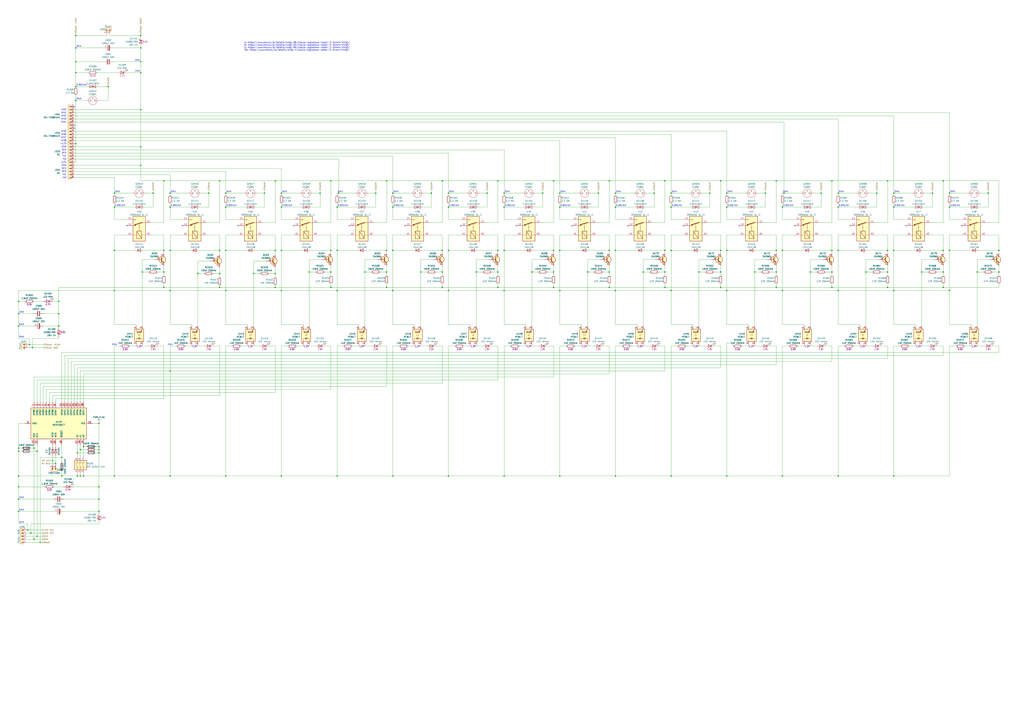
<source format=kicad_sch>
(kicad_sch (version 20231120) (generator "eeschema") (generator_version "8.0")
  (paper "A1")
  (junction (at 779.78 158.75))
  (junction (at 308.61 158.75))
  (junction (at 734.06 391.16))
  (junction (at 93.98 391.16))
  (junction (at 134.62 236.22))
  (junction (at 322.58 391.16))
  (junction (at 134.62 223.52))
  (junction (at 363.22 223.52))
  (junction (at 368.3 205.74))
  (junction (at 774.7 205.74))
  (junction (at 459.74 205.74))
  (junction (at 15.24 420.37))
  (junction (at 93.98 170.18))
  (junction (at 354.33 158.75))
  (junction (at 278.13 158.75))
  (junction (at 551.18 158.75))
  (junction (at 546.1 236.22))
  (junction (at 180.34 148.59))
  (junction (at 231.14 205.74))
  (junction (at 551.18 205.74))
  (junction (at 93.98 238.76))
  (junction (at 551.18 391.16))
  (junction (at 688.34 238.76))
  (junction (at 688.34 158.75))
  (junction (at 27.94 443.23))
  (junction (at 299.72 223.52))
  (junction (at 115.57 39.37))
  (junction (at 62.23 71.12))
  (junction (at 546.1 148.59))
  (junction (at 317.5 236.22))
  (junction (at 115.57 59.69))
  (junction (at 185.42 158.75))
  (junction (at 208.28 224.79))
  (junction (at 643.89 158.75))
  (junction (at 81.28 367.03))
  (junction (at 231.14 238.76))
  (junction (at 414.02 238.76))
  (junction (at 48.26 247.65))
  (junction (at 62.23 82.55))
  (junction (at 231.14 158.75))
  (junction (at 454.66 205.74))
  (junction (at 408.94 223.52))
  (junction (at 779.78 170.18))
  (junction (at 363.22 148.59))
  (junction (at 15.24 247.65))
  (junction (at 728.98 236.22))
  (junction (at 81.28 400.05))
  (junction (at 637.54 236.22))
  (junction (at 271.78 236.22))
  (junction (at 15.24 267.97))
  (junction (at 500.38 148.59))
  (junction (at 368.3 391.16))
  (junction (at 231.14 391.16))
  (junction (at 276.86 205.74))
  (junction (at 596.9 391.16))
  (junction (at 363.22 205.74))
  (junction (at 231.14 170.18))
  (junction (at 765.81 158.75))
  (junction (at 48.26 257.81))
  (junction (at 26.67 285.75))
  (junction (at 81.28 410.21))
  (junction (at 482.6 223.52))
  (junction (at 271.78 205.74))
  (junction (at 500.38 205.74))
  (junction (at 368.3 170.18))
  (junction (at 63.5 372.11))
  (junction (at 546.1 223.52))
  (junction (at 115.57 90.17))
  (junction (at 162.56 224.79))
  (junction (at 226.06 205.74))
  (junction (at 546.1 205.74))
  (junction (at 317.5 148.59))
  (junction (at 779.78 238.76))
  (junction (at 125.73 158.75))
  (junction (at 779.78 205.74))
  (junction (at 139.7 304.8))
  (junction (at 802.64 223.52))
  (junction (at 454.66 236.22))
  (junction (at 574.04 223.52))
  (junction (at 674.37 158.75))
  (junction (at 734.06 205.74))
  (junction (at 30.48 440.69))
  (junction (at 24.13 283.21))
  (junction (at 363.22 236.22))
  (junction (at 63.5 391.16))
  (junction (at 322.58 205.74))
  (junction (at 139.7 158.75))
  (junction (at 414.02 391.16))
  (junction (at 262.89 158.75))
  (junction (at 88.9 71.12))
  (junction (at 528.32 223.52))
  (junction (at 408.94 205.74))
  (junction (at 551.18 170.18))
  (junction (at 139.7 205.74))
  (junction (at 25.4 438.15))
  (junction (at 408.94 148.59))
  (junction (at 317.5 205.74))
  (junction (at 500.38 236.22))
  (junction (at 459.74 238.76))
  (junction (at 505.46 205.74))
  (junction (at 683.26 205.74))
  (junction (at 628.65 158.75))
  (junction (at 491.49 158.75))
  (junction (at 642.62 391.16))
  (junction (at 62.23 50.8))
  (junction (at 226.06 236.22))
  (junction (at 93.98 158.75))
  (junction (at 591.82 236.22))
  (junction (at 459.74 391.16))
  (junction (at 642.62 205.74))
  (junction (at 180.34 205.74))
  (junction (at 180.34 236.22))
  (junction (at 66.04 391.16))
  (junction (at 683.26 236.22))
  (junction (at 276.86 170.18))
  (junction (at 254 223.52))
  (junction (at 185.42 170.18))
  (junction (at 637.54 223.52))
  (junction (at 62.23 59.69))
  (junction (at 688.34 170.18))
  (junction (at 15.24 370.84))
  (junction (at 185.42 391.16))
  (junction (at 93.98 205.74))
  (junction (at 408.94 236.22))
  (junction (at 642.62 170.18))
  (junction (at 139.7 391.16))
  (junction (at 454.66 223.52))
  (junction (at 637.54 205.74))
  (junction (at 139.7 170.18))
  (junction (at 33.02 445.77))
  (junction (at 115.57 29.21))
  (junction (at 637.54 148.59))
  (junction (at 115.57 135.89))
  (junction (at 81.28 372.11))
  (junction (at 276.86 238.76))
  (junction (at 688.34 205.74))
  (junction (at 81.28 347.98))
  (junction (at 368.3 158.75))
  (junction (at 459.74 158.75))
  (junction (at 139.7 238.76))
  (junction (at 596.9 158.75))
  (junction (at 50.8 375.92))
  (junction (at 414.02 158.75))
  (junction (at 68.58 391.16))
  (junction (at 774.7 223.52))
  (junction (at 551.18 238.76))
  (junction (at 720.09 158.75))
  (junction (at 180.34 224.79))
  (junction (at 596.9 205.74))
  (junction (at 683.26 148.59))
  (junction (at 48.26 267.97))
  (junction (at 116.84 223.52))
  (junction (at 62.23 39.37))
  (junction (at 728.98 148.59))
  (junction (at 683.26 223.52))
  (junction (at 322.58 238.76))
  (junction (at 50.8 391.16))
  (junction (at 322.58 170.18))
  (junction (at 414.02 170.18))
  (junction (at 665.48 223.52))
  (junction (at 400.05 158.75))
  (junction (at 582.93 158.75))
  (junction (at 15.24 400.05))
  (junction (at 596.9 170.18))
  (junction (at 734.06 158.75))
  (junction (at 276.86 391.16))
  (junction (at 756.92 223.52))
  (junction (at 22.86 435.61))
  (junction (at 115.57 50.8))
  (junction (at 537.21 158.75))
  (junction (at 345.44 223.52))
  (junction (at 134.62 148.59))
  (junction (at 134.62 205.74))
  (junction (at 226.06 224.79))
  (junction (at 642.62 238.76))
  (junction (at 774.7 236.22))
  (junction (at 774.7 148.59))
  (junction (at 500.38 223.52))
  (junction (at 505.46 238.76))
  (junction (at 505.46 158.75))
  (junction (at 15.24 410.21))
  (junction (at 505.46 170.18))
  (junction (at 436.88 223.52))
  (junction (at 15.24 368.3))
  (junction (at 271.78 223.52))
  (junction (at 391.16 223.52))
  (junction (at 505.46 391.16))
  (junction (at 454.66 148.59))
  (junction (at 322.58 158.75))
  (junction (at 217.17 158.75))
  (junction (at 711.2 223.52))
  (junction (at 591.82 223.52))
  (junction (at 62.23 29.21))
  (junction (at 30.48 370.84))
  (junction (at 27.94 368.3))
  (junction (at 115.57 120.65))
  (junction (at 62.23 118.11))
  (junction (at 271.78 148.59))
  (junction (at 81.28 369.57))
  (junction (at 15.24 391.16))
  (junction (at 459.74 170.18))
  (junction (at 811.53 158.75))
  (junction (at 66.04 369.57))
  (junction (at 820.42 205.74))
  (junction (at 596.9 238.76))
  (junction (at 68.58 367.03))
  (junction (at 734.06 238.76))
  (junction (at 445.77 158.75))
  (junction (at 734.06 170.18))
  (junction (at 591.82 148.59))
  (junction (at 728.98 205.74))
  (junction (at 15.24 257.81))
  (junction (at 45.72 381))
  (junction (at 185.42 238.76))
  (junction (at 171.45 158.75))
  (junction (at 619.76 223.52))
  (junction (at 820.42 223.52))
  (junction (at 43.18 378.46))
  (junction (at 688.34 391.16))
  (junction (at 368.3 238.76))
  (junction (at 414.02 205.74))
  (junction (at 591.82 205.74))
  (junction (at 81.28 420.37))
  (junction (at 185.42 205.74))
  (junction (at 226.06 148.59))
  (junction (at 317.5 223.52))
  (junction (at 728.98 223.52))
  (no_connect (at 60.96 87.63))
  (no_connect (at 607.06 185.42))
  (no_connect (at 287.02 185.42))
  (no_connect (at 149.86 185.42))
  (no_connect (at 469.9 185.42))
  (no_connect (at 104.14 185.42))
  (no_connect (at 515.62 185.42))
  (no_connect (at 60.96 105.41))
  (no_connect (at 561.34 185.42))
  (no_connect (at 60.96 102.87))
  (no_connect (at 744.22 185.42))
  (no_connect (at 332.74 185.42))
  (no_connect (at 789.94 185.42))
  (no_connect (at 698.5 185.42))
  (no_connect (at 378.46 185.42))
  (no_connect (at 195.58 185.42))
  (no_connect (at 241.3 185.42))
  (no_connect (at 652.78 185.42))
  (no_connect (at 424.18 185.42))
  (wire (pts (xy 62.23 29.21) (xy 62.23 39.37)))
  (wire (pts (xy 48.26 236.22) (xy 48.26 247.65)))
  (wire (pts (xy 30.48 440.69) (xy 34.29 440.69)))
  (wire (pts (xy 551.18 193.04) (xy 551.18 205.74)))
  (wire (pts (xy 294.64 283.21) (xy 294.64 284.48)))
  (wire (pts (xy 368.3 193.04) (xy 368.3 205.74)))
  (wire (pts (xy 66.04 369.57) (xy 66.04 374.65)))
  (wire (pts (xy 271.78 148.59) (xy 271.78 182.88)))
  (wire (pts (xy 76.2 347.98) (xy 81.28 347.98)))
  (wire (pts (xy 688.34 205.74) (xy 688.34 238.76)))
  (wire (pts (xy 621.03 170.18) (xy 628.65 170.18)))
  (wire (pts (xy 317.5 148.59) (xy 317.5 182.88)))
  (wire (pts (xy 751.84 283.21) (xy 751.84 284.48)))
  (wire (pts (xy 62.23 133.35) (xy 60.96 133.35)))
  (wire (pts (xy 48.26 257.81) (xy 48.26 267.97)))
  (wire (pts (xy 546.1 205.74) (xy 546.1 208.28)))
  (wire (pts (xy 774.7 148.59) (xy 820.42 148.59)))
  (wire (pts (xy 170.18 193.04) (xy 180.34 193.04)))
  (wire (pts (xy 713.74 158.75) (xy 720.09 158.75)))
  (wire (pts (xy 276.86 193.04) (xy 287.02 193.04)))
  (wire (pts (xy 85.09 39.37) (xy 62.23 39.37)))
  (wire (pts (xy 210.82 158.75) (xy 217.17 158.75)))
  (wire (pts (xy 43.18 378.46) (xy 43.18 382.27)))
  (wire (pts (xy 15.24 267.97) (xy 27.94 267.97)))
  (wire (pts (xy 271.78 193.04) (xy 271.78 205.74)))
  (wire (pts (xy 115.57 90.17) (xy 115.57 120.65)))
  (wire (pts (xy 363.22 236.22) (xy 408.94 236.22)))
  (wire (pts (xy 21.59 443.23) (xy 27.94 443.23)))
  (wire (pts (xy 728.98 193.04) (xy 728.98 205.74)))
  (wire (pts (xy 490.22 182.88) (xy 500.38 182.88)))
  (wire (pts (xy 472.44 284.48) (xy 477.52 284.48)))
  (wire (pts (xy 591.82 205.74) (xy 591.82 208.28)))
  (wire (pts (xy 299.72 213.36) (xy 309.88 213.36)))
  (wire (pts (xy 614.68 283.21) (xy 614.68 284.48)))
  (wire (pts (xy 482.6 213.36) (xy 482.6 223.52)))
  (wire (pts (xy 248.92 266.7) (xy 248.92 267.97)))
  (wire (pts (xy 596.9 167.64) (xy 596.9 170.18)))
  (wire (pts (xy 774.7 236.22) (xy 820.42 236.22)))
  (wire (pts (xy 163.83 170.18) (xy 171.45 170.18)))
  (wire (pts (xy 139.7 193.04) (xy 139.7 205.74)))
  (wire (pts (xy 574.04 213.36) (xy 584.2 213.36)))
  (wire (pts (xy 774.7 223.52) (xy 774.7 226.06)))
  (wire (pts (xy 596.9 266.7) (xy 596.9 238.76)))
  (wire (pts (xy 665.48 223.52) (xy 665.48 267.97)))
  (wire (pts (xy 596.9 170.18) (xy 613.41 170.18)))
  (wire (pts (xy 261.62 193.04) (xy 271.78 193.04)))
  (wire (pts (xy 802.64 223.52) (xy 807.72 223.52)))
  (wire (pts (xy 582.93 156.21) (xy 582.93 158.75)))
  (wire (pts (xy 438.15 205.74) (xy 454.66 205.74)))
  (wire (pts (xy 231.14 193.04) (xy 231.14 205.74)))
  (wire (pts (xy 22.86 435.61) (xy 34.29 435.61)))
  (wire (pts (xy 81.28 400.05) (xy 81.28 410.21)))
  (wire (pts (xy 231.14 170.18) (xy 231.14 180.34)))
  (wire (pts (xy 62.23 133.35) (xy 62.23 118.11)))
  (wire (pts (xy 535.94 182.88) (xy 546.1 182.88)))
  (wire (pts (xy 68.58 391.16) (xy 93.98 391.16)))
  (wire (pts (xy 551.18 266.7) (xy 551.18 238.76)))
  (wire (pts (xy 162.56 224.79) (xy 162.56 267.97)))
  (wire (pts (xy 408.94 148.59) (xy 408.94 182.88)))
  (wire (pts (xy 728.98 205.74) (xy 728.98 208.28)))
  (wire (pts (xy 764.54 182.88) (xy 774.7 182.88)))
  (wire (pts (xy 815.34 223.52) (xy 820.42 223.52)))
  (wire (pts (xy 586.74 223.52) (xy 591.82 223.52)))
  (wire (pts (xy 139.7 167.64) (xy 139.7 170.18)))
  (wire (pts (xy 139.7 284.48) (xy 139.7 304.8)))
  (wire (pts (xy 505.46 167.64) (xy 505.46 170.18)))
  (wire (pts (xy 30.48 370.84) (xy 30.48 440.69)))
  (wire (pts (xy 728.98 284.48) (xy 728.98 294.64)))
  (wire (pts (xy 185.42 193.04) (xy 195.58 193.04)))
  (wire (pts (xy 820.42 148.59) (xy 820.42 182.88)))
  (wire (pts (xy 45.72 374.65) (xy 45.72 381)))
  (wire (pts (xy 68.58 367.03) (xy 68.58 374.65)))
  (wire (pts (xy 574.04 284.48) (xy 574.04 283.21)))
  (wire (pts (xy 139.7 193.04) (xy 149.86 193.04)))
  (wire (pts (xy 139.7 160.02) (xy 139.7 158.75)))
  (wire (pts (xy 459.74 160.02) (xy 459.74 158.75)))
  (wire (pts (xy 810.26 193.04) (xy 820.42 193.04)))
  (wire (pts (xy 185.42 193.04) (xy 185.42 205.74)))
  (wire (pts (xy 27.94 368.3) (xy 27.94 443.23)))
  (wire (pts (xy 322.58 205.74) (xy 339.09 205.74)))
  (wire (pts (xy 22.86 285.75) (xy 26.67 285.75)))
  (wire (pts (xy 62.23 59.69) (xy 62.23 50.8)))
  (wire (pts (xy 226.06 284.48) (xy 226.06 322.58)))
  (wire (pts (xy 688.34 167.64) (xy 688.34 170.18)))
  (wire (pts (xy 734.06 95.25) (xy 734.06 158.75)))
  (wire (pts (xy 619.76 284.48) (xy 619.76 283.21)))
  (wire (pts (xy 226.06 148.59) (xy 226.06 182.88)))
  (wire (pts (xy 701.04 284.48) (xy 706.12 284.48)))
  (wire (pts (xy 637.54 233.68) (xy 637.54 236.22)))
  (wire (pts (xy 139.7 158.75) (xy 154.94 158.75)))
  (wire (pts (xy 666.75 205.74) (xy 683.26 205.74)))
  (wire (pts (xy 541.02 284.48) (xy 546.1 284.48)))
  (wire (pts (xy 209.55 170.18) (xy 217.17 170.18)))
  (wire (pts (xy 180.34 224.79) (xy 180.34 227.33)))
  (wire (pts (xy 789.94 180.34) (xy 779.78 180.34)))
  (wire (pts (xy 345.44 223.52) (xy 345.44 267.97)))
  (wire (pts (xy 779.78 205.74) (xy 779.78 238.76)))
  (wire (pts (xy 139.7 266.7) (xy 139.7 238.76)))
  (wire (pts (xy 60.96 100.33) (xy 643.89 100.33)))
  (wire (pts (xy 139.7 143.51) (xy 139.7 158.75)))
  (wire (pts (xy 262.89 158.75) (xy 262.89 170.18)))
  (wire (pts (xy 563.88 284.48) (xy 568.96 284.48)))
  (wire (pts (xy 60.96 299.72) (xy 60.96 330.2)))
  (wire (pts (xy 116.84 223.52) (xy 116.84 267.97)))
  (wire (pts (xy 505.46 205.74) (xy 505.46 238.76)))
  (wire (pts (xy 299.72 223.52) (xy 299.72 267.97)))
  (wire (pts (xy 477.52 283.21) (xy 477.52 284.48)))
  (wire (pts (xy 115.57 39.37) (xy 92.71 39.37)))
  (wire (pts (xy 459.74 266.7) (xy 477.52 266.7)))
  (wire (pts (xy 711.2 213.36) (xy 721.36 213.36)))
  (wire (pts (xy 231.14 284.48) (xy 236.22 284.48)))
  (wire (pts (xy 60.96 110.49) (xy 551.18 110.49)))
  (wire (pts (xy 751.84 266.7) (xy 751.84 267.97)))
  (wire (pts (xy 35.56 317.5) (xy 317.5 317.5)))
  (wire (pts (xy 185.42 158.75) (xy 200.66 158.75)))
  (wire (pts (xy 276.86 284.48) (xy 281.94 284.48)))
  (wire (pts (xy 62.23 82.55) (xy 62.23 118.11)))
  (wire (pts (xy 683.26 284.48) (xy 683.26 297.18)))
  (wire (pts (xy 93.98 167.64) (xy 93.98 170.18)))
  (wire (pts (xy 414.02 284.48) (xy 414.02 391.16)))
  (wire (pts (xy 300.99 205.74) (xy 317.5 205.74)))
  (wire (pts (xy 231.14 266.7) (xy 248.92 266.7)))
  (wire (pts (xy 15.24 410.21) (xy 44.45 410.21)))
  (wire (pts (xy 734.06 167.64) (xy 734.06 170.18)))
  (wire (pts (xy 500.38 236.22) (xy 546.1 236.22)))
  (wire (pts (xy 266.7 223.52) (xy 271.78 223.52)))
  (wire (pts (xy 45.72 381) (xy 45.72 382.27)))
  (wire (pts (xy 698.5 180.34) (xy 688.34 180.34)))
  (wire (pts (xy 491.49 156.21) (xy 491.49 158.75)))
  (wire (pts (xy 642.62 284.48) (xy 647.7 284.48)))
  (wire (pts (xy 400.05 156.21) (xy 400.05 158.75)))
  (wire (pts (xy 734.06 170.18) (xy 734.06 180.34)))
  (wire (pts (xy 728.98 148.59) (xy 728.98 182.88)))
  (wire (pts (xy 431.8 283.21) (xy 431.8 284.48)))
  (wire (pts (xy 48.26 278.13) (xy 48.26 276.86)))
  (wire (pts (xy 55.88 294.64) (xy 728.98 294.64)))
  (wire (pts (xy 459.74 170.18) (xy 476.25 170.18)))
  (wire (pts (xy 408.94 148.59) (xy 454.66 148.59)))
  (wire (pts (xy 81.28 430.53) (xy 81.28 429.26)))
  (wire (pts (xy 483.87 205.74) (xy 500.38 205.74)))
  (wire (pts (xy 551.18 284.48) (xy 551.18 391.16)))
  (wire (pts (xy 62.23 59.69) (xy 62.23 71.12)))
  (wire (pts (xy 627.38 193.04) (xy 637.54 193.04)))
  (wire (pts (xy 93.98 170.18) (xy 93.98 180.34)))
  (wire (pts (xy 665.48 213.36) (xy 675.64 213.36)))
  (wire (pts (xy 45.72 365.76) (xy 45.72 367.03)))
  (wire (pts (xy 459.74 115.57) (xy 459.74 158.75)))
  (wire (pts (xy 93.98 238.76) (xy 139.7 238.76)))
  (wire (pts (xy 774.7 148.59) (xy 774.7 182.88)))
  (wire (pts (xy 734.06 158.75) (xy 749.3 158.75)))
  (wire (pts (xy 642.62 205.74) (xy 659.13 205.74)))
  (wire (pts (xy 529.59 205.74) (xy 546.1 205.74)))
  (wire (pts (xy 21.59 435.61) (xy 22.86 435.61)))
  (wire (pts (xy 322.58 193.04) (xy 322.58 205.74)))
  (wire (pts (xy 546.1 236.22) (xy 591.82 236.22)))
  (wire (pts (xy 116.84 223.52) (xy 121.92 223.52)))
  (wire (pts (xy 596.9 107.95) (xy 596.9 158.75)))
  (wire (pts (xy 317.5 218.44) (xy 317.5 223.52)))
  (wire (pts (xy 63.5 365.76) (xy 63.5 372.11)))
  (wire (pts (xy 93.98 160.02) (xy 93.98 158.75)))
  (wire (pts (xy 208.28 284.48) (xy 213.36 284.48)))
  (wire (pts (xy 15.24 247.65) (xy 20.32 247.65)))
  (wire (pts (xy 734.06 266.7) (xy 751.84 266.7)))
  (wire (pts (xy 642.62 266.7) (xy 660.4 266.7)))
  (wire (pts (xy 528.32 223.52) (xy 528.32 267.97)))
  (wire (pts (xy 116.84 284.48) (xy 121.92 284.48)))
  (wire (pts (xy 278.13 158.75) (xy 276.86 158.75)))
  (wire (pts (xy 596.9 238.76) (xy 642.62 238.76)))
  (wire (pts (xy 734.06 160.02) (xy 734.06 158.75)))
  (wire (pts (xy 81.28 346.71) (xy 81.28 347.98)))
  (wire (pts (xy 392.43 170.18) (xy 400.05 170.18)))
  (wire (pts (xy 335.28 284.48) (xy 340.36 284.48)))
  (wire (pts (xy 22.86 283.21) (xy 24.13 283.21)))
  (wire (pts (xy 551.18 158.75) (xy 566.42 158.75)))
  (wire (pts (xy 459.74 193.04) (xy 469.9 193.04)))
  (wire (pts (xy 820.42 233.68) (xy 820.42 236.22)))
  (wire (pts (xy 561.34 180.34) (xy 551.18 180.34)))
  (wire (pts (xy 139.7 304.8) (xy 546.1 304.8)))
  (wire (pts (xy 185.42 284.48) (xy 190.5 284.48)))
  (wire (pts (xy 231.14 391.16) (xy 276.86 391.16)))
  (wire (pts (xy 414.02 170.18) (xy 414.02 180.34)))
  (wire (pts (xy 134.62 148.59) (xy 134.62 182.88)))
  (wire (pts (xy 720.09 158.75) (xy 720.09 170.18)))
  (wire (pts (xy 408.94 193.04) (xy 408.94 205.74)))
  (wire (pts (xy 596.9 391.16) (xy 642.62 391.16)))
  (wire (pts (xy 24.13 283.21) (xy 35.56 283.21)))
  (wire (pts (xy 711.2 223.52) (xy 716.28 223.52)))
  (wire (pts (xy 68.58 367.03) (xy 68.58 365.76)))
  (wire (pts (xy 340.36 283.21) (xy 340.36 284.48)))
  (wire (pts (xy 299.72 284.48) (xy 299.72 283.21)))
  (wire (pts (xy 523.24 266.7) (xy 523.24 267.97)))
  (wire (pts (xy 688.34 158.75) (xy 703.58 158.75)))
  (wire (pts (xy 551.18 167.64) (xy 551.18 170.18)))
  (wire (pts (xy 546.1 233.68) (xy 546.1 236.22)))
  (wire (pts (xy 115.57 120.65) (xy 115.57 135.89)))
  (wire (pts (xy 673.1 182.88) (xy 683.26 182.88)))
  (wire (pts (xy 345.44 284.48) (xy 345.44 283.21)))
  (wire (pts (xy 71.12 367.03) (xy 68.58 367.03)))
  (wire (pts (xy 500.38 148.59) (xy 546.1 148.59)))
  (wire (pts (xy 175.26 284.48) (xy 180.34 284.48)))
  (wire (pts (xy 551.18 193.04) (xy 561.34 193.04)))
  (wire (pts (xy 574.04 213.36) (xy 574.04 223.52)))
  (wire (pts (xy 368.3 284.48) (xy 368.3 391.16)))
  (wire (pts (xy 180.34 148.59) (xy 180.34 182.88)))
  (wire (pts (xy 354.33 158.75) (xy 354.33 170.18)))
  (wire (pts (xy 15.24 370.84) (xy 17.78 370.84)))
  (wire (pts (xy 60.96 115.57) (xy 459.74 115.57)))
  (wire (pts (xy 254 223.52) (xy 254 267.97)))
  (wire (pts (xy 276.86 160.02) (xy 276.86 158.75)))
  (wire (pts (xy 459.74 266.7) (xy 459.74 238.76)))
  (wire (pts (xy 811.53 156.21) (xy 811.53 158.75)))
  (wire (pts (xy 96.52 59.69) (xy 80.01 59.69)))
  (wire (pts (xy 62.23 27.94) (xy 62.23 29.21)))
  (wire (pts (xy 21.59 438.15) (xy 25.4 438.15)))
  (wire (pts (xy 505.46 170.18) (xy 521.97 170.18)))
  (wire (pts (xy 81.28 369.57) (xy 81.28 367.03)))
  (wire (pts (xy 439.42 158.75) (xy 445.77 158.75)))
  (wire (pts (xy 779.78 266.7) (xy 797.56 266.7)))
  (wire (pts (xy 170.18 182.88) (xy 180.34 182.88)))
  (wire (pts (xy 551.18 391.16) (xy 596.9 391.16)))
  (wire (pts (xy 198.12 284.48) (xy 203.2 284.48)))
  (wire (pts (xy 734.06 205.74) (xy 734.06 238.76)))
  (wire (pts (xy 619.76 284.48) (xy 624.84 284.48)))
  (wire (pts (xy 551.18 205.74) (xy 551.18 238.76)))
  (wire (pts (xy 185.42 266.7) (xy 185.42 238.76)))
  (wire (pts (xy 454.66 148.59) (xy 500.38 148.59)))
  (wire (pts (xy 400.05 158.75) (xy 400.05 170.18)))
  (wire (pts (xy 81.28 421.64) (xy 81.28 420.37)))
  (wire (pts (xy 322.58 238.76) (xy 368.3 238.76)))
  (wire (pts (xy 368.3 170.18) (xy 368.3 180.34)))
  (wire (pts (xy 454.66 218.44) (xy 454.66 223.52)))
  (wire (pts (xy 115.57 135.89) (xy 115.57 148.59)))
  (wire (pts (xy 734.06 170.18) (xy 750.57 170.18)))
  (wire (pts (xy 180.34 193.04) (xy 180.34 205.74)))
  (wire (pts (xy 683.26 218.44) (xy 683.26 223.52)))
  (wire (pts (xy 322.58 266.7) (xy 340.36 266.7)))
  (wire (pts (xy 642.62 158.75) (xy 643.89 158.75)))
  (wire (pts (xy 50.8 375.92) (xy 50.8 379.73)))
  (wire (pts (xy 35.56 317.5) (xy 35.56 330.2)))
  (wire (pts (xy 317.5 284.48) (xy 317.5 317.5)))
  (wire (pts (xy 15.24 391.16) (xy 50.8 391.16)))
  (wire (pts (xy 454.66 205.74) (xy 454.66 208.28)))
  (wire (pts (xy 115.57 59.69) (xy 104.14 59.69)))
  (wire (pts (xy 774.7 193.04) (xy 774.7 205.74)))
  (wire (pts (xy 688.34 97.79) (xy 688.34 158.75)))
  (wire (pts (xy 21.59 445.77) (xy 33.02 445.77)))
  (wire (pts (xy 40.64 381) (xy 45.72 381)))
  (wire (pts (xy 674.37 156.21) (xy 674.37 158.75)))
  (wire (pts (xy 436.88 213.36) (xy 436.88 223.52)))
  (wire (pts (xy 15.24 420.37) (xy 44.45 420.37)))
  (wire (pts (xy 58.42 297.18) (xy 683.26 297.18)))
  (wire (pts (xy 276.86 167.64) (xy 276.86 170.18)))
  (wire (pts (xy 734.06 193.04) (xy 734.06 205.74)))
  (wire (pts (xy 322.58 205.74) (xy 322.58 238.76)))
  (wire (pts (xy 665.48 223.52) (xy 670.56 223.52)))
  (wire (pts (xy 756.92 213.36) (xy 756.92 223.52)))
  (wire (pts (xy 391.16 284.48) (xy 391.16 283.21)))
  (wire (pts (xy 55.88 294.64) (xy 55.88 330.2)))
  (wire (pts (xy 774.7 148.59) (xy 728.98 148.59)))
  (wire (pts (xy 454.66 233.68) (xy 454.66 236.22)))
  (wire (pts (xy 129.54 223.52) (xy 134.62 223.52)))
  (wire (pts (xy 60.96 123.19) (xy 414.02 123.19)))
  (wire (pts (xy 368.3 170.18) (xy 384.81 170.18)))
  (wire (pts (xy 711.2 223.52) (xy 711.2 267.97)))
  (wire (pts (xy 454.66 148.59) (xy 454.66 182.88)))
  (wire (pts (xy 574.04 223.52) (xy 574.04 267.97)))
  (wire (pts (xy 779.78 170.18) (xy 779.78 180.34)))
  (wire (pts (xy 436.88 223.52) (xy 441.96 223.52)))
  (wire (pts (xy 642.62 160.02) (xy 642.62 158.75)))
  (wire (pts (xy 769.62 284.48) (xy 774.7 284.48)))
  (wire (pts (xy 576.58 158.75) (xy 582.93 158.75)))
  (wire (pts (xy 436.88 213.36) (xy 447.04 213.36)))
  (wire (pts (xy 322.58 167.64) (xy 322.58 170.18)))
  (wire (pts (xy 414.02 193.04) (xy 414.02 205.74)))
  (wire (pts (xy 185.42 205.74) (xy 185.42 238.76)))
  (wire (pts (xy 505.46 284.48) (xy 510.54 284.48)))
  (wire (pts (xy 718.82 182.88) (xy 728.98 182.88)))
  (wire (pts (xy 363.22 233.68) (xy 363.22 236.22)))
  (wire (pts (xy 254 213.36) (xy 254 223.52)))
  (wire (pts (xy 820.42 284.48) (xy 820.42 289.56)))
  (wire (pts (xy 515.62 180.34) (xy 505.46 180.34)))
  (wire (pts (xy 734.06 193.04) (xy 744.22 193.04)))
  (wire (pts (xy 231.14 205.74) (xy 231.14 238.76)))
  (wire (pts (xy 25.4 430.53) (xy 25.4 438.15)))
  (wire (pts (xy 454.66 284.48) (xy 454.66 309.88)))
  (wire (pts (xy 185.42 284.48) (xy 185.42 391.16)))
  (wire (pts (xy 491.49 158.75) (xy 491.49 170.18)))
  (wire (pts (xy 500.38 148.59) (xy 500.38 182.88)))
  (wire (pts (xy 655.32 284.48) (xy 660.4 284.48)))
  (wire (pts (xy 368.3 205.74) (xy 368.3 238.76)))
  (wire (pts (xy 115.57 59.69) (xy 115.57 90.17)))
  (wire (pts (xy 665.48 284.48) (xy 665.48 283.21)))
  (wire (pts (xy 15.24 400.05) (xy 36.83 400.05)))
  (wire (pts (xy 403.86 223.52) (xy 408.94 223.52)))
  (wire (pts (xy 104.14 180.34) (xy 93.98 180.34)))
  (wire (pts (xy 368.3 193.04) (xy 378.46 193.04)))
  (wire (pts (xy 642.62 167.64) (xy 642.62 170.18)))
  (wire (pts (xy 226.06 236.22) (xy 271.78 236.22)))
  (wire (pts (xy 322.58 193.04) (xy 332.74 193.04)))
  (wire (pts (xy 414.02 160.02) (xy 414.02 158.75)))
  (wire (pts (xy 774.7 284.48) (xy 774.7 292.1)))
  (wire (pts (xy 62.23 78.74) (xy 62.23 82.55)))
  (wire (pts (xy 779.78 205.74) (xy 796.29 205.74)))
  (wire (pts (xy 500.38 284.48) (xy 500.38 307.34)))
  (wire (pts (xy 810.26 182.88) (xy 820.42 182.88)))
  (wire (pts (xy 276.86 205.74) (xy 276.86 238.76)))
  (wire (pts (xy 33.02 314.96) (xy 33.02 330.2)))
  (wire (pts (xy 728.98 148.59) (xy 683.26 148.59)))
  (wire (pts (xy 720.09 156.21) (xy 720.09 158.75)))
  (wire (pts (xy 414.02 205.74) (xy 414.02 238.76)))
  (wire (pts (xy 769.62 223.52) (xy 774.7 223.52)))
  (wire (pts (xy 60.96 95.25) (xy 734.06 95.25)))
  (wire (pts (xy 152.4 284.48) (xy 157.48 284.48)))
  (wire (pts (xy 255.27 205.74) (xy 271.78 205.74)))
  (wire (pts (xy 87.63 29.21) (xy 62.23 29.21)))
  (wire (pts (xy 322.58 160.02) (xy 322.58 158.75)))
  (wire (pts (xy 93.98 205.74) (xy 93.98 238.76)))
  (wire (pts (xy 551.18 110.49) (xy 551.18 158.75)))
  (wire (pts (xy 241.3 180.34) (xy 231.14 180.34)))
  (wire (pts (xy 68.58 389.89) (xy 68.58 391.16)))
  (wire (pts (xy 25.4 368.3) (xy 27.94 368.3)))
  (wire (pts (xy 271.78 320.04) (xy 271.78 284.48)))
  (wire (pts (xy 60.96 118.11) (xy 62.23 118.11)))
  (wire (pts (xy 674.37 158.75) (xy 674.37 170.18)))
  (wire (pts (xy 60.96 135.89) (xy 115.57 135.89)))
  (wire (pts (xy 774.7 233.68) (xy 774.7 236.22)))
  (wire (pts (xy 779.78 92.71) (xy 779.78 158.75)))
  (wire (pts (xy 368.3 158.75) (xy 383.54 158.75)))
  (wire (pts (xy 363.22 193.04) (xy 363.22 205.74)))
  (wire (pts (xy 546.1 148.59) (xy 591.82 148.59)))
  (wire (pts (xy 59.69 400.05) (xy 81.28 400.05)))
  (wire (pts (xy 414.02 170.18) (xy 430.53 170.18)))
  (wire (pts (xy 149.86 180.34) (xy 139.7 180.34)))
  (wire (pts (xy 276.86 205.74) (xy 293.37 205.74)))
  (wire (pts (xy 756.92 223.52) (xy 762 223.52)))
  (wire (pts (xy 688.34 160.02) (xy 688.34 158.75)))
  (wire (pts (xy 596.9 193.04) (xy 607.06 193.04)))
  (wire (pts (xy 668.02 158.75) (xy 674.37 158.75)))
  (wire (pts (xy 15.24 247.65) (xy 15.24 257.81)))
  (wire (pts (xy 643.89 100.33) (xy 643.89 158.75)))
  (wire (pts (xy 779.78 170.18) (xy 796.29 170.18)))
  (wire (pts (xy 43.18 325.12) (xy 180.34 325.12)))
  (wire (pts (xy 93.98 205.74) (xy 110.49 205.74)))
  (wire (pts (xy 124.46 193.04) (xy 134.62 193.04)))
  (wire (pts (xy 332.74 180.34) (xy 322.58 180.34)))
  (wire (pts (xy 414.02 205.74) (xy 430.53 205.74)))
  (wire (pts (xy 15.24 430.53) (xy 22.86 430.53)))
  (wire (pts (xy 317.5 208.28) (xy 317.5 205.74)))
  (wire (pts (xy 271.78 148.59) (xy 317.5 148.59)))
  (wire (pts (xy 444.5 193.04) (xy 454.66 193.04)))
  (wire (pts (xy 378.46 180.34) (xy 368.3 180.34)))
  (wire (pts (xy 60.96 120.65) (xy 115.57 120.65)))
  (wire (pts (xy 530.86 158.75) (xy 537.21 158.75)))
  (wire (pts (xy 368.3 125.73) (xy 368.3 158.75)))
  (wire (pts (xy 414.02 284.48) (xy 419.1 284.48)))
  (wire (pts (xy 220.98 224.79) (xy 226.06 224.79)))
  (wire (pts (xy 162.56 284.48) (xy 162.56 283.21)))
  (wire (pts (xy 322.58 284.48) (xy 327.66 284.48)))
  (wire (pts (xy 15.24 370.84) (xy 15.24 391.16)))
  (wire (pts (xy 408.94 205.74) (xy 408.94 208.28)))
  (wire (pts (xy 678.18 284.48) (xy 683.26 284.48)))
  (wire (pts (xy 62.23 39.37) (xy 62.23 50.8)))
  (wire (pts (xy 436.88 223.52) (xy 436.88 267.97)))
  (wire (pts (xy 734.06 238.76) (xy 779.78 238.76)))
  (wire (pts (xy 317.5 236.22) (xy 363.22 236.22)))
  (wire (pts (xy 256.54 158.75) (xy 262.89 158.75)))
  (wire (pts (xy 368.3 391.16) (xy 414.02 391.16)))
  (wire (pts (xy 115.57 29.21) (xy 115.57 30.48)))
  (wire (pts (xy 591.82 223.52) (xy 591.82 226.06)))
  (wire (pts (xy 414.02 391.16) (xy 459.74 391.16)))
  (wire (pts (xy 50.8 365.76) (xy 50.8 375.92)))
  (wire (pts (xy 551.18 266.7) (xy 568.96 266.7)))
  (wire (pts (xy 66.04 391.16) (xy 68.58 391.16)))
  (wire (pts (xy 81.28 372.11) (xy 81.28 369.57)))
  (wire (pts (xy 386.08 266.7) (xy 386.08 267.97)))
  (wire (pts (xy 363.22 218.44) (xy 363.22 223.52)))
  (wire (pts (xy 642.62 193.04) (xy 652.78 193.04)))
  (wire (pts (xy 226.06 205.74) (xy 226.06 209.55)))
  (wire (pts (xy 505.46 193.04) (xy 515.62 193.04)))
  (wire (pts (xy 48.26 236.22) (xy 134.62 236.22)))
  (wire (pts (xy 688.34 284.48) (xy 688.34 391.16)))
  (wire (pts (xy 568.96 283.21) (xy 568.96 284.48)))
  (wire (pts (xy 217.17 156.21) (xy 217.17 158.75)))
  (wire (pts (xy 728.98 218.44) (xy 728.98 223.52)))
  (wire (pts (xy 368.3 284.48) (xy 373.38 284.48)))
  (wire (pts (xy 180.34 234.95) (xy 180.34 236.22)))
  (wire (pts (xy 820.42 218.44) (xy 820.42 223.52)))
  (wire (pts (xy 40.64 322.58) (xy 226.06 322.58)))
  (wire (pts (xy 162.56 224.79) (xy 167.64 224.79)))
  (wire (pts (xy 299.72 213.36) (xy 299.72 223.52)))
  (wire (pts (xy 33.02 445.77) (xy 34.29 445.77)))
  (wire (pts (xy 40.64 378.46) (xy 43.18 378.46)))
  (wire (pts (xy 231.14 158.75) (xy 246.38 158.75)))
  (wire (pts (xy 414.02 167.64) (xy 414.02 170.18)))
  (wire (pts (xy 619.76 223.52) (xy 624.84 223.52)))
  (wire (pts (xy 322.58 158.75) (xy 337.82 158.75)))
  (wire (pts (xy 85.09 50.8) (xy 62.23 50.8)))
  (wire (pts (xy 811.53 158.75) (xy 811.53 170.18)))
  (wire (pts (xy 683.26 233.68) (xy 683.26 236.22)))
  (wire (pts (xy 340.36 266.7) (xy 340.36 267.97)))
  (wire (pts (xy 25.4 430.53) (xy 81.28 430.53)))
  (wire (pts (xy 628.65 156.21) (xy 628.65 158.75)))
  (wire (pts (xy 505.46 284.48) (xy 505.46 391.16)))
  (wire (pts (xy 88.9 69.85) (xy 88.9 71.12)))
  (wire (pts (xy 139.7 205.74) (xy 139.7 238.76)))
  (wire (pts (xy 45.72 327.66) (xy 134.62 327.66)))
  (wire (pts (xy 734.06 266.7) (xy 734.06 238.76)))
  (wire (pts (xy 779.78 391.16) (xy 779.78 284.48)))
  (wire (pts (xy 688.34 170.18) (xy 688.34 180.34)))
  (wire (pts (xy 393.7 158.75) (xy 400.05 158.75)))
  (wire (pts (xy 586.74 284.48) (xy 591.82 284.48)))
  (wire (pts (xy 52.07 420.37) (xy 81.28 420.37)))
  (wire (pts (xy 81.28 372.11) (xy 81.28 400.05)))
  (wire (pts (xy 500.38 193.04) (xy 500.38 205.74)))
  (wire (pts (xy 307.34 193.04) (xy 317.5 193.04)))
  (wire (pts (xy 485.14 158.75) (xy 491.49 158.75)))
  (wire (pts (xy 134.62 284.48) (xy 134.62 327.66)))
  (wire (pts (xy 591.82 284.48) (xy 591.82 302.26)))
  (wire (pts (xy 391.16 223.52) (xy 396.24 223.52)))
  (wire (pts (xy 688.34 238.76) (xy 734.06 238.76)))
  (wire (pts (xy 622.3 158.75) (xy 628.65 158.75)))
  (wire (pts (xy 208.28 214.63) (xy 208.28 224.79)))
  (wire (pts (xy 438.15 170.18) (xy 445.77 170.18)))
  (wire (pts (xy 15.24 368.3) (xy 15.24 370.84)))
  (wire (pts (xy 381 284.48) (xy 386.08 284.48)))
  (wire (pts (xy 779.78 167.64) (xy 779.78 170.18)))
  (wire (pts (xy 596.9 205.74) (xy 613.41 205.74)))
  (wire (pts (xy 414.02 238.76) (xy 459.74 238.76)))
  (wire (pts (xy 66.04 365.76) (xy 66.04 369.57)))
  (wire (pts (xy 551.18 205.74) (xy 567.69 205.74)))
  (wire (pts (xy 81.28 410.21) (xy 81.28 420.37)))
  (wire (pts (xy 683.26 223.52) (xy 683.26 226.06)))
  (wire (pts (xy 414.02 158.75) (xy 429.26 158.75)))
  (wire (pts (xy 802.64 213.36) (xy 802.64 223.52)))
  (wire (pts (xy 163.83 205.74) (xy 180.34 205.74)))
  (wire (pts (xy 744.22 180.34) (xy 734.06 180.34)))
  (wire (pts (xy 678.18 223.52) (xy 683.26 223.52)))
  (wire (pts (xy 363.22 284.48) (xy 363.22 314.96)))
  (wire (pts (xy 551.18 170.18) (xy 567.69 170.18)))
  (wire (pts (xy 414.02 266.7) (xy 431.8 266.7)))
  (wire (pts (xy 345.44 213.36) (xy 345.44 223.52)))
  (wire (pts (xy 758.19 205.74) (xy 774.7 205.74)))
  (wire (pts (xy 27.94 368.3) (xy 27.94 365.76)))
  (wire (pts (xy 424.18 180.34) (xy 414.02 180.34)))
  (wire (pts (xy 642.62 170.18) (xy 642.62 180.34)))
  (wire (pts (xy 596.9 281.94) (xy 596.9 391.16)))
  (wire (pts (xy 15.24 420.37) (xy 15.24 430.53)))
  (wire (pts (xy 711.2 213.36) (xy 711.2 223.52)))
  (wire (pts (xy 80.01 71.12) (xy 88.9 71.12)))
  (wire (pts (xy 459.74 167.64) (xy 459.74 170.18)))
  (wire (pts (xy 477.52 266.7) (xy 477.52 267.97)))
  (wire (pts (xy 139.7 391.16) (xy 185.42 391.16)))
  (wire (pts (xy 231.14 193.04) (xy 241.3 193.04)))
  (wire (pts (xy 665.48 213.36) (xy 665.48 223.52)))
  (wire (pts (xy 271.78 236.22) (xy 317.5 236.22)))
  (wire (pts (xy 157.48 283.21) (xy 157.48 284.48)))
  (wire (pts (xy 322.58 266.7) (xy 322.58 238.76)))
  (wire (pts (xy 764.54 193.04) (xy 774.7 193.04)))
  (wire (pts (xy 63.5 302.26) (xy 63.5 330.2)))
  (wire (pts (xy 797.56 266.7) (xy 797.56 267.97)))
  (wire (pts (xy 537.21 158.75) (xy 537.21 170.18)))
  (wire (pts (xy 802.64 284.48) (xy 807.72 284.48)))
  (wire (pts (xy 43.18 365.76) (xy 43.18 367.03)))
  (wire (pts (xy 63.5 302.26) (xy 591.82 302.26)))
  (wire (pts (xy 756.92 284.48) (xy 762 284.48)))
  (wire (pts (xy 33.02 375.92) (xy 33.02 445.77)))
  (wire (pts (xy 231.14 160.02) (xy 231.14 158.75)))
  (wire (pts (xy 632.46 284.48) (xy 637.54 284.48)))
  (wire (pts (xy 231.14 266.7) (xy 231.14 238.76)))
  (wire (pts (xy 591.82 233.68) (xy 591.82 236.22)))
  (wire (pts (xy 254 284.48) (xy 259.08 284.48)))
  (wire (pts (xy 445.77 158.75) (xy 445.77 170.18)))
  (wire (pts (xy 62.23 71.12) (xy 72.39 71.12)))
  (wire (pts (xy 175.26 224.79) (xy 180.34 224.79)))
  (wire (pts (xy 254 213.36) (xy 264.16 213.36)))
  (wire (pts (xy 723.9 223.52) (xy 728.98 223.52)))
  (wire (pts (xy 746.76 284.48) (xy 751.84 284.48)))
  (wire (pts (xy 528.32 284.48) (xy 528.32 283.21)))
  (wire (pts (xy 271.78 233.68) (xy 271.78 236.22)))
  (wire (pts (xy 614.68 266.7) (xy 614.68 267.97)))
  (wire (pts (xy 688.34 284.48) (xy 693.42 284.48)))
  (wire (pts (xy 276.86 284.48) (xy 276.86 391.16)))
  (wire (pts (xy 300.99 170.18) (xy 308.61 170.18)))
  (wire (pts (xy 537.21 156.21) (xy 537.21 158.75)))
  (wire (pts (xy 317.5 223.52) (xy 317.5 226.06)))
  (wire (pts (xy 63.5 389.89) (xy 63.5 391.16)))
  (wire (pts (xy 642.62 193.04) (xy 642.62 205.74)))
  (wire (pts (xy 347.98 158.75) (xy 354.33 158.75)))
  (wire (pts (xy 185.42 205.74) (xy 201.93 205.74)))
  (wire (pts (xy 50.8 387.35) (xy 50.8 391.16)))
  (wire (pts (xy 134.62 236.22) (xy 180.34 236.22)))
  (wire (pts (xy 134.62 223.52) (xy 134.62 226.06)))
  (wire (pts (xy 774.7 218.44) (xy 774.7 223.52)))
  (wire (pts (xy 215.9 193.04) (xy 226.06 193.04)))
  (wire (pts (xy 125.73 156.21) (xy 125.73 158.75)))
  (wire (pts (xy 115.57 50.8) (xy 115.57 59.69)))
  (wire (pts (xy 62.23 82.55) (xy 71.12 82.55)))
  (wire (pts (xy 718.82 193.04) (xy 728.98 193.04)))
  (wire (pts (xy 551.18 170.18) (xy 551.18 180.34)))
  (wire (pts (xy 403.86 284.48) (xy 408.94 284.48)))
  (wire (pts (xy 637.54 148.59) (xy 637.54 182.88)))
  (wire (pts (xy 386.08 283.21) (xy 386.08 284.48)))
  (wire (pts (xy 180.34 284.48) (xy 180.34 325.12)))
  (wire (pts (xy 756.92 223.52) (xy 756.92 267.97)))
  (wire (pts (xy 60.96 97.79) (xy 688.34 97.79)))
  (wire (pts (xy 278.13 158.75) (xy 292.1 158.75)))
  (wire (pts (xy 40.64 322.58) (xy 40.64 330.2)))
  (wire (pts (xy 33.02 314.96) (xy 363.22 314.96)))
  (wire (pts (xy 231.14 238.76) (xy 276.86 238.76)))
  (wire (pts (xy 312.42 284.48) (xy 317.5 284.48)))
  (wire (pts (xy 33.02 375.92) (xy 50.8 375.92)))
  (wire (pts (xy 78.74 367.03) (xy 81.28 367.03)))
  (wire (pts (xy 505.46 205.74) (xy 521.97 205.74)))
  (wire (pts (xy 820.42 223.52) (xy 820.42 226.06)))
  (wire (pts (xy 93.98 284.48) (xy 99.06 284.48)))
  (wire (pts (xy 683.26 193.04) (xy 683.26 205.74)))
  (wire (pts (xy 15.24 391.16) (xy 15.24 400.05)))
  (wire (pts (xy 609.6 284.48) (xy 614.68 284.48)))
  (wire (pts (xy 93.98 266.7) (xy 111.76 266.7)))
  (wire (pts (xy 93.98 170.18) (xy 110.49 170.18)))
  (wire (pts (xy 15.24 410.21) (xy 15.24 420.37)))
  (wire (pts (xy 322.58 128.27) (xy 322.58 158.75)))
  (wire (pts (xy 226.06 234.95) (xy 226.06 236.22)))
  (wire (pts (xy 157.48 266.7) (xy 157.48 267.97)))
  (wire (pts (xy 688.34 205.74) (xy 704.85 205.74)))
  (wire (pts (xy 308.61 158.75) (xy 308.61 170.18)))
  (wire (pts (xy 756.92 213.36) (xy 767.08 213.36)))
  (wire (pts (xy 368.3 266.7) (xy 368.3 238.76)))
  (wire (pts (xy 111.76 266.7) (xy 111.76 267.97)))
  (wire (pts (xy 414.02 266.7) (xy 414.02 238.76)))
  (wire (pts (xy 60.96 107.95) (xy 596.9 107.95)))
  (wire (pts (xy 637.54 236.22) (xy 683.26 236.22)))
  (wire (pts (xy 231.14 167.64) (xy 231.14 170.18)))
  (wire (pts (xy 27.94 309.88) (xy 27.94 330.2)))
  (wire (pts (xy 60.96 128.27) (xy 322.58 128.27)))
  (wire (pts (xy 454.66 236.22) (xy 500.38 236.22)))
  (wire (pts (xy 111.76 283.21) (xy 111.76 284.48)))
  (wire (pts (xy 287.02 180.34) (xy 276.86 180.34)))
  (wire (pts (xy 706.12 283.21) (xy 706.12 284.48)))
  (wire (pts (xy 60.96 299.72) (xy 637.54 299.72)))
  (wire (pts (xy 88.9 71.12) (xy 88.9 82.55)))
  (wire (pts (xy 500.38 205.74) (xy 500.38 208.28)))
  (wire (pts (xy 482.6 284.48) (xy 482.6 283.21)))
  (wire (pts (xy 505.46 158.75) (xy 520.7 158.75)))
  (wire (pts (xy 185.42 238.76) (xy 231.14 238.76)))
  (wire (pts (xy 195.58 180.34) (xy 185.42 180.34)))
  (wire (pts (xy 449.58 284.48) (xy 454.66 284.48)))
  (wire (pts (xy 317.5 148.59) (xy 363.22 148.59)))
  (wire (pts (xy 505.46 391.16) (xy 551.18 391.16)))
  (wire (pts (xy 408.94 233.68) (xy 408.94 236.22)))
  (wire (pts (xy 208.28 224.79) (xy 208.28 267.97)))
  (wire (pts (xy 45.72 330.2) (xy 45.72 327.66)))
  (wire (pts (xy 165.1 158.75) (xy 171.45 158.75)))
  (wire (pts (xy 408.94 223.52) (xy 408.94 226.06)))
  (wire (pts (xy 60.96 113.03) (xy 505.46 113.03)))
  (wire (pts (xy 322.58 170.18) (xy 322.58 180.34)))
  (wire (pts (xy 802.64 223.52) (xy 802.64 267.97)))
  (wire (pts (xy 546.1 223.52) (xy 546.1 226.06)))
  (wire (pts (xy 58.42 297.18) (xy 58.42 330.2)))
  (wire (pts (xy 116.84 213.36) (xy 127 213.36)))
  (wire (pts (xy 15.24 278.13) (xy 24.13 278.13)))
  (wire (pts (xy 276.86 391.16) (xy 322.58 391.16)))
  (wire (pts (xy 802.64 284.48) (xy 802.64 283.21)))
  (wire (pts (xy 574.04 284.48) (xy 579.12 284.48)))
  (wire (pts (xy 139.7 170.18) (xy 156.21 170.18)))
  (wire (pts (xy 408.94 218.44) (xy 408.94 223.52)))
  (wire (pts (xy 436.88 284.48) (xy 441.96 284.48)))
  (wire (pts (xy 299.72 284.48) (xy 304.8 284.48)))
  (wire (pts (xy 134.62 205.74) (xy 134.62 208.28)))
  (wire (pts (xy 134.62 233.68) (xy 134.62 236.22)))
  (wire (pts (xy 116.84 284.48) (xy 116.84 283.21)))
  (wire (pts (xy 30.48 312.42) (xy 30.48 330.2)))
  (wire (pts (xy 346.71 205.74) (xy 363.22 205.74)))
  (wire (pts (xy 660.4 283.21) (xy 660.4 284.48)))
  (wire (pts (xy 185.42 391.16) (xy 231.14 391.16)))
  (wire (pts (xy 226.06 219.71) (xy 226.06 224.79)))
  (wire (pts (xy 22.86 430.53) (xy 22.86 435.61)))
  (wire (pts (xy 774.7 205.74) (xy 774.7 208.28)))
  (wire (pts (xy 276.86 193.04) (xy 276.86 205.74)))
  (wire (pts (xy 459.74 391.16) (xy 505.46 391.16)))
  (wire (pts (xy 551.18 238.76) (xy 596.9 238.76)))
  (wire (pts (xy 688.34 193.04) (xy 698.5 193.04)))
  (wire (pts (xy 15.24 267.97) (xy 15.24 278.13)))
  (wire (pts (xy 469.9 180.34) (xy 459.74 180.34)))
  (wire (pts (xy 454.66 193.04) (xy 454.66 205.74)))
  (wire (pts (xy 162.56 214.63) (xy 172.72 214.63)))
  (wire (pts (xy 171.45 156.21) (xy 171.45 158.75)))
  (wire (pts (xy 115.57 50.8) (xy 92.71 50.8)))
  (wire (pts (xy 637.54 284.48) (xy 637.54 299.72)))
  (wire (pts (xy 581.66 182.88) (xy 591.82 182.88)))
  (wire (pts (xy 185.42 140.97) (xy 185.42 158.75)))
  (wire (pts (xy 185.42 170.18) (xy 201.93 170.18)))
  (wire (pts (xy 490.22 193.04) (xy 500.38 193.04)))
  (wire (pts (xy 363.22 205.74) (xy 363.22 208.28)))
  (wire (pts (xy 322.58 391.16) (xy 368.3 391.16)))
  (wire (pts (xy 734.06 284.48) (xy 734.06 391.16)))
  (wire (pts (xy 408.94 284.48) (xy 408.94 312.42)))
  (wire (pts (xy 728.98 236.22) (xy 774.7 236.22)))
  (wire (pts (xy 345.44 223.52) (xy 350.52 223.52)))
  (wire (pts (xy 642.62 284.48) (xy 642.62 391.16)))
  (wire (pts (xy 43.18 325.12) (xy 43.18 330.2)))
  (wire (pts (xy 38.1 330.2) (xy 38.1 320.04)))
  (wire (pts (xy 129.54 284.48) (xy 134.62 284.48)))
  (wire (pts (xy 431.8 266.7) (xy 431.8 267.97)))
  (wire (pts (xy 734.06 391.16) (xy 779.78 391.16)))
  (wire (pts (xy 797.56 283.21) (xy 797.56 284.48)))
  (wire (pts (xy 368.3 167.64) (xy 368.3 170.18)))
  (wire (pts (xy 528.32 284.48) (xy 533.4 284.48)))
  (wire (pts (xy 459.74 284.48) (xy 459.74 391.16)))
  (wire (pts (xy 93.98 266.7) (xy 93.98 238.76)))
  (wire (pts (xy 93.98 193.04) (xy 104.14 193.04)))
  (wire (pts (xy 574.04 223.52) (xy 579.12 223.52)))
  (wire (pts (xy 60.96 125.73) (xy 368.3 125.73)))
  (wire (pts (xy 505.46 266.7) (xy 505.46 238.76)))
  (wire (pts (xy 185.42 160.02) (xy 185.42 158.75)))
  (wire (pts (xy 688.34 391.16) (xy 734.06 391.16)))
  (wire (pts (xy 276.86 266.7) (xy 276.86 238.76)))
  (wire (pts (xy 139.7 238.76) (xy 185.42 238.76)))
  (wire (pts (xy 276.86 170.18) (xy 293.37 170.18)))
  (wire (pts (xy 26.67 278.13) (xy 26.67 285.75)))
  (wire (pts (xy 48.26 247.65) (xy 48.26 257.81)))
  (wire (pts (xy 728.98 233.68) (xy 728.98 236.22)))
  (wire (pts (xy 25.4 438.15) (xy 34.29 438.15)))
  (wire (pts (xy 15.24 238.76) (xy 93.98 238.76)))
  (wire (pts (xy 312.42 223.52) (xy 317.5 223.52)))
  (wire (pts (xy 591.82 148.59) (xy 591.82 182.88)))
  (wire (pts (xy 21.59 440.69) (xy 30.48 440.69)))
  (wire (pts (xy 139.7 205.74) (xy 156.21 205.74)))
  (wire (pts (xy 642.62 266.7) (xy 642.62 238.76)))
  (wire (pts (xy 124.46 182.88) (xy 134.62 182.88)))
  (wire (pts (xy 60.96 90.17) (xy 115.57 90.17)))
  (wire (pts (xy 15.24 247.65) (xy 15.24 238.76)))
  (wire (pts (xy 115.57 29.21) (xy 90.17 29.21)))
  (wire (pts (xy 93.98 146.05) (xy 93.98 158.75)))
  (wire (pts (xy 459.74 238.76) (xy 505.46 238.76)))
  (wire (pts (xy 591.82 236.22) (xy 637.54 236.22)))
  (wire (pts (xy 106.68 284.48) (xy 111.76 284.48)))
  (wire (pts (xy 779.78 193.04) (xy 789.94 193.04)))
  (wire (pts (xy 449.58 223.52) (xy 454.66 223.52)))
  (wire (pts (xy 482.6 223.52) (xy 482.6 267.97)))
  (wire (pts (xy 208.28 284.48) (xy 208.28 283.21)))
  (wire (pts (xy 642.62 391.16) (xy 688.34 391.16)))
  (wire (pts (xy 368.3 160.02) (xy 368.3 158.75)))
  (wire (pts (xy 63.5 372.11) (xy 71.12 372.11)))
  (wire (pts (xy 27.94 247.65) (xy 35.56 247.65)))
  (wire (pts (xy 185.42 167.64) (xy 185.42 170.18)))
  (wire (pts (xy 459.74 193.04) (xy 459.74 205.74)))
  (wire (pts (xy 345.44 284.48) (xy 350.52 284.48)))
  (wire (pts (xy 278.13 130.81) (xy 278.13 158.75)))
  (wire (pts (xy 15.24 400.05) (xy 15.24 410.21)))
  (wire (pts (xy 683.26 236.22) (xy 728.98 236.22)))
  (wire (pts (xy 765.81 158.75) (xy 765.81 170.18)))
  (wire (pts (xy 546.1 284.48) (xy 546.1 304.8)))
  (wire (pts (xy 391.16 213.36) (xy 401.32 213.36)))
  (wire (pts (xy 215.9 182.88) (xy 226.06 182.88)))
  (wire (pts (xy 688.34 266.7) (xy 688.34 238.76)))
  (wire (pts (xy 53.34 292.1) (xy 53.34 330.2)))
  (wire (pts (xy 803.91 170.18) (xy 811.53 170.18)))
  (wire (pts (xy 116.84 213.36) (xy 116.84 223.52)))
  (wire (pts (xy 546.1 193.04) (xy 546.1 205.74)))
  (wire (pts (xy 482.6 213.36) (xy 492.76 213.36)))
  (wire (pts (xy 528.32 223.52) (xy 533.4 223.52)))
  (wire (pts (xy 43.18 374.65) (xy 43.18 378.46)))
  (wire (pts (xy 368.3 266.7) (xy 386.08 266.7)))
  (wire (pts (xy 87.63 29.21) (xy 87.63 27.94)))
  (wire (pts (xy 642.62 170.18) (xy 659.13 170.18)))
  (wire (pts (xy 255.27 170.18) (xy 262.89 170.18)))
  (wire (pts (xy 180.34 236.22) (xy 226.06 236.22)))
  (wire (pts (xy 248.92 283.21) (xy 248.92 284.48)))
  (wire (pts (xy 459.74 205.74) (xy 476.25 205.74)))
  (wire (pts (xy 632.46 223.52) (xy 637.54 223.52)))
  (wire (pts (xy 50.8 391.16) (xy 63.5 391.16)))
  (wire (pts (xy 262.89 156.21) (xy 262.89 158.75)))
  (wire (pts (xy 619.76 213.36) (xy 619.76 223.52)))
  (wire (pts (xy 363.22 148.59) (xy 408.94 148.59)))
  (wire (pts (xy 139.7 170.18) (xy 139.7 180.34)))
  (wire (pts (xy 591.82 148.59) (xy 637.54 148.59)))
  (wire (pts (xy 444.5 182.88) (xy 454.66 182.88)))
  (wire (pts (xy 728.98 223.52) (xy 728.98 226.06)))
  (wire (pts (xy 322.58 284.48) (xy 322.58 391.16)))
  (wire (pts (xy 139.7 266.7) (xy 157.48 266.7)))
  (wire (pts (xy 27.94 443.23) (xy 34.29 443.23)))
  (wire (pts (xy 779.78 160.02) (xy 779.78 158.75)))
  (wire (pts (xy 48.26 269.24) (xy 48.26 267.97)))
  (wire (pts (xy 72.39 59.69) (xy 62.23 59.69)))
  (wire (pts (xy 445.77 156.21) (xy 445.77 158.75)))
  (wire (pts (xy 779.78 284.48) (xy 784.86 284.48)))
  (wire (pts (xy 53.34 292.1) (xy 774.7 292.1)))
  (wire (pts (xy 805.18 158.75) (xy 811.53 158.75)))
  (wire (pts (xy 792.48 284.48) (xy 797.56 284.48)))
  (wire (pts (xy 307.34 182.88) (xy 317.5 182.88)))
  (wire (pts (xy 666.75 170.18) (xy 674.37 170.18)))
  (wire (pts (xy 358.14 223.52) (xy 363.22 223.52)))
  (wire (pts (xy 30.48 312.42) (xy 408.94 312.42)))
  (wire (pts (xy 391.16 223.52) (xy 391.16 267.97)))
  (wire (pts (xy 276.86 170.18) (xy 276.86 180.34)))
  (wire (pts (xy 363.22 148.59) (xy 363.22 182.88)))
  (wire (pts (xy 408.94 236.22) (xy 454.66 236.22)))
  (wire (pts (xy 591.82 218.44) (xy 591.82 223.52)))
  (wire (pts (xy 185.42 266.7) (xy 203.2 266.7)))
  (wire (pts (xy 26.67 285.75) (xy 35.56 285.75)))
  (wire (pts (xy 353.06 193.04) (xy 363.22 193.04)))
  (wire (pts (xy 688.34 266.7) (xy 706.12 266.7)))
  (wire (pts (xy 398.78 193.04) (xy 408.94 193.04)))
  (wire (pts (xy 619.76 223.52) (xy 619.76 267.97)))
  (wire (pts (xy 231.14 284.48) (xy 231.14 391.16)))
  (wire (pts (xy 500.38 223.52) (xy 500.38 226.06)))
  (wire (pts (xy 601.98 281.94) (xy 601.98 284.48)))
  (wire (pts (xy 820.42 193.04) (xy 820.42 205.74)))
  (wire (pts (xy 505.46 238.76) (xy 551.18 238.76)))
  (wire (pts (xy 271.78 223.52) (xy 271.78 226.06)))
  (wire (pts (xy 607.06 180.34) (xy 596.9 180.34)))
  (wire (pts (xy 483.87 170.18) (xy 491.49 170.18)))
  (wire (pts (xy 118.11 205.74) (xy 134.62 205.74)))
  (wire (pts (xy 759.46 158.75) (xy 765.81 158.75)))
  (wire (pts (xy 15.24 347.98) (xy 15.24 368.3)))
  (wire (pts (xy 115.57 38.1) (xy 115.57 39.37)))
  (wire (pts (xy 734.06 284.48) (xy 739.14 284.48)))
  (wire (pts (xy 180.34 205.74) (xy 180.34 209.55)))
  (wire (pts (xy 500.38 218.44) (xy 500.38 223.52)))
  (wire (pts (xy 90.17 29.21) (xy 90.17 27.94)))
  (wire (pts (xy 779.78 193.04) (xy 779.78 205.74)))
  (wire (pts (xy 139.7 304.8) (xy 139.7 391.16)))
  (wire (pts (xy 322.58 170.18) (xy 339.09 170.18)))
  (wire (pts (xy 459.74 205.74) (xy 459.74 238.76)))
  (wire (pts (xy 317.5 193.04) (xy 317.5 205.74)))
  (wire (pts (xy 254 223.52) (xy 259.08 223.52)))
  (wire (pts (xy 505.46 160.02) (xy 505.46 158.75)))
  (wire (pts (xy 711.2 284.48) (xy 716.28 284.48)))
  (wire (pts (xy 500.38 233.68) (xy 500.38 236.22)))
  (wire (pts (xy 231.14 170.18) (xy 247.65 170.18)))
  (wire (pts (xy 180.34 148.59) (xy 226.06 148.59)))
  (wire (pts (xy 162.56 214.63) (xy 162.56 224.79)))
  (wire (pts (xy 48.26 247.65) (xy 43.18 247.65)))
  (wire (pts (xy 414.02 193.04) (xy 424.18 193.04)))
  (wire (pts (xy 523.24 283.21) (xy 523.24 284.48)))
  (wire (pts (xy 93.98 193.04) (xy 93.98 205.74)))
  (wire (pts (xy 505.46 266.7) (xy 523.24 266.7)))
  (wire (pts (xy 60.96 143.51) (xy 139.7 143.51)))
  (wire (pts (xy 596.9 158.75) (xy 612.14 158.75)))
  (wire (pts (xy 802.64 213.36) (xy 812.8 213.36)))
  (wire (pts (xy 765.81 156.21) (xy 765.81 158.75)))
  (wire (pts (xy 688.34 170.18) (xy 704.85 170.18)))
  (wire (pts (xy 261.62 182.88) (xy 271.78 182.88)))
  (wire (pts (xy 398.78 182.88) (xy 408.94 182.88)))
  (wire (pts (xy 52.07 410.21) (xy 81.28 410.21)))
  (wire (pts (xy 779.78 266.7) (xy 779.78 238.76)))
  (wire (pts (xy 582.93 158.75) (xy 582.93 170.18)))
  (wire (pts (xy 115.57 39.37) (xy 115.57 50.8)))
  (wire (pts (xy 391.16 284.48) (xy 396.24 284.48)))
  (wire (pts (xy 596.9 205.74) (xy 596.9 238.76)))
  (wire (pts (xy 208.28 224.79) (xy 213.36 224.79)))
  (wire (pts (xy 26.67 278.13) (xy 48.26 278.13)))
  (wire (pts (xy 551.18 284.48) (xy 556.26 284.48)))
  (wire (pts (xy 815.34 284.48) (xy 820.42 284.48)))
  (wire (pts (xy 779.78 158.75) (xy 795.02 158.75)))
  (wire (pts (xy 596.9 160.02) (xy 596.9 158.75)))
  (wire (pts (xy 551.18 160.02) (xy 551.18 158.75)))
  (wire (pts (xy 546.1 218.44) (xy 546.1 223.52)))
  (wire (pts (xy 596.9 170.18) (xy 596.9 180.34)))
  (wire (pts (xy 495.3 284.48) (xy 500.38 284.48)))
  (wire (pts (xy 226.06 148.59) (xy 271.78 148.59)))
  (wire (pts (xy 266.7 284.48) (xy 271.78 284.48)))
  (wire (pts (xy 35.56 257.81) (xy 48.26 257.81)))
  (wire (pts (xy 454.66 223.52) (xy 454.66 226.06)))
  (wire (pts (xy 243.84 284.48) (xy 248.92 284.48)))
  (wire (pts (xy 568.96 266.7) (xy 568.96 267.97)))
  (wire (pts (xy 171.45 158.75) (xy 171.45 170.18)))
  (wire (pts (xy 231.14 138.43) (xy 231.14 158.75)))
  (wire (pts (xy 180.34 219.71) (xy 180.34 224.79)))
  (wire (pts (xy 217.17 158.75) (xy 217.17 170.18)))
  (wire (pts (xy 24.13 278.13) (xy 24.13 283.21)))
  (wire (pts (xy 81.28 82.55) (xy 88.9 82.55)))
  (wire (pts (xy 581.66 193.04) (xy 591.82 193.04)))
  (wire (pts (xy 596.9 193.04) (xy 596.9 205.74)))
  (wire (pts (xy 346.71 170.18) (xy 354.33 170.18)))
  (wire (pts (xy 60.96 138.43) (xy 231.14 138.43)))
  (wire (pts (xy 60.96 92.71) (xy 779.78 92.71)))
  (wire (pts (xy 459.74 284.48) (xy 464.82 284.48)))
  (wire (pts (xy 758.19 170.18) (xy 765.81 170.18)))
  (wire (pts (xy 66.04 369.57) (xy 71.12 369.57)))
  (wire (pts (xy 706.12 266.7) (xy 706.12 267.97)))
  (wire (pts (xy 299.72 223.52) (xy 304.8 223.52)))
  (wire (pts (xy 723.9 284.48) (xy 728.98 284.48)))
  (wire (pts (xy 125.73 158.75) (xy 125.73 170.18)))
  (wire (pts (xy 203.2 283.21) (xy 203.2 284.48)))
  (wire (pts (xy 756.92 284.48) (xy 756.92 283.21)))
  (wire (pts (xy 529.59 170.18) (xy 537.21 170.18)))
  (wire (pts (xy 276.86 238.76) (xy 322.58 238.76)))
  (wire (pts (xy 414.02 123.19) (xy 414.02 158.75)))
  (wire (pts (xy 15.24 257.81) (xy 15.24 267.97)))
  (wire (pts (xy 712.47 205.74) (xy 728.98 205.74)))
  (wire (pts (xy 78.74 369.57) (xy 81.28 369.57)))
  (wire (pts (xy 628.65 158.75) (xy 628.65 170.18)))
  (wire (pts (xy 683.26 205.74) (xy 683.26 208.28)))
  (wire (pts (xy 436.88 284.48) (xy 436.88 283.21)))
  (wire (pts (xy 711.2 284.48) (xy 711.2 283.21)))
  (wire (pts (xy 66.04 304.8) (xy 139.7 304.8)))
  (wire (pts (xy 660.4 266.7) (xy 660.4 267.97)))
  (wire (pts (xy 302.26 158.75) (xy 308.61 158.75)))
  (wire (pts (xy 93.98 391.16) (xy 139.7 391.16)))
  (wire (pts (xy 391.16 213.36) (xy 391.16 223.52)))
  (wire (pts (xy 528.32 213.36) (xy 528.32 223.52)))
  (wire (pts (xy 226.06 193.04) (xy 226.06 205.74)))
  (wire (pts (xy 78.74 372.11) (xy 81.28 372.11)))
  (wire (pts (xy 596.9 266.7) (xy 614.68 266.7)))
  (wire (pts (xy 535.94 193.04) (xy 546.1 193.04)))
  (wire (pts (xy 276.86 266.7) (xy 294.64 266.7)))
  (wire (pts (xy 162.56 284.48) (xy 167.64 284.48)))
  (wire (pts (xy 289.56 284.48) (xy 294.64 284.48)))
  (wire (pts (xy 528.32 213.36) (xy 538.48 213.36)))
  (wire (pts (xy 118.11 170.18) (xy 125.73 170.18)))
  (wire (pts (xy 38.1 320.04) (xy 271.78 320.04)))
  (wire (pts (xy 621.03 205.74) (xy 637.54 205.74)))
  (wire (pts (xy 271.78 205.74) (xy 271.78 208.28)))
  (wire (pts (xy 134.62 218.44) (xy 134.62 223.52)))
  (wire (pts (xy 591.82 193.04) (xy 591.82 205.74)))
  (wire (pts (xy 66.04 330.2) (xy 66.04 304.8)))
  (wire (pts (xy 637.54 205.74) (xy 637.54 208.28)))
  (wire (pts (xy 643.89 158.75) (xy 657.86 158.75)))
  (wire (pts (xy 93.98 284.48) (xy 93.98 391.16)))
  (wire (pts (xy 505.46 170.18) (xy 505.46 180.34)))
  (wire (pts (xy 627.38 182.88) (xy 637.54 182.88)))
  (wire (pts (xy 115.57 27.94) (xy 115.57 29.21)))
  (wire (pts (xy 546.1 148.59) (xy 546.1 182.88)))
  (wire (pts (xy 139.7 284.48) (xy 144.78 284.48)))
  (wire (pts (xy 712.47 170.18) (xy 720.09 170.18)))
  (wire (pts (xy 820.42 205.74) (xy 820.42 208.28)))
  (wire (pts (xy 66.04 389.89) (xy 66.04 391.16)))
  (wire (pts (xy 317.5 233.68) (xy 317.5 236.22)))
  (wire (pts (xy 683.26 148.59) (xy 637.54 148.59)))
  (wire (pts (xy 459.74 158.75) (xy 474.98 158.75)))
  (wire (pts (xy 354.33 156.21) (xy 354.33 158.75)))
  (wire (pts (xy 353.06 182.88) (xy 363.22 182.88)))
  (wire (pts (xy 575.31 170.18) (xy 582.93 170.18)))
  (wire (pts (xy 68.58 307.34) (xy 500.38 307.34)))
  (wire (pts (xy 50.8 289.56) (xy 820.42 289.56)))
  (wire (pts (xy 683.26 148.59) (xy 683.26 182.88)))
  (wire (pts (xy 60.96 130.81) (xy 278.13 130.81)))
  (wire (pts (xy 426.72 284.48) (xy 431.8 284.48)))
  (wire (pts (xy 505.46 193.04) (xy 505.46 205.74)))
  (wire (pts (xy 482.6 284.48) (xy 487.68 284.48)))
  (wire (pts (xy 637.54 223.52) (xy 637.54 226.06)))
  (wire (pts (xy 596.9 281.94) (xy 601.98 281.94)))
  (wire (pts (xy 185.42 170.18) (xy 185.42 180.34)))
  (wire (pts (xy 294.64 266.7) (xy 294.64 267.97)))
  (wire (pts (xy 63.5 372.11) (xy 63.5 374.65)))
  (wire (pts (xy 518.16 284.48) (xy 523.24 284.48)))
  (wire (pts (xy 673.1 193.04) (xy 683.26 193.04)))
  (wire (pts (xy 368.3 205.74) (xy 384.81 205.74)))
  (wire (pts (xy 134.62 193.04) (xy 134.62 205.74)))
  (wire (pts (xy 220.98 284.48) (xy 226.06 284.48)))
  (wire (pts (xy 208.28 214.63) (xy 218.44 214.63)))
  (wire (pts (xy 30.48 370.84) (xy 30.48 365.76)))
  (wire (pts (xy 652.78 180.34) (xy 642.62 180.34)))
  (wire (pts (xy 254 284.48) (xy 254 283.21)))
  (wire (pts (xy 363.22 223.52) (xy 363.22 226.06)))
  (wire (pts (xy 81.28 367.03) (xy 81.28 347.98)))
  (wire (pts (xy 203.2 266.7) (xy 203.2 267.97)))
  (wire (pts (xy 495.3 223.52) (xy 500.38 223.52)))
  (wire (pts (xy 803.91 205.74) (xy 820.42 205.74)))
  (wire (pts (xy 63.5 391.16) (xy 66.04 391.16)))
  (wire (pts (xy 50.8 289.56) (xy 50.8 330.2)))
  (wire (pts (xy 119.38 158.75) (xy 125.73 158.75)))
  (wire (pts (xy 619.76 213.36) (xy 629.92 213.36)))
  (wire (pts (xy 60.96 146.05) (xy 93.98 146.05)))
  (wire (pts (xy 308.61 156.21) (xy 308.61 158.75)))
  (wire (pts (xy 231.14 205.74) (xy 247.65 205.74)))
  (wire (pts (xy 226.06 224.79) (xy 226.06 227.33)))
  (wire (pts (xy 134.62 148.59) (xy 180.34 148.59)))
  (wire (pts (xy 637.54 218.44) (xy 637.54 223.52)))
  (wire (pts (xy 209.55 205.74) (xy 226.06 205.74)))
  (wire (pts (xy 392.43 205.74) (xy 408.94 205.74)))
  (wire (pts (xy 482.6 223.52) (xy 487.68 223.52)))
  (wire (pts (xy 15.24 347.98) (xy 20.32 347.98)))
  (wire (pts (xy 665.48 284.48) (xy 670.56 284.48)))
  (wire (pts (xy 637.54 193.04) (xy 637.54 205.74)))
  (wire (pts (xy 358.14 284.48) (xy 363.22 284.48)))
  (wire (pts (xy 115.57 148.59) (xy 134.62 148.59)))
  (wire (pts (xy 15.24 368.3) (xy 17.78 368.3)))
  (wire (pts (xy 35.56 267.97) (xy 48.26 267.97)))
  (wire (pts (xy 642.62 238.76) (xy 688.34 238.76)))
  (wire (pts (xy 44.45 400.05) (xy 52.07 400.05)))
  (wire (pts (xy 271.78 218.44) (xy 271.78 223.52)))
  (wire (pts (xy 505.46 113.03) (xy 505.46 158.75)))
  (wire (pts (xy 93.98 158.75) (xy 109.22 158.75)))
  (wire (pts (xy 459.74 170.18) (xy 459.74 180.34)))
  (wire (pts (xy 68.58 307.34) (xy 68.58 330.2)))
  (wire (pts (xy 734.06 205.74) (xy 750.57 205.74)))
  (wire (pts (xy 642.62 205.74) (xy 642.62 238.76)))
  (wire (pts (xy 688.34 193.04) (xy 688.34 205.74)))
  (wire (pts (xy 15.24 257.81) (xy 27.94 257.81)))
  (wire (pts (xy 575.31 205.74) (xy 591.82 205.74)))
  (wire (pts (xy 345.44 213.36) (xy 355.6 213.36)))
  (wire (pts (xy 25.4 370.84) (xy 30.48 370.84)))
  (wire (pts (xy 541.02 223.52) (xy 546.1 223.52)))
  (wire (pts (xy 60.96 140.97) (xy 185.42 140.97)))
  (wire (pts (xy 27.94 309.88) (xy 454.66 309.88)))
  (wire (pts (xy 368.3 238.76) (xy 414.02 238.76)))
  (text "+12V" (at 54.61 118.11 0) (effects (font (size 1.27 1.27)) (justify right)))
  (text "0,001mA" (at 102.87 168.91 0) (effects (font (size 1.27 1.27)) (justify right)))
  (text "0mA" (at 736.6 157.48 0) (effects (font (size 1.27 1.27))))
  (text "GND" (at 54.61 120.65 0) (effects (font (size 1.27 1.27)) (justify right)))
  (text "0mA" (at 64.77 81.28 0) (effects (font (size 1.27 1.27))))
  (text "0,001mA" (at 285.75 168.91 0) (effects (font (size 1.27 1.27)) (justify right)))
  (text "0mA" (at 416.56 157.48 0) (effects (font (size 1.27 1.27))))
  (text "0,001mA" (at 240.03 168.91 0) (effects (font (size 1.27 1.27)) (justify right)))
  (text "0mA" (at 17.78 419.1 0) (effects (font (size 1.27 1.27))))
  (text "2mA" (at 17.78 256.54 0) (effects (font (size 1.27 1.27))))
  (text "AIN4" (at 54.61 100.33 0) (effects (font (size 1.27 1.27)) (justify right)))
  (text "SEN" (at 54.61 123.19 0) (effects (font (size 1.27 1.27)) (justify right)))
  (text "0mA" (at 690.88 157.48 0) (effects (font (size 1.27 1.27))))
  (text "0mA" (at 17.78 266.7 0) (effects (font (size 1.27 1.27))))
  (text "0,001mA" (at 422.91 168.91 0) (effects (font (size 1.27 1.27)) (justify right)))
  (text "0,001mA" (at 468.63 168.91 0) (effects (font (size 1.27 1.27)) (justify right)))
  (text "GND" (at 54.61 90.17 0) (effects (font (size 1.27 1.27)) (justify right)))
  (text "0mA" (at 17.78 429.26 0) (effects (font (size 1.27 1.27))))
  (text "IN2" (at 54.61 130.81 0) (effects (font (size 1.27 1.27)) (justify right)))
  (text "0mA" (at 142.24 157.48 0) (effects (font (size 1.27 1.27))))
  (text "0,001mA" (at 331.47 168.91 0) (effects (font (size 1.27 1.27)) (justify right)))
  (text "AIN2" (at 54.61 95.25 0) (effects (font (size 1.27 1.27)) (justify right)))
  (text "0,001mA" (at 742.95 168.91 0) (effects (font (size 1.27 1.27)) (justify right)))
  (text "+12V" (at 54.61 133.35 0) (effects (font (size 1.27 1.27)) (justify right)))
  (text "0mA" (at 508 157.48 0) (effects (font (size 1.27 1.27))))
  (text "0,001mA" (at 148.59 168.91 0) (effects (font (size 1.27 1.27)) (justify right)))
  (text "AIN1" (at 54.61 92.71 0) (effects (font (size 1.27 1.27)) (justify right)))
  (text "0mA" (at 325.12 157.48 0) (effects (font (size 1.27 1.27))))
  (text "0mA" (at 187.96 157.48 0) (effects (font (size 1.27 1.27))))
  (text "2mA" (at 17.78 408.94 0) (effects (font (size 1.27 1.27))))
  (text "0,001mA" (at 194.31 168.91 0) (effects (font (size 1.27 1.27)) (justify right)))
  (text "0mA" (at 279.4 157.48 0) (effects (font (size 1.27 1.27))))
  (text "AIN6" (at 54.61 110.49 0) (effects (font (size 1.27 1.27)) (justify right)))
  (text "0,001mA" (at 697.23 168.91 0) (effects (font (size 1.27 1.27)) (justify right)))
  (text "4x https://www.tme.eu/pl/details/ncdg-06/zlacza-sygnalowe-raster-2-54mm/ninigi/\n3x https://www.tme.eu/pl/details/ncdg-02/zlacza-sygnalowe-raster-2-54mm/ninigi/\n1x https://www.tme.eu/pl/details/ncdg-05/zlacza-sygnalowe-raster-2-54mm/ninigi/\n35x https://www.tme.eu/pl/details/ncdg-t/zlacza-sygnalowe-raster-2-54mm/ninigi/\n" (at 243.84 38.1 0) (effects (font (size 1.27 1.27))))
  (text "BTN" (at 54.61 140.97 0) (effects (font (size 1.27 1.27)) (justify right)))
  (text "IN1" (at 54.61 128.27 0) (effects (font (size 1.27 1.27)) (justify right)))
  (text "0mA" (at 370.84 157.48 0) (effects (font (size 1.27 1.27))))
  (text "AIN8" (at 54.61 115.57 0) (effects (font (size 1.27 1.27)) (justify right)))
  (text "0mA" (at 462.28 157.48 0) (effects (font (size 1.27 1.27))))
  (text "IN2" (at 54.61 146.05 0) (effects (font (size 1.27 1.27)) (justify right)))
  (text "0mA" (at 599.44 157.48 0) (effects (font (size 1.27 1.27))))
  (text "0mA" (at 17.78 276.86 0) (effects (font (size 1.27 1.27))))
  (text "GND" (at 54.61 135.89 0) (effects (font (size 1.27 1.27)) (justify right)))
  (text "BTN" (at 54.61 125.73 0) (effects (font (size 1.27 1.27)) (justify right)))
  (text "AIN5" (at 54.61 107.95 0) (effects (font (size 1.27 1.27)) (justify right)))
  (text "0,001mA" (at 651.51 168.91 0) (effects (font (size 1.27 1.27)) (justify right)))
  (text "0mA" (at 233.68 157.48 0) (effects (font (size 1.27 1.27))))
  (text "AIN7" (at 54.61 113.03 0) (effects (font (size 1.27 1.27)) (justify right)))
  (text "0mA" (at 96.52 157.48 0) (effects (font (size 1.27 1.27))))
  (text "0,001mA" (at 560.07 168.91 0) (effects (font (size 1.27 1.27)) (justify right)))
  (text "0mA" (at 782.32 157.48 0) (effects (font (size 1.27 1.27))))
  (text "0mA" (at 553.72 157.48 0) (effects (font (size 1.27 1.27))))
  (text "0mA" (at 645.16 157.48 0) (effects (font (size 1.27 1.27))))
  (text "0mA" (at 113.03 49.53 0) (effects (font (size 1.27 1.27))))
  (text "2mA" (at 113.03 58.42 0) (effects (font (size 1.27 1.27))))
  (text "0mA" (at 64.77 38.1 0) (effects (font (size 1.27 1.27))))
  (text "0,001mA" (at 514.35 168.91 0) (effects (font (size 1.27 1.27)) (justify right)))
  (text "0,001mA" (at 377.19 168.91 0) (effects (font (size 1.27 1.27)) (justify right)))
  (text "0,001mA" (at 605.79 168.91 0) (effects (font (size 1.27 1.27)) (justify right)))
  (text "2mA" (at 139.7 283.21 0) (effects (font (size 1.27 1.27))))
  (text "AIN3" (at 54.61 97.79 0) (effects (font (size 1.27 1.27)) (justify right)))
  (text "0,001mA" (at 71.12 69.85 0) (effects (font (size 1.27 1.27)) (justify right)))
  (text "0,001mA" (at 788.67 168.91 0) (effects (font (size 1.27 1.27)) (justify right)))
  (text "2mA" (at 93.98 283.21 0) (effects (font (size 1.27 1.27))))
  (text "SEN" (at 54.61 138.43 0) (effects (font (size 1.27 1.27)) (justify right)))
  (text "IN1" (at 54.61 143.51 0) (effects (font (size 1.27 1.27)) (justify right)))
  (hierarchical_label "Earth" (shape input) (at 811.53 156.21 90))
  (hierarchical_label "Earth" (shape input) (at 217.17 156.21 90))
  (hierarchical_label "Earth" (shape input) (at 674.37 156.21 90))
  (hierarchical_label "+5V VCC" (shape input) (at 34.29 435.61 0))
  (hierarchical_label "Earth" (shape input) (at 354.33 156.21 90))
  (hierarchical_label "Power GND2" (shape input) (at 115.57 27.94 90))
  (hierarchical_label "Power +5,5V" (shape input) (at 35.56 283.21 0))
  (hierarchical_label "Earth" (shape input) (at 125.73 156.21 90))
  (hierarchical_label "Earth" (shape input) (at 628.65 156.21 90))
  (hierarchical_label "Power +12V" (shape input) (at 62.23 27.94 90))
  (hierarchical_label "Earth" (shape input) (at 308.61 156.21 90))
  (hierarchical_label "GND VCC" (shape input) (at 34.29 438.15 0))
  (hierarchical_label "Earth" (shape input) (at 445.77 156.21 90))
  (hierarchical_label "INT A" (shape output) (at 40.64 378.46 180))
  (hierarchical_label "Earth" (shape input) (at 88.9 69.85 90))
  (hierarchical_label "Power GND" (shape input) (at 35.56 285.75 0))
  (hierarchical_label "SCK" (shape input) (at 34.29 440.69 0))
  (hierarchical_label "Earth" (shape input) (at 582.93 156.21 90))
  (hierarchical_label "Reset" (shape input) (at 34.29 445.77 0))
  (hierarchical_label "Earth" (shape input) (at 765.81 156.21 90))
  (hierarchical_label "Earth" (shape input) (at 262.89 156.21 90))
  (hierarchical_label "Earth" (shape input) (at 171.45 156.21 90))
  (hierarchical_label "SDA" (shape input) (at 34.29 443.23 0))
  (hierarchical_label "Earth" (shape input) (at 400.05 156.21 90))
  (hierarchical_label "INT B" (shape output) (at 40.64 381 180))
  (hierarchical_label "Earth" (shape input) (at 537.21 156.21 90))
  (hierarchical_label "Earth" (shape input) (at 491.49 156.21 90))
  (hierarchical_label "Earth" (shape input) (at 720.09 156.21 90))
  (symbol (lib_id "Device:GDT_2Pin") (at 800.1 158.75 90) (unit 1) (on_board no)
    (property "Reference" "GD560" (at 800.1 151.13 90))
    (property "Value" "90" (effects (hide yes)))
    (property "Footprint" "Resistor_THT:R_Axial_DIN0617_L17.0mm_D6.0mm_P7.62mm_Vertical" (effects (hide yes)))
    (property "Datasheet" "https://www.tme.eu/Document/05f20814a2340ae42f42ea5efcf39b26/CG2250L-Littelfuse-datasheet-7160216.pdf" (effects (hide yes)))
    (property "Description" "CG90L" (at 800.1 153.67 90))
    (property "Model" "CG90L" (effects (hide yes)))
    (property "Sklep" "https://www.tme.eu/pl/details/cg-90l/ochronniki-przeciwprzepieciowe-tht/littelfuse/cg90l/" (effects (hide yes)))
  )
  (symbol (lib_id "Device:R") (at 377.19 284.48 90) (unit 1) (on_board no)
    (property "Reference" "R1535" (at 377.19 279.4 90))
    (property "Value" "1k" (effects (hide yes)))
    (property "Footprint" "Resistor_THT:R_Axial_DIN0204_L3.6mm_D1.6mm_P5.08mm_Horizontal" (effects (hide yes)))
    (property "Datasheet" "https://www.tme.eu/Document/3b68a2c15adddc45017f1757c33e8b45/cf_resistor.pdf" (effects (hide yes)))
    (property "Description" "1kR 250mW" (at 377.19 281.94 90))
    (property "Vdrop" "2,0V" (at 377.19 287.02 90))
    (property "Sklep" "https://www.tme.eu/pl/details/cf1_4ws-1k/rezystory-tht/sr-passives/" (effects (hide yes)))
    (property "Model" "CF1/4WS-1K" (effects (hide yes)))
  )
  (symbol (lib_id "Isolator:PC817") (at 342.9 275.59 90) (unit 1) (on_board no)
    (property "Reference" "U446" (at 337.82 274.32 90) (effects (justify left)))
    (property "Value" "PC817" (at 337.82 276.86 90) (effects (justify left)))
    (property "Footprint" "Package_DIP:DIP-4_W10.16mm" (effects (hide yes)))
    (property "Datasheet" "https://www.tme.eu/Document/a44648d0c533aa5a12f7c0032496b022/PC817X1NIP1B.pdf" (effects (hide yes)))
    (property "Description" "DC Optocoupler, Vce 35V, CTR 50-300%, DIP-4" (effects (hide yes)))
    (property "Vdrop" "1,2V" (at 342.9 284.48 90))
    (property "Model" "PC817X1NIP1B" (effects (hide yes)))
    (property "Sklep" "https://www.tme.eu/pl/details/pc817x1nip1b/transoptory-wyjscie-analogowe/sharp/" (effects (hide yes)))
  )
  (symbol (lib_id "Relay:RAYEX-L90S") (at 251.46 187.96 90) (unit 1) (on_board no)
    (property "Reference" "K36" (at 251.46 173.99 90))
    (property "Value" "SRD5VDC SL-C" (effects (hide yes)))
    (property "Footprint" "Relay_THT:Relay_SPDT_RAYEX-L90S" (effects (hide yes)))
    (property "Datasheet" "https://a3.sofastcdn.com/attachment/7jioKBjnRiiSrjrjknRiwS77gwbf3zmp/L90-SERIES.pdf" (effects (hide yes)))
    (property "Description" "Power relay, Without Common Terminal between coil terminals, SPDT, 30A" (effects (hide yes)))
    (property "Model" "SRD5VDC SL-C" (at 251.46 176.53 90))
  )
  (symbol (lib_id "Device:LED") (at 720.09 284.48 180) (unit 1) (on_board no)
    (property "Reference" "D1452" (at 720.09 278.13 0))
    (property "Value" "2" (effects (hide yes)))
    (property "Footprint" "LED_THT:LED_D5.0mm" (effects (hide yes)))
    (property "Datasheet" "https://html.alldatasheet.pl/html-pdf/1091833/LITEON/LTL2R3KYD-EM/782/3/LTL2R3KYD-EM.html" (effects (hide yes)))
    (property "Description" "LED Yellow" (at 720.09 280.67 0))
    (property "Sklep" "https://www.tme.eu/pl/details/ltl2r3kyd-em/diody-led-tht-okragle/liteon/" (effects (hide yes)))
    (property "Model" "LTL2R3KYD-EM" (effects (hide yes)))
    (property "Vdrop" "1,8V" (at 720.09 287.02 0))
  )
  (symbol (lib_id "Diode:1N4001") (at 662.94 205.74 0) (mirror x) (unit 1) (on_board no)
    (property "Reference" "D1448" (at 662.94 200.66 0))
    (property "Value" "1.1" (effects (hide yes)))
    (property "Footprint" "Diode_THT:D_DO-35_SOD27_P7.62mm_Horizontal" (effects (hide yes)))
    (property "Datasheet" "https://www.tme.eu/Document/c6f6445616a0da67965224a113dd79b5/1n4148.pdf" (effects (hide yes)))
    (property "Description" "1N4148" (at 662.94 203.2 0))
    (property "Model" "1N4148" (effects (hide yes)))
    (property "Sklep" "https://www.tme.eu/pl/details/1n4148-dio/diody-uniwersalne-tht/diotec-semiconductor/1n4148/" (effects (hide yes)))
  )
  (symbol (lib_id "Device:R") (at 171.45 224.79 90) (mirror x) (unit 1) (on_board no)
    (property "Reference" "R1516" (at 171.45 219.71 90))
    (property "Value" "10k" (effects (hide yes)))
    (property "Footprint" "Resistor_THT:R_Axial_DIN0204_L3.6mm_D1.6mm_P5.08mm_Horizontal" (effects (hide yes)))
    (property "Datasheet" "https://www.tme.eu/Document/3b68a2c15adddc45017f1757c33e8b45/cf_resistor.pdf" (effects (hide yes)))
    (property "Description" "10kR 250mW" (at 171.45 222.25 90))
    (property "Sklep" "https://www.tme.eu/pl/details/cf1_4ws-10k/rezystory-tht/sr-passives/" (effects (hide yes)))
    (property "Model" "CF1/4WS-10K" (effects (hide yes)))
  )
  (symbol (lib_id "Diode:1N4001") (at 297.18 205.74 0) (mirror x) (unit 1) (on_board no)
    (property "Reference" "D1424" (at 297.18 200.66 0))
    (property "Value" "1.1" (effects (hide yes)))
    (property "Footprint" "Diode_THT:D_DO-35_SOD27_P7.62mm_Horizontal" (effects (hide yes)))
    (property "Datasheet" "https://www.tme.eu/Document/c6f6445616a0da67965224a113dd79b5/1n4148.pdf" (effects (hide yes)))
    (property "Description" "1N4148" (at 297.18 203.2 0))
    (property "Model" "1N4148" (effects (hide yes)))
    (property "Sklep" "https://www.tme.eu/pl/details/1n4148-dio/diody-uniwersalne-tht/diotec-semiconductor/1n4148/" (effects (hide yes)))
  )
  (symbol (lib_id "PCM_SL_Pin_Headers:PINHD_1x2_Male") (at 88.9 24.13 270) (mirror x) (unit 1) (on_board no)
    (property "Reference" "J335" (at 86.36 24.13 90) (effects (justify right)))
    (property "Value" "Pin Header 1x2 Male" (effects (hide yes)))
    (property "Footprint" "Connector_PinHeader_2.54mm:PinHeader_1x02_P2.54mm_Vertical" (effects (hide yes)))
    (property "Datasheet" "https://www.tme.eu/Document/f9d608b97b9d96b2a823a7d0da30e024/NCWD.pdf" (effects (hide yes)))
    (property "Description" "Power" (at 88.9 21.59 90))
    (property "Sklep" "https://www.tme.eu/pl/details/ncdw-02/zlacza-sygnalowe-raster-2-54mm/ninigi/" (effects (hide yes)))
    (property "Model" "NCDW-02" (effects (hide yes)))
  )
  (symbol (lib_id "Device:R") (at 491.49 223.52 90) (mirror x) (unit 1) (on_board no)
    (property "Reference" "R1544" (at 491.49 218.44 90))
    (property "Value" "10k" (effects (hide yes)))
    (property "Footprint" "Resistor_THT:R_Axial_DIN0204_L3.6mm_D1.6mm_P5.08mm_Horizontal" (effects (hide yes)))
    (property "Datasheet" "https://www.tme.eu/Document/3b68a2c15adddc45017f1757c33e8b45/cf_resistor.pdf" (effects (hide yes)))
    (property "Description" "10kR 250mW" (at 491.49 220.98 90))
    (property "Sklep" "https://www.tme.eu/pl/details/cf1_4ws-10k/rezystory-tht/sr-passives/" (effects (hide yes)))
    (property "Model" "CF1/4WS-10K" (effects (hide yes)))
  )
  (symbol (lib_id "Isolator:PC817") (at 297.18 275.59 90) (unit 1) (on_board no)
    (property "Reference" "U445" (at 292.1 274.32 90) (effects (justify left)))
    (property "Value" "PC817" (at 292.1 276.86 90) (effects (justify left)))
    (property "Footprint" "Package_DIP:DIP-4_W10.16mm" (effects (hide yes)))
    (property "Datasheet" "https://www.tme.eu/Document/a44648d0c533aa5a12f7c0032496b022/PC817X1NIP1B.pdf" (effects (hide yes)))
    (property "Description" "DC Optocoupler, Vce 35V, CTR 50-300%, DIP-4" (effects (hide yes)))
    (property "Vdrop" "1,2V" (at 297.18 284.48 90))
    (property "Model" "PC817X1NIP1B" (effects (hide yes)))
    (property "Sklep" "https://www.tme.eu/pl/details/pc817x1nip1b/transoptory-wyjscie-analogowe/sharp/" (effects (hide yes)))
  )
  (symbol (lib_id "Device:GDT_2Pin") (at 754.38 158.75 90) (unit 1) (on_board no)
    (property "Reference" "GD559" (at 754.38 151.13 90))
    (property "Value" "90" (effects (hide yes)))
    (property "Footprint" "Resistor_THT:R_Axial_DIN0617_L17.0mm_D6.0mm_P7.62mm_Vertical" (effects (hide yes)))
    (property "Datasheet" "https://www.tme.eu/Document/05f20814a2340ae42f42ea5efcf39b26/CG2250L-Littelfuse-datasheet-7160216.pdf" (effects (hide yes)))
    (property "Description" "CG90L" (at 754.38 153.67 90))
    (property "Model" "CG90L" (effects (hide yes)))
    (property "Sklep" "https://www.tme.eu/pl/details/cg-90l/ochronniki-przeciwprzepieciowe-tht/littelfuse/cg90l/" (effects (hide yes)))
  )
  (symbol (lib_id "power:PWR_FLAG") (at 81.28 346.71 0) (unit 1)
    (property "Reference" "#FLG036" (effects (hide yes)))
    (property "Value" "PWR_FLAG" (at 81.28 342.9 0))
    (property "Description" "Special symbol for telling ERC where power comes from" (effects (hide yes)))
  )
  (symbol (lib_id "Device:R") (at 674.37 223.52 90) (mirror x) (unit 1) (on_board no)
    (property "Reference" "R1560" (at 674.37 218.44 90))
    (property "Value" "10k" (effects (hide yes)))
    (property "Footprint" "Resistor_THT:R_Axial_DIN0204_L3.6mm_D1.6mm_P5.08mm_Horizontal" (effects (hide yes)))
    (property "Datasheet" "https://www.tme.eu/Document/3b68a2c15adddc45017f1757c33e8b45/cf_resistor.pdf" (effects (hide yes)))
    (property "Description" "10kR 250mW" (at 674.37 220.98 90))
    (property "Sklep" "https://www.tme.eu/pl/details/cf1_4ws-10k/rezystory-tht/sr-passives/" (effects (hide yes)))
    (property "Model" "CF1/4WS-10K" (effects (hide yes)))
  )
  (symbol (lib_id "Device:GDT_2Pin") (at 571.5 158.75 90) (unit 1) (on_board no)
    (property "Reference" "GD555" (at 571.5 151.13 90))
    (property "Value" "90" (effects (hide yes)))
    (property "Footprint" "Resistor_THT:R_Axial_DIN0617_L17.0mm_D6.0mm_P7.62mm_Vertical" (effects (hide yes)))
    (property "Datasheet" "https://www.tme.eu/Document/05f20814a2340ae42f42ea5efcf39b26/CG2250L-Littelfuse-datasheet-7160216.pdf" (effects (hide yes)))
    (property "Description" "CG90L" (at 571.5 153.67 90))
    (property "Model" "CG90L" (effects (hide yes)))
    (property "Sklep" "https://www.tme.eu/pl/details/cg-90l/ochronniki-przeciwprzepieciowe-tht/littelfuse/cg90l/" (effects (hide yes)))
  )
  (symbol (lib_id "Device:R") (at 134.62 229.87 0) (mirror y) (unit 1) (on_board no)
    (property "Reference" "R1513" (at 133.35 228.6 0) (effects (justify left)))
    (property "Value" "1k" (effects (hide yes)))
    (property "Footprint" "Resistor_THT:R_Axial_DIN0204_L3.6mm_D1.6mm_P5.08mm_Horizontal" (effects (hide yes)))
    (property "Datasheet" "https://www.tme.eu/Document/3b68a2c15adddc45017f1757c33e8b45/cf_resistor.pdf" (effects (hide yes)))
    (property "Description" "1kR 250mW" (at 133.35 231.14 0) (effects (justify left)))
    (property "Sklep" "https://www.tme.eu/pl/details/cf1_4ws-1k/rezystory-tht/sr-passives/" (effects (hide yes)))
    (property "Model" "CF1/4WS-1K" (effects (hide yes)))
  )
  (symbol (lib_id "PCM_SL_Pin_Headers:PINHD_1x6_Male") (at 57.15 124.46 0) (mirror y) (unit 1) (on_board no)
    (property "Reference" "J333" (at 49.53 124.46 0) (effects (justify left)))
    (property "Value" "NC Pin Header 1x6 Male" (effects (hide yes)))
    (property "Footprint" "Connector_PinHeader_2.54mm:PinHeader_1x06_P2.54mm_Vertical" (effects (hide yes)))
    (property "Datasheet" "https://www.tme.eu/Document/f9d608b97b9d96b2a823a7d0da30e024/NCWD.pdf" (effects (hide yes)))
    (property "Description" "NC" (at 49.53 127 0) (effects (justify left)))
    (property "Sklep" "https://www.tme.eu/pl/details/ncdw-06/zlacza-sygnalowe-raster-2-54mm/ninigi/" (effects (hide yes)))
    (property "Model" "NCDW-06" (effects (hide yes)))
  )
  (symbol (lib_id "Device:R") (at 422.91 284.48 90) (unit 1) (on_board no)
    (property "Reference" "R1539" (at 422.91 279.4 90))
    (property "Value" "1k" (effects (hide yes)))
    (property "Footprint" "Resistor_THT:R_Axial_DIN0204_L3.6mm_D1.6mm_P5.08mm_Horizontal" (effects (hide yes)))
    (property "Datasheet" "https://www.tme.eu/Document/3b68a2c15adddc45017f1757c33e8b45/cf_resistor.pdf" (effects (hide yes)))
    (property "Description" "1kR 250mW" (at 422.91 281.94 90))
    (property "Vdrop" "2,0V" (at 422.91 287.02 90))
    (property "Sklep" "https://www.tme.eu/pl/details/cf1_4ws-1k/rezystory-tht/sr-passives/" (effects (hide yes)))
    (property "Model" "CF1/4WS-1K" (effects (hide yes)))
  )
  (symbol (lib_id "Diode:1N4001") (at 114.3 205.74 0) (mirror x) (unit 1) (on_board no)
    (property "Reference" "D1411" (at 114.3 200.66 0))
    (property "Value" "1.1" (effects (hide yes)))
    (property "Footprint" "Diode_THT:D_DO-35_SOD27_P7.62mm_Horizontal" (effects (hide yes)))
    (property "Datasheet" "https://www.tme.eu/Document/c6f6445616a0da67965224a113dd79b5/1n4148.pdf" (effects (hide yes)))
    (property "Description" "1N4148" (at 114.3 203.2 0))
    (property "Model" "1N4148" (effects (hide yes)))
    (property "Sklep" "https://www.tme.eu/pl/details/1n4148-dio/diody-uniwersalne-tht/diotec-semiconductor/1n4148/" (effects (hide yes)))
  )
  (symbol (lib_id "Device:R") (at 637.54 229.87 0) (mirror y) (unit 1) (on_board no)
    (property "Reference" "R1557" (at 636.27 228.6 0) (effects (justify left)))
    (property "Value" "1k" (effects (hide yes)))
    (property "Footprint" "Resistor_THT:R_Axial_DIN0204_L3.6mm_D1.6mm_P5.08mm_Horizontal" (effects (hide yes)))
    (property "Datasheet" "https://www.tme.eu/Document/3b68a2c15adddc45017f1757c33e8b45/cf_resistor.pdf" (effects (hide yes)))
    (property "Description" "1kR 250mW" (at 636.27 231.14 0) (effects (justify left)))
    (property "Sklep" "https://www.tme.eu/pl/details/cf1_4ws-1k/rezystory-tht/sr-passives/" (effects (hide yes)))
    (property "Model" "CF1/4WS-1K" (effects (hide yes)))
  )
  (symbol (lib_id "Isolator:PC817") (at 754.38 275.59 90) (unit 1) (on_board no)
    (property "Reference" "U455" (at 749.3 274.32 90) (effects (justify left)))
    (property "Value" "PC817" (at 749.3 276.86 90) (effects (justify left)))
    (property "Footprint" "Package_DIP:DIP-4_W10.16mm" (effects (hide yes)))
    (property "Datasheet" "https://www.tme.eu/Document/a44648d0c533aa5a12f7c0032496b022/PC817X1NIP1B.pdf" (effects (hide yes)))
    (property "Description" "DC Optocoupler, Vce 35V, CTR 50-300%, DIP-4" (effects (hide yes)))
    (property "Vdrop" "1,2V" (at 754.38 284.48 90))
    (property "Model" "PC817X1NIP1B" (effects (hide yes)))
    (property "Sklep" "https://www.tme.eu/pl/details/pc817x1nip1b/transoptory-wyjscie-analogowe/sharp/" (effects (hide yes)))
  )
  (symbol (lib_id "Device:LED") (at 765.81 284.48 180) (unit 1) (on_board no)
    (property "Reference" "D1455" (at 765.81 278.13 0))
    (property "Value" "2" (effects (hide yes)))
    (property "Footprint" "LED_THT:LED_D5.0mm" (effects (hide yes)))
    (property "Datasheet" "https://html.alldatasheet.pl/html-pdf/1091833/LITEON/LTL2R3KYD-EM/782/3/LTL2R3KYD-EM.html" (effects (hide yes)))
    (property "Description" "LED Yellow" (at 765.81 280.67 0))
    (property "Sklep" "https://www.tme.eu/pl/details/ltl2r3kyd-em/diody-led-tht-okragle/liteon/" (effects (hide yes)))
    (property "Model" "LTL2R3KYD-EM" (effects (hide yes)))
    (property "Vdrop" "1,8V" (at 765.81 287.02 0))
  )
  (symbol (lib_id "Isolator:PC817") (at 617.22 275.59 90) (unit 1) (on_board no)
    (property "Reference" "U452" (at 612.14 274.32 90) (effects (justify left)))
    (property "Value" "PC817" (at 612.14 276.86 90) (effects (justify left)))
    (property "Footprint" "Package_DIP:DIP-4_W10.16mm" (effects (hide yes)))
    (property "Datasheet" "https://www.tme.eu/Document/a44648d0c533aa5a12f7c0032496b022/PC817X1NIP1B.pdf" (effects (hide yes)))
    (property "Description" "DC Optocoupler, Vce 35V, CTR 50-300%, DIP-4" (effects (hide yes)))
    (property "Vdrop" "1,2V" (at 617.22 284.48 90))
    (property "Model" "PC817X1NIP1B" (effects (hide yes)))
    (property "Sklep" "https://www.tme.eu/pl/details/pc817x1nip1b/transoptory-wyjscie-analogowe/sharp/" (effects (hide yes)))
  )
  (symbol (lib_id "Diode:SMAJ12CA") (at 662.94 170.18 0) (unit 1) (on_board no)
    (property "Reference" "D1447" (at 662.94 165.1 0))
    (property "Value" "13.6" (effects (hide yes)))
    (property "Footprint" "PCM_Diode_THT_AKL:D_DO-201AD_P5.08mm_Vertical_TVS" (effects (hide yes)))
    (property "Datasheet" "https://www.tme.eu/Document/a419b9d761a3cd53877021c8515284cc/1.5KExx_ser.pdf" (effects (hide yes)))
    (property "Description" "1.5KE16CA" (at 662.94 167.64 0))
    (property "Sklep" "https://www.tme.eu/pl/details/1.5ke16ca-cdi/diody-transil-tht-dwukierunkowe/cdil/1-5ke16ca/" (effects (hide yes)))
    (property "Model" "1.5KE16CA" (effects (hide yes)))
  )
  (symbol (lib_id "Device:GDT_2Pin") (at 76.2 82.55 270) (mirror x) (unit 1) (on_board no)
    (property "Reference" "GD544" (at 76.2 74.93 90))
    (property "Value" "90" (effects (hide yes)))
    (property "Footprint" "Resistor_THT:R_Axial_DIN0617_L17.0mm_D6.0mm_P7.62mm_Vertical" (effects (hide yes)))
    (property "Datasheet" "https://www.tme.eu/Document/05f20814a2340ae42f42ea5efcf39b26/CG2250L-Littelfuse-datasheet-7160216.pdf" (effects (hide yes)))
    (property "Description" "CG90L" (at 76.2 77.47 90))
    (property "Sklep" "https://www.tme.eu/pl/details/cg-90l/ochronniki-przeciwprzepieciowe-tht/littelfuse/cg90l/" (effects (hide yes)))
    (property "Model" "CG90L" (effects (hide yes)))
  )
  (symbol (lib_id "Device:GDT_2Pin") (at 388.62 158.75 90) (unit 1) (on_board no)
    (property "Reference" "GD551" (at 388.62 151.13 90))
    (property "Value" "90" (effects (hide yes)))
    (property "Footprint" "Resistor_THT:R_Axial_DIN0617_L17.0mm_D6.0mm_P7.62mm_Vertical" (effects (hide yes)))
    (property "Datasheet" "https://www.tme.eu/Document/05f20814a2340ae42f42ea5efcf39b26/CG2250L-Littelfuse-datasheet-7160216.pdf" (effects (hide yes)))
    (property "Description" "CG90L" (at 388.62 153.67 90))
    (property "Model" "CG90L" (effects (hide yes)))
    (property "Sklep" "https://www.tme.eu/pl/details/cg-90l/ochronniki-przeciwprzepieciowe-tht/littelfuse/cg90l/" (effects (hide yes)))
  )
  (symbol (lib_id "Diode:1N4001") (at 708.66 205.74 0) (mirror x) (unit 1) (on_board no)
    (property "Reference" "D1451" (at 708.66 200.66 0))
    (property "Value" "1.1" (effects (hide yes)))
    (property "Footprint" "Diode_THT:D_DO-35_SOD27_P7.62mm_Horizontal" (effects (hide yes)))
    (property "Datasheet" "https://www.tme.eu/Document/c6f6445616a0da67965224a113dd79b5/1n4148.pdf" (effects (hide yes)))
    (property "Description" "1N4148" (at 708.66 203.2 0))
    (property "Model" "1N4148" (effects (hide yes)))
    (property "Sklep" "https://www.tme.eu/pl/details/1n4148-dio/diody-uniwersalne-tht/diotec-semiconductor/1n4148/" (effects (hide yes)))
  )
  (symbol (lib_id "Device:R") (at 642.62 163.83 0) (unit 1) (on_board no)
    (property "Reference" "R1558" (at 643.89 162.56 0) (effects (justify left)))
    (property "Value" "2.2" (effects (hide yes)))
    (property "Footprint" "PCM_Resistor_THT_AKL:R_Axial_DIN0617_L17.0mm_D6.0mm_P20.32mm_Horizontal" (effects (hide yes)))
    (property "Datasheet" "https://www.tme.eu/Document/1d010f0222836cb51567e6715d044023/ROYALOHM-KNP.pdf" (effects (hide yes)))
    (property "Description" "2,2 5W" (at 643.89 165.1 0) (effects (justify left)))
    (property "Sklep" "https://www.tme.eu/pl/details/knp05ws-2r2/rezystory-mocy/royal-ohm/knp05sj022jaa9/" (effects (hide yes)))
    (property "Model" "KNP05SJ022JAA9" (effects (hide yes)))
  )
  (symbol (lib_id "PCM_SL_Pin_Headers:PINHD_1x6_Male") (at 57.15 109.22 0) (mirror y) (unit 1) (on_board no)
    (property "Reference" "J332" (at 49.53 109.22 0) (effects (justify left)))
    (property "Value" "DS-7208HUHI Pin Header 1x6 Male" (effects (hide yes)))
    (property "Footprint" "Connector_PinHeader_2.54mm:PinHeader_1x06_P2.54mm_Vertical" (effects (hide yes)))
    (property "Datasheet" "https://www.tme.eu/Document/f9d608b97b9d96b2a823a7d0da30e024/NCWD.pdf" (effects (hide yes)))
    (property "Description" "DS-7208HUHI" (at 49.53 111.76 0) (effects (justify left)))
    (property "Sklep" "https://www.tme.eu/pl/details/ncdw-06/zlacza-sygnalowe-raster-2-54mm/ninigi/" (effects (hide yes)))
    (property "Model" "NCDW-06" (effects (hide yes)))
  )
  (symbol (lib_id "PCM_Transistor_BJT_AKL:2N3904") (at 314.96 213.36 0) (unit 1) (on_board no)
    (property "Reference" "Q165" (at 307.34 208.28 0) (effects (justify left)))
    (property "Value" "2N3904" (effects (hide yes)))
    (property "Footprint" "Package_TO_SOT_THT_AKL:TO-92_Inline_Wide_EBC" (effects (hide yes)))
    (property "Datasheet" "https://www.tme.eu/Document/8a561b8ad2a957afc05007bfcf57ac08/2n3904.pdf" (effects (hide yes)))
    (property "Description" "NPN TO-92 transistor, 40V, 200mA, 625mW, Complementary to 2N3906, Alternate KiCAD Library" (effects (hide yes)))
    (property "Sklep" "https://www.tme.eu/pl/details/2n3904-dio/tranzystory-npn-tht/diotec-semiconductor/2n3904/" (effects (hide yes)))
    (property "Model" "2N3904" (at 309.88 210.82 0))
  )
  (symbol (lib_id "Device:R") (at 459.74 163.83 0) (unit 1) (on_board no)
    (property "Reference" "R1542" (at 461.01 162.56 0) (effects (justify left)))
    (property "Value" "2.2" (effects (hide yes)))
    (property "Footprint" "PCM_Resistor_THT_AKL:R_Axial_DIN0617_L17.0mm_D6.0mm_P20.32mm_Horizontal" (effects (hide yes)))
    (property "Datasheet" "https://www.tme.eu/Document/1d010f0222836cb51567e6715d044023/ROYALOHM-KNP.pdf" (effects (hide yes)))
    (property "Description" "2,2 5W" (at 461.01 165.1 0) (effects (justify left)))
    (property "Sklep" "https://www.tme.eu/pl/details/knp05ws-2r2/rezystory-mocy/royal-ohm/knp05sj022jaa9/" (effects (hide yes)))
    (property "Model" "KNP05SJ022JAA9" (effects (hide yes)))
  )
  (symbol (lib_id "Diode:SMAJ12CA") (at 571.5 170.18 0) (unit 1) (on_board no)
    (property "Reference" "D1441" (at 571.5 165.1 0))
    (property "Value" "13.6" (effects (hide yes)))
    (property "Footprint" "PCM_Diode_THT_AKL:D_DO-201AD_P5.08mm_Vertical_TVS" (effects (hide yes)))
    (property "Datasheet" "https://www.tme.eu/Document/a419b9d761a3cd53877021c8515284cc/1.5KExx_ser.pdf" (effects (hide yes)))
    (property "Description" "1.5KE16CA" (at 571.5 167.64 0))
    (property "Sklep" "https://www.tme.eu/pl/details/1.5ke16ca-cdi/diody-transil-tht-dwukierunkowe/cdil/1-5ke16ca/" (effects (hide yes)))
    (property "Model" "1.5KE16CA" (effects (hide yes)))
  )
  (symbol (lib_id "Diode:1N5817") (at 115.57 34.29 90) (mirror x) (unit 1) (on_board no)
    (property "Reference" "D1412" (at 113.03 31.75 90) (effects (justify left)))
    (property "Value" "0,5" (effects (hide yes)))
    (property "Footprint" "Diode_THT:D_DO-41_SOD81_P10.16mm_Horizontal" (effects (hide yes)))
    (property "Datasheet" "https://www.tme.eu/Document/0d1d02df040a1d261ec72bc7cea12a90/1N5817-R0.pdf" (effects (hide yes)))
    (property "Description" "20V 1A" (at 113.03 36.83 90) (effects (justify left)))
    (property "Model" "1N5817R0" (at 113.03 34.29 90) (effects (justify left)))
    (property "Sklep" "https://www.tme.eu/pl/details/1n5817-r0/diody-schottky-tht/taiwan-semiconductor/1n5817-r0/" (effects (hide yes)))
    (property "Vdrop" "0,5V" (at 119.38 34.29 90))
  )
  (symbol (lib_id "Device:R") (at 354.33 223.52 90) (mirror x) (unit 1) (on_board no)
    (property "Reference" "R1532" (at 354.33 218.44 90))
    (property "Value" "10k" (effects (hide yes)))
    (property "Footprint" "Resistor_THT:R_Axial_DIN0204_L3.6mm_D1.6mm_P5.08mm_Horizontal" (effects (hide yes)))
    (property "Datasheet" "https://www.tme.eu/Document/3b68a2c15adddc45017f1757c33e8b45/cf_resistor.pdf" (effects (hide yes)))
    (property "Description" "10kR 250mW" (at 354.33 220.98 90))
    (property "Sklep" "https://www.tme.eu/pl/details/cf1_4ws-10k/rezystory-tht/sr-passives/" (effects (hide yes)))
    (property "Model" "CF1/4WS-10K" (effects (hide yes)))
  )
  (symbol (lib_id "Device:R") (at 820.42 229.87 0) (mirror y) (unit 1) (on_board no)
    (property "Reference" "R1573" (at 819.15 228.6 0) (effects (justify left)))
    (property "Value" "1k" (effects (hide yes)))
    (property "Footprint" "Resistor_THT:R_Axial_DIN0204_L3.6mm_D1.6mm_P5.08mm_Horizontal" (effects (hide yes)))
    (property "Datasheet" "https://www.tme.eu/Document/3b68a2c15adddc45017f1757c33e8b45/cf_resistor.pdf" (effects (hide yes)))
    (property "Description" "1kR 250mW" (at 819.15 231.14 0) (effects (justify left)))
    (property "Sklep" "https://www.tme.eu/pl/details/cf1_4ws-1k/rezystory-tht/sr-passives/" (effects (hide yes)))
    (property "Model" "CF1/4WS-1K" (effects (hide yes)))
  )
  (symbol (lib_id "Diode:1N4001") (at 388.62 205.74 0) (mirror x) (unit 1) (on_board no)
    (property "Reference" "D1430" (at 388.62 200.66 0))
    (property "Value" "1.1" (effects (hide yes)))
    (property "Footprint" "Diode_THT:D_DO-35_SOD27_P7.62mm_Horizontal" (effects (hide yes)))
    (property "Datasheet" "https://www.tme.eu/Document/c6f6445616a0da67965224a113dd79b5/1n4148.pdf" (effects (hide yes)))
    (property "Description" "1N4148" (at 388.62 203.2 0))
    (property "Model" "1N4148" (effects (hide yes)))
    (property "Sklep" "https://www.tme.eu/pl/details/1n4148-dio/diody-uniwersalne-tht/diotec-semiconductor/1n4148/" (effects (hide yes)))
  )
  (symbol (lib_id "Diode:1N4001") (at 342.9 205.74 0) (mirror x) (unit 1) (on_board no)
    (property "Reference" "D1427" (at 342.9 200.66 0))
    (property "Value" "1.1" (effects (hide yes)))
    (property "Footprint" "Diode_THT:D_DO-35_SOD27_P7.62mm_Horizontal" (effects (hide yes)))
    (property "Datasheet" "https://www.tme.eu/Document/c6f6445616a0da67965224a113dd79b5/1n4148.pdf" (effects (hide yes)))
    (property "Description" "1N4148" (at 342.9 203.2 0))
    (property "Model" "1N4148" (effects (hide yes)))
    (property "Sklep" "https://www.tme.eu/pl/details/1n4148-dio/diody-uniwersalne-tht/diotec-semiconductor/1n4148/" (effects (hide yes)))
  )
  (symbol (lib_id "PCM_SL_Pin_Headers:PINHD_1x6_Male") (at 57.15 93.98 0) (mirror y) (unit 1) (on_board no)
    (property "Reference" "J331" (at 49.53 93.98 0) (effects (justify left)))
    (property "Value" "DS-7208HUHIPin Header 1x6 Male" (effects (hide yes)))
    (property "Footprint" "Connector_PinHeader_2.54mm:PinHeader_1x06_P2.54mm_Vertical" (effects (hide yes)))
    (property "Datasheet" "https://www.tme.eu/Document/f9d608b97b9d96b2a823a7d0da30e024/NCWD.pdf" (effects (hide yes)))
    (property "Description" "DS-7208HUHI" (at 49.53 96.52 0) (effects (justify left)))
    (property "Sklep" "https://www.tme.eu/pl/details/ncdw-06/zlacza-sygnalowe-raster-2-54mm/ninigi/" (effects (hide yes)))
    (property "Model" "NCDW-06" (effects (hide yes)))
  )
  (symbol (lib_id "Isolator:PC817") (at 434.34 275.59 90) (unit 1) (on_board no)
    (property "Reference" "U448" (at 429.26 274.32 90) (effects (justify left)))
    (property "Value" "PC817" (at 429.26 276.86 90) (effects (justify left)))
    (property "Footprint" "Package_DIP:DIP-4_W10.16mm" (effects (hide yes)))
    (property "Datasheet" "https://www.tme.eu/Document/a44648d0c533aa5a12f7c0032496b022/PC817X1NIP1B.pdf" (effects (hide yes)))
    (property "Description" "DC Optocoupler, Vce 35V, CTR 50-300%, DIP-4" (effects (hide yes)))
    (property "Vdrop" "1,2V" (at 434.34 284.48 90))
    (property "Model" "PC817X1NIP1B" (effects (hide yes)))
    (property "Sklep" "https://www.tme.eu/pl/details/pc817x1nip1b/transoptory-wyjscie-analogowe/sharp/" (effects (hide yes)))
  )
  (symbol (lib_id "Relay:RAYEX-L90S") (at 388.62 187.96 90) (unit 1) (on_board no)
    (property "Reference" "K39" (at 388.62 173.99 90))
    (property "Value" "SRD5VDC SL-C" (effects (hide yes)))
    (property "Footprint" "Relay_THT:Relay_SPDT_RAYEX-L90S" (effects (hide yes)))
    (property "Datasheet" "https://a3.sofastcdn.com/attachment/7jioKBjnRiiSrjrjknRiwS77gwbf3zmp/L90-SERIES.pdf" (effects (hide yes)))
    (property "Description" "Power relay, Without Common Terminal between coil terminals, SPDT, 30A" (effects (hide yes)))
    (property "Model" "SRD5VDC SL-C" (at 388.62 176.53 90))
  )
  (symbol (lib_id "PCM_Transistor_BJT_AKL:2N3904") (at 452.12 213.36 0) (unit 1) (on_board no)
    (property "Reference" "Q168" (at 444.5 208.28 0) (effects (justify left)))
    (property "Value" "2N3904" (effects (hide yes)))
    (property "Footprint" "Package_TO_SOT_THT_AKL:TO-92_Inline_Wide_EBC" (effects (hide yes)))
    (property "Datasheet" "https://www.tme.eu/Document/8a561b8ad2a957afc05007bfcf57ac08/2n3904.pdf" (effects (hide yes)))
    (property "Description" "NPN TO-92 transistor, 40V, 200mA, 625mW, Complementary to 2N3906, Alternate KiCAD Library" (effects (hide yes)))
    (property "Sklep" "https://www.tme.eu/pl/details/2n3904-dio/tranzystory-npn-tht/diotec-semiconductor/2n3904/" (effects (hide yes)))
    (property "Model" "2N3904" (at 447.04 210.82 0))
  )
  (symbol (lib_id "Device:GDT_2Pin") (at 251.46 158.75 90) (unit 1) (on_board no)
    (property "Reference" "GD548" (at 251.46 151.13 90))
    (property "Value" "90" (effects (hide yes)))
    (property "Footprint" "Resistor_THT:R_Axial_DIN0617_L17.0mm_D6.0mm_P7.62mm_Vertical" (effects (hide yes)))
    (property "Datasheet" "https://www.tme.eu/Document/05f20814a2340ae42f42ea5efcf39b26/CG2250L-Littelfuse-datasheet-7160216.pdf" (effects (hide yes)))
    (property "Description" "CG90L" (at 251.46 153.67 90))
    (property "Model" "CG90L" (effects (hide yes)))
    (property "Sklep" "https://www.tme.eu/pl/details/cg-90l/ochronniki-przeciwprzepieciowe-tht/littelfuse/cg90l/" (effects (hide yes)))
  )
  (symbol (lib_id "Diode:1N4001") (at 525.78 205.74 0) (mirror x) (unit 1) (on_board no)
    (property "Reference" "D1439" (at 525.78 200.66 0))
    (property "Value" "1.1" (effects (hide yes)))
    (property "Footprint" "Diode_THT:D_DO-35_SOD27_P7.62mm_Horizontal" (effects (hide yes)))
    (property "Datasheet" "https://www.tme.eu/Document/c6f6445616a0da67965224a113dd79b5/1n4148.pdf" (effects (hide yes)))
    (property "Description" "1N4148" (at 525.78 203.2 0))
    (property "Model" "1N4148" (effects (hide yes)))
    (property "Sklep" "https://www.tme.eu/pl/details/1n4148-dio/diody-uniwersalne-tht/diotec-semiconductor/1n4148/" (effects (hide yes)))
  )
  (symbol (lib_id "Device:R") (at 21.59 370.84 270) (mirror x) (unit 1) (on_board no)
    (property "Reference" "R1501" (at 21.59 370.84 90))
    (property "Value" "10k" (effects (hide yes)))
    (property "Footprint" "Resistor_THT:R_Axial_DIN0204_L3.6mm_D1.6mm_P5.08mm_Horizontal" (effects (hide yes)))
    (property "Datasheet" "https://www.tme.eu/Document/3b68a2c15adddc45017f1757c33e8b45/cf_resistor.pdf" (effects (hide yes)))
    (property "Description" "10kR 250mW" (effects (hide yes)))
    (property "Sklep" "https://www.tme.eu/pl/details/cf1_4ws-10k/rezystory-tht/sr-passives/" (effects (hide yes)))
    (property "Model" "CF1/4WS-10K" (effects (hide yes)))
  )
  (symbol (lib_id "Relay:RAYEX-L90S") (at 297.18 187.96 90) (unit 1) (on_board no)
    (property "Reference" "K37" (at 297.18 173.99 90))
    (property "Value" "SRD5VDC SL-C" (effects (hide yes)))
    (property "Footprint" "Relay_THT:Relay_SPDT_RAYEX-L90S" (effects (hide yes)))
    (property "Datasheet" "https://a3.sofastcdn.com/attachment/7jioKBjnRiiSrjrjknRiwS77gwbf3zmp/L90-SERIES.pdf" (effects (hide yes)))
    (property "Description" "Power relay, Without Common Terminal between coil terminals, SPDT, 30A" (effects (hide yes)))
    (property "Model" "SRD5VDC SL-C" (at 297.18 176.53 90))
  )
  (symbol (lib_id "Diode:1N4001") (at 251.46 205.74 0) (mirror x) (unit 1) (on_board no)
    (property "Reference" "D1421" (at 251.46 200.66 0))
    (property "Value" "1.1" (effects (hide yes)))
    (property "Footprint" "Diode_THT:D_DO-35_SOD27_P7.62mm_Horizontal" (effects (hide yes)))
    (property "Datasheet" "https://www.tme.eu/Document/c6f6445616a0da67965224a113dd79b5/1n4148.pdf" (effects (hide yes)))
    (property "Description" "1N4148" (at 251.46 203.2 0))
    (property "Model" "1N4148" (effects (hide yes)))
    (property "Sklep" "https://www.tme.eu/pl/details/1n4148-dio/diody-uniwersalne-tht/diotec-semiconductor/1n4148/" (effects (hide yes)))
  )
  (symbol (lib_id "Device:GDT_2Pin") (at 662.94 158.75 90) (unit 1) (on_board no)
    (property "Reference" "GD557" (at 662.94 151.13 90))
    (property "Value" "90" (effects (hide yes)))
    (property "Footprint" "Resistor_THT:R_Axial_DIN0617_L17.0mm_D6.0mm_P7.62mm_Vertical" (effects (hide yes)))
    (property "Datasheet" "https://www.tme.eu/Document/05f20814a2340ae42f42ea5efcf39b26/CG2250L-Littelfuse-datasheet-7160216.pdf" (effects (hide yes)))
    (property "Description" "CG90L" (at 662.94 153.67 90))
    (property "Model" "CG90L" (effects (hide yes)))
    (property "Sklep" "https://www.tme.eu/pl/details/cg-90l/ochronniki-przeciwprzepieciowe-tht/littelfuse/cg90l/" (effects (hide yes)))
  )
  (symbol (lib_id "PCM_Transistor_BJT_AKL:2N3904") (at 680.72 213.36 0) (unit 1) (on_board no)
    (property "Reference" "Q173" (at 673.1 208.28 0) (effects (justify left)))
    (property "Value" "2N3904" (effects (hide yes)))
    (property "Footprint" "Package_TO_SOT_THT_AKL:TO-92_Inline_Wide_EBC" (effects (hide yes)))
    (property "Datasheet" "https://www.tme.eu/Document/8a561b8ad2a957afc05007bfcf57ac08/2n3904.pdf" (effects (hide yes)))
    (property "Description" "NPN TO-92 transistor, 40V, 200mA, 625mW, Complementary to 2N3906, Alternate KiCAD Library" (effects (hide yes)))
    (property "Sklep" "https://www.tme.eu/pl/details/2n3904-dio/tranzystory-npn-tht/diotec-semiconductor/2n3904/" (effects (hide yes)))
    (property "Model" "2N3904" (at 675.64 210.82 0))
  )
  (symbol (lib_id "PCM_Transistor_BJT_AKL:2N3904") (at 132.08 213.36 0) (unit 1) (on_board no)
    (property "Reference" "Q161" (at 124.46 208.28 0) (effects (justify left)))
    (property "Value" "2N3904" (effects (hide yes)))
    (property "Footprint" "Package_TO_SOT_THT_AKL:TO-92_Inline_Wide_EBC" (effects (hide yes)))
    (property "Datasheet" "https://www.tme.eu/Document/8a561b8ad2a957afc05007bfcf57ac08/2n3904.pdf" (effects (hide yes)))
    (property "Description" "NPN TO-92 transistor, 40V, 200mA, 625mW, Complementary to 2N3906, Alternate KiCAD Library" (effects (hide yes)))
    (property "Sklep" "https://www.tme.eu/pl/details/2n3904-dio/tranzystory-npn-tht/diotec-semiconductor/2n3904/" (effects (hide yes)))
    (property "Model" "2N3904" (at 127 210.82 0))
  )
  (symbol (lib_id "Device:R") (at 605.79 284.48 90) (unit 1) (on_board no)
    (property "Reference" "R1555" (at 605.79 279.4 90))
    (property "Value" "1k" (effects (hide yes)))
    (property "Footprint" "Resistor_THT:R_Axial_DIN0204_L3.6mm_D1.6mm_P5.08mm_Horizontal" (effects (hide yes)))
    (property "Datasheet" "https://www.tme.eu/Document/3b68a2c15adddc45017f1757c33e8b45/cf_resistor.pdf" (effects (hide yes)))
    (property "Description" "1kR 250mW" (at 605.79 281.94 90))
    (property "Vdrop" "2,0V" (at 605.79 287.02 90))
    (property "Sklep" "https://www.tme.eu/pl/details/cf1_4ws-1k/rezystory-tht/sr-passives/" (effects (hide yes)))
    (property "Model" "CF1/4WS-1K" (effects (hide yes)))
  )
  (symbol (lib_id "Diode:SMAJ12CA") (at 617.22 170.18 0) (unit 1) (on_board no)
    (property "Reference" "D1444" (at 617.22 165.1 0))
    (property "Value" "13.6" (effects (hide yes)))
    (property "Footprint" "PCM_Diode_THT_AKL:D_DO-201AD_P5.08mm_Vertical_TVS" (effects (hide yes)))
    (property "Datasheet" "https://www.tme.eu/Document/a419b9d761a3cd53877021c8515284cc/1.5KExx_ser.pdf" (effects (hide yes)))
    (property "Description" "1.5KE16CA" (at 617.22 167.64 0))
    (property "Sklep" "https://www.tme.eu/pl/details/1.5ke16ca-cdi/diody-transil-tht-dwukierunkowe/cdil/1-5ke16ca/" (effects (hide yes)))
    (property "Model" "1.5KE16CA" (effects (hide yes)))
  )
  (symbol (lib_id "Device:LED") (at 39.37 247.65 180) (unit 1) (on_board no)
    (property "Reference" "D1402" (at 39.37 241.3 0))
    (property "Value" "2,0" (effects (hide yes)))
    (property "Footprint" "LED_THT:LED_D3.0mm" (effects (hide yes)))
    (property "Datasheet" "https://www.alldatasheet.com/datasheet-pdf/pdf/572774/LITEON/LTL-4221NLC.html" (effects (hide yes)))
    (property "Description" "LED Red" (at 39.37 243.84 0))
    (property "Sklep" "https://www.tme.eu/pl/details/ltl-4221nlc/diody-led-tht-okragle/liteon/" (effects (hide yes)))
    (property "Vdrop" "1,7V" (at 39.37 250.19 0))
    (property "Model" "LTL-4221NLC" (effects (hide yes)))
  )
  (symbol (lib_id "Device:R") (at 765.81 223.52 90) (mirror x) (unit 1) (on_board no)
    (property "Reference" "R1568" (at 765.81 218.44 90))
    (property "Value" "10k" (effects (hide yes)))
    (property "Footprint" "Resistor_THT:R_Axial_DIN0204_L3.6mm_D1.6mm_P5.08mm_Horizontal" (effects (hide yes)))
    (property "Datasheet" "https://www.tme.eu/Document/3b68a2c15adddc45017f1757c33e8b45/cf_resistor.pdf" (effects (hide yes)))
    (property "Description" "10kR 250mW" (at 765.81 220.98 90))
    (property "Sklep" "https://www.tme.eu/pl/details/cf1_4ws-10k/rezystory-tht/sr-passives/" (effects (hide yes)))
    (property "Model" "CF1/4WS-10K" (effects (hide yes)))
  )
  (symbol (lib_id "Device:R") (at 454.66 229.87 0) (mirror y) (unit 1) (on_board no)
    (property "Reference" "R1541" (at 453.39 228.6 0) (effects (justify left)))
    (property "Value" "1k" (effects (hide yes)))
    (property "Footprint" "Resistor_THT:R_Axial_DIN0204_L3.6mm_D1.6mm_P5.08mm_Horizontal" (effects (hide yes)))
    (property "Datasheet" "https://www.tme.eu/Document/3b68a2c15adddc45017f1757c33e8b45/cf_resistor.pdf" (effects (hide yes)))
    (property "Description" "1kR 250mW" (at 453.39 231.14 0) (effects (justify left)))
    (property "Sklep" "https://www.tme.eu/pl/details/cf1_4ws-1k/rezystory-tht/sr-passives/" (effects (hide yes)))
    (property "Model" "CF1/4WS-1K" (effects (hide yes)))
  )
  (symbol (lib_id "Device:LED") (at 125.73 284.48 180) (unit 1) (on_board no)
    (property "Reference" "D1413" (at 125.73 278.13 0))
    (property "Value" "2" (effects (hide yes)))
    (property "Footprint" "LED_THT:LED_D5.0mm" (effects (hide yes)))
    (property "Datasheet" "https://html.alldatasheet.pl/html-pdf/1091833/LITEON/LTL2R3KYD-EM/782/3/LTL2R3KYD-EM.html" (effects (hide yes)))
    (property "Description" "LED Yellow" (at 125.73 280.67 0))
    (property "Sklep" "https://www.tme.eu/pl/details/ltl2r3kyd-em/diody-led-tht-okragle/liteon/" (effects (hide yes)))
    (property "Model" "LTL2R3KYD-EM" (effects (hide yes)))
    (property "Vdrop" "1,8V" (at 125.73 287.02 0))
  )
  (symbol (lib_id "Device:LED") (at 217.17 284.48 180) (unit 1) (on_board no)
    (property "Reference" "D1419" (at 217.17 278.13 0))
    (property "Value" "2" (effects (hide yes)))
    (property "Footprint" "LED_THT:LED_D5.0mm" (effects (hide yes)))
    (property "Datasheet" "https://html.alldatasheet.pl/html-pdf/1091833/LITEON/LTL2R3KYD-EM/782/3/LTL2R3KYD-EM.html" (effects (hide yes)))
    (property "Description" "LED Yellow" (at 217.17 280.67 0))
    (property "Sklep" "https://www.tme.eu/pl/details/ltl2r3kyd-em/diody-led-tht-okragle/liteon/" (effects (hide yes)))
    (property "Model" "LTL2R3KYD-EM" (effects (hide yes)))
    (property "Vdrop" "1,8V" (at 217.17 287.02 0))
  )
  (symbol (lib_id "Device:LED") (at 491.49 284.48 180) (unit 1) (on_board no)
    (property "Reference" "D1437" (at 491.49 278.13 0))
    (property "Value" "2" (effects (hide yes)))
    (property "Footprint" "LED_THT:LED_D5.0mm" (effects (hide yes)))
    (property "Datasheet" "https://html.alldatasheet.pl/html-pdf/1091833/LITEON/LTL2R3KYD-EM/782/3/LTL2R3KYD-EM.html" (effects (hide yes)))
    (property "Description" "LED Yellow" (at 491.49 280.67 0))
    (property "Sklep" "https://www.tme.eu/pl/details/ltl2r3kyd-em/diody-led-tht-okragle/liteon/" (effects (hide yes)))
    (property "Model" "LTL2R3KYD-EM" (effects (hide yes)))
    (property "Vdrop" "1,8V" (at 491.49 287.02 0))
  )
  (symbol (lib_id "Device:R") (at 40.64 400.05 270) (unit 1) (on_board no)
    (property "Reference" "R1503" (at 40.64 394.97 90))
    (property "Value" "1.6k" (effects (hide yes)))
    (property "Footprint" "PCM_Resistor_THT_AKL:R_Axial_DIN0207_L6.3mm_D2.5mm_P7.62mm_Horizontal" (effects (hide yes)))
    (property "Datasheet" "https://www.tme.eu/Document/3b68a2c15adddc45017f1757c33e8b45/cf_resistor.pdf" (effects (hide yes)))
    (property "Description" "1,6kR 250mW" (at 40.64 397.51 90))
    (property "Sklep" "https://www.tme.eu/pl/details/cf1_4w-1k6/rezystory-tht/sr-passives/" (effects (hide yes)))
    (property "Vdrop" "3,3V" (at 40.64 402.59 90))
    (property "Model" "CF1/4W-1K6" (effects (hide yes)))
  )
  (symbol (lib_id "Isolator:PC817") (at 388.62 275.59 90) (unit 1) (on_board no)
    (property "Reference" "U447" (at 383.54 274.32 90) (effects (justify left)))
    (property "Value" "PC817" (at 383.54 276.86 90) (effects (justify left)))
    (property "Footprint" "Package_DIP:DIP-4_W10.16mm" (effects (hide yes)))
    (property "Datasheet" "https://www.tme.eu/Document/a44648d0c533aa5a12f7c0032496b022/PC817X1NIP1B.pdf" (effects (hide yes)))
    (property "Description" "DC Optocoupler, Vce 35V, CTR 50-300%, DIP-4" (effects (hide yes)))
    (property "Vdrop" "1,2V" (at 388.62 284.48 90))
    (property "Model" "PC817X1NIP1B" (effects (hide yes)))
    (property "Sklep" "https://www.tme.eu/pl/details/pc817x1nip1b/transoptory-wyjscie-analogowe/sharp/" (effects (hide yes)))
  )
  (symbol (lib_id "Device:LED") (at 445.77 284.48 180) (unit 1) (on_board no)
    (property "Reference" "D1434" (at 445.77 278.13 0))
    (property "Value" "2" (effects (hide yes)))
    (property "Footprint" "LED_THT:LED_D5.0mm" (effects (hide yes)))
    (property "Datasheet" "https://html.alldatasheet.pl/html-pdf/1091833/LITEON/LTL2R3KYD-EM/782/3/LTL2R3KYD-EM.html" (effects (hide yes)))
    (property "Description" "LED Yellow" (at 445.77 280.67 0))
    (property "Sklep" "https://www.tme.eu/pl/details/ltl2r3kyd-em/diody-led-tht-okragle/liteon/" (effects (hide yes)))
    (property "Model" "LTL2R3KYD-EM" (effects (hide yes)))
    (property "Vdrop" "1,8V" (at 445.77 287.02 0))
  )
  (symbol (lib_id "Device:LED") (at 100.33 59.69 180) (unit 1) (on_board no)
    (property "Reference" "D1409" (at 100.33 53.34 0))
    (property "Value" "2,0" (effects (hide yes)))
    (property "Footprint" "LED_THT:LED_D3.0mm" (effects (hide yes)))
    (property "Datasheet" "https://www.alldatasheet.com/datasheet-pdf/pdf/572774/LITEON/LTL-4221NLC.html" (effects (hide yes)))
    (property "Description" "LED Red" (at 100.33 55.88 0))
    (property "Sklep" "https://www.tme.eu/pl/details/ltl-4221nlc/diody-led-tht-okragle/liteon/" (effects (hide yes)))
    (property "Vdrop" "1,7V" (at 100.33 62.23 0))
    (property "Model" "LTL-4221NLC" (effects (hide yes)))
  )
  (symbol (lib_id "Device:GDT_2Pin") (at 114.3 158.75 90) (unit 1) (on_board no)
    (property "Reference" "GD545" (at 114.3 151.13 90))
    (property "Value" "90" (effects (hide yes)))
    (property "Footprint" "Resistor_THT:R_Axial_DIN0617_L17.0mm_D6.0mm_P7.62mm_Vertical" (effects (hide yes)))
    (property "Datasheet" "https://www.tme.eu/Document/05f20814a2340ae42f42ea5efcf39b26/CG2250L-Littelfuse-datasheet-7160216.pdf" (effects (hide yes)))
    (property "Description" "CG90L" (at 114.3 153.67 90))
    (property "Model" "CG90L" (effects (hide yes)))
    (property "Sklep" "https://www.tme.eu/pl/details/cg-90l/ochronniki-przeciwprzepieciowe-tht/littelfuse/cg90l/" (effects (hide yes)))
  )
  (symbol (lib_id "Device:LED") (at 674.37 284.48 180) (unit 1) (on_board no)
    (property "Reference" "D1449" (at 674.37 278.13 0))
    (property "Value" "2" (effects (hide yes)))
    (property "Footprint" "LED_THT:LED_D5.0mm" (effects (hide yes)))
    (property "Datasheet" "https://html.alldatasheet.pl/html-pdf/1091833/LITEON/LTL2R3KYD-EM/782/3/LTL2R3KYD-EM.html" (effects (hide yes)))
    (property "Description" "LED Yellow" (at 674.37 280.67 0))
    (property "Sklep" "https://www.tme.eu/pl/details/ltl2r3kyd-em/diody-led-tht-okragle/liteon/" (effects (hide yes)))
    (property "Model" "LTL2R3KYD-EM" (effects (hide yes)))
    (property "Vdrop" "1,8V" (at 674.37 287.02 0))
  )
  (symbol (lib_id "Device:R") (at 231.14 163.83 0) (unit 1) (on_board no)
    (property "Reference" "R1522" (at 232.41 162.56 0) (effects (justify left)))
    (property "Value" "2.2" (effects (hide yes)))
    (property "Footprint" "PCM_Resistor_THT_AKL:R_Axial_DIN0617_L17.0mm_D6.0mm_P20.32mm_Horizontal" (effects (hide yes)))
    (property "Datasheet" "https://www.tme.eu/Document/1d010f0222836cb51567e6715d044023/ROYALOHM-KNP.pdf" (effects (hide yes)))
    (property "Description" "2,2 5W" (at 232.41 165.1 0) (effects (justify left)))
    (property "Sklep" "https://www.tme.eu/pl/details/knp05ws-2r2/rezystory-mocy/royal-ohm/knp05sj022jaa9/" (effects (hide yes)))
    (property "Model" "KNP05SJ022JAA9" (effects (hide yes)))
  )
  (symbol (lib_id "Device:R") (at 414.02 163.83 0) (unit 1) (on_board no)
    (property "Reference" "R1538" (at 415.29 162.56 0) (effects (justify left)))
    (property "Value" "2.2" (effects (hide yes)))
    (property "Footprint" "PCM_Resistor_THT_AKL:R_Axial_DIN0617_L17.0mm_D6.0mm_P20.32mm_Horizontal" (effects (hide yes)))
    (property "Datasheet" "https://www.tme.eu/Document/1d010f0222836cb51567e6715d044023/ROYALOHM-KNP.pdf" (effects (hide yes)))
    (property "Description" "2,2 5W" (at 415.29 165.1 0) (effects (justify left)))
    (property "Sklep" "https://www.tme.eu/pl/details/knp05ws-2r2/rezystory-mocy/royal-ohm/knp05sj022jaa9/" (effects (hide yes)))
    (property "Model" "KNP05SJ022JAA9" (effects (hide yes)))
  )
  (symbol (lib_id "Diode:1N4001") (at 45.72 370.84 270) (unit 1) (on_board no)
    (property "Reference" "D1404" (at 48.26 370.84 0))
    (property "Value" "1.1" (effects (hide yes)))
    (property "Footprint" "Diode_THT:D_DO-35_SOD27_P7.62mm_Horizontal" (effects (hide yes)))
    (property "Datasheet" "https://www.tme.eu/Document/c6f6445616a0da67965224a113dd79b5/1n4148.pdf" (effects (hide yes)))
    (property "Description" "1N4148" (effects (hide yes)))
    (property "Model" "1N4148" (effects (hide yes)))
    (property "Sklep" "https://www.tme.eu/pl/details/1n4148-dio/diody-uniwersalne-tht/diotec-semiconductor/1n4148/" (effects (hide yes)))
  )
  (symbol (lib_id "Device:R") (at 774.7 229.87 0) (mirror y) (unit 1) (on_board no)
    (property "Reference" "R1569" (at 773.43 228.6 0) (effects (justify left)))
    (property "Value" "1k" (effects (hide yes)))
    (property "Footprint" "Resistor_THT:R_Axial_DIN0204_L3.6mm_D1.6mm_P5.08mm_Horizontal" (effects (hide yes)))
    (property "Datasheet" "https://www.tme.eu/Document/3b68a2c15adddc45017f1757c33e8b45/cf_resistor.pdf" (effects (hide yes)))
    (property "Description" "1kR 250mW" (at 773.43 231.14 0) (effects (justify left)))
    (property "Sklep" "https://www.tme.eu/pl/details/cf1_4ws-1k/rezystory-tht/sr-passives/" (effects (hide yes)))
    (property "Model" "CF1/4WS-1K" (effects (hide yes)))
  )
  (symbol (lib_id "Relay:RAYEX-L90S") (at 754.38 187.96 90) (unit 1) (on_board no)
    (property "Reference" "K47" (at 754.38 173.99 90))
    (property "Value" "SRD5VDC SL-C" (effects (hide yes)))
    (property "Footprint" "Relay_THT:Relay_SPDT_RAYEX-L90S" (effects (hide yes)))
    (property "Datasheet" "https://a3.sofastcdn.com/attachment/7jioKBjnRiiSrjrjknRiwS77gwbf3zmp/L90-SERIES.pdf" (effects (hide yes)))
    (property "Description" "Power relay, Without Common Terminal between coil terminals, SPDT, 30A" (effects (hide yes)))
    (property "Model" "SRD5VDC SL-C" (at 754.38 176.53 90))
  )
  (symbol (lib_id "PCM_SL_Pin_Headers:PINHD_1x2_Male") (at 19.05 284.48 0) (mirror y) (unit 1) (on_board no)
    (property "Reference" "J329" (at 19.05 280.67 0))
    (property "Value" "Pin Header 1x2 Male" (effects (hide yes)))
    (property "Footprint" "Connector_PinHeader_2.54mm:PinHeader_1x02_P2.54mm_Vertical" (effects (hide yes)))
    (property "Datasheet" "https://www.tme.eu/Document/f9d608b97b9d96b2a823a7d0da30e024/NCWD.pdf" (effects (hide yes)))
    (property "Description" "Power" (at 16.51 284.48 90))
    (property "Sklep" "https://www.tme.eu/pl/details/ncdw-02/zlacza-sygnalowe-raster-2-54mm/ninigi/" (effects (hide yes)))
    (property "Model" "NCDW-02" (effects (hide yes)))
  )
  (symbol (lib_id "Diode:SMAJ12CA") (at 251.46 170.18 0) (unit 1) (on_board no)
    (property "Reference" "D1420" (at 251.46 165.1 0))
    (property "Value" "13.6" (effects (hide yes)))
    (property "Footprint" "PCM_Diode_THT_AKL:D_DO-201AD_P5.08mm_Vertical_TVS" (effects (hide yes)))
    (property "Datasheet" "https://www.tme.eu/Document/a419b9d761a3cd53877021c8515284cc/1.5KExx_ser.pdf" (effects (hide yes)))
    (property "Description" "1.5KE16CA" (at 251.46 167.64 0))
    (property "Sklep" "https://www.tme.eu/pl/details/1.5ke16ca-cdi/diody-transil-tht-dwukierunkowe/cdil/1-5ke16ca/" (effects (hide yes)))
    (property "Model" "1.5KE16CA" (effects (hide yes)))
  )
  (symbol (lib_id "Interface_Expansion:MCP23017_SP") (at 48.26 347.98 90) (unit 1) (on_board no)
    (property "Reference" "U440" (at 48.26 346.71 90))
    (property "Value" "MCP23017" (at 48.26 349.25 90))
    (property "Footprint" "Package_DIP:DIP-28_W7.62mm" (effects (hide yes)))
    (property "Datasheet" "https://www.tme.eu/Document/4a5fbc9d683fd19f7c43480a0c75c888/mcp23017.pdf" (effects (hide yes)))
    (property "Description" "16-bit I/O expander, I2C, interrupts, w pull-ups, SPDIP-28" (effects (hide yes)))
    (property "Model" "MCP23017_SP" (effects (hide yes)))
    (property "Sklep" "https://www.tme.eu/pl/details/mcp23017-e_sp/uklady-scalone-interfejsy-pozostale/microchip-technology/" (effects (hide yes)))
  )
  (symbol (lib_id "Isolator:PC817") (at 571.5 275.59 90) (unit 1) (on_board no)
    (property "Reference" "U451" (at 566.42 274.32 90) (effects (justify left)))
    (property "Value" "PC817" (at 566.42 276.86 90) (effects (justify left)))
    (property "Footprint" "Package_DIP:DIP-4_W10.16mm" (effects (hide yes)))
    (property "Datasheet" "https://www.tme.eu/Document/a44648d0c533aa5a12f7c0032496b022/PC817X1NIP1B.pdf" (effects (hide yes)))
    (property "Description" "DC Optocoupler, Vce 35V, CTR 50-300%, DIP-4" (effects (hide yes)))
    (property "Vdrop" "1,2V" (at 571.5 284.48 90))
    (property "Model" "PC817X1NIP1B" (effects (hide yes)))
    (property "Sklep" "https://www.tme.eu/pl/details/pc817x1nip1b/transoptory-wyjscie-analogowe/sharp/" (effects (hide yes)))
  )
  (symbol (lib_id "Device:R") (at 400.05 223.52 90) (mirror x) (unit 1) (on_board no)
    (property "Reference" "R1536" (at 400.05 218.44 90))
    (property "Value" "10k" (effects (hide yes)))
    (property "Footprint" "Resistor_THT:R_Axial_DIN0204_L3.6mm_D1.6mm_P5.08mm_Horizontal" (effects (hide yes)))
    (property "Datasheet" "https://www.tme.eu/Document/3b68a2c15adddc45017f1757c33e8b45/cf_resistor.pdf" (effects (hide yes)))
    (property "Description" "10kR 250mW" (at 400.05 220.98 90))
    (property "Sklep" "https://www.tme.eu/pl/details/cf1_4ws-10k/rezystory-tht/sr-passives/" (effects (hide yes)))
    (property "Model" "CF1/4WS-10K" (effects (hide yes)))
  )
  (symbol (lib_id "PCM_Transistor_BJT_AKL:2N3904") (at 726.44 213.36 0) (unit 1) (on_board no)
    (property "Reference" "Q174" (at 718.82 208.28 0) (effects (justify left)))
    (property "Value" "2N3904" (effects (hide yes)))
    (property "Footprint" "Package_TO_SOT_THT_AKL:TO-92_Inline_Wide_EBC" (effects (hide yes)))
    (property "Datasheet" "https://www.tme.eu/Document/8a561b8ad2a957afc05007bfcf57ac08/2n3904.pdf" (effects (hide yes)))
    (property "Description" "NPN TO-92 transistor, 40V, 200mA, 625mW, Complementary to 2N3906, Alternate KiCAD Library" (effects (hide yes)))
    (property "Sklep" "https://www.tme.eu/pl/details/2n3904-dio/tranzystory-npn-tht/diotec-semiconductor/2n3904/" (effects (hide yes)))
    (property "Model" "2N3904" (at 721.36 210.82 0))
  )
  (symbol (lib_id "Diode:1N4001") (at 617.22 205.74 0) (mirror x) (unit 1) (on_board no)
    (property "Reference" "D1445" (at 617.22 200.66 0))
    (property "Value" "1.1" (effects (hide yes)))
    (property "Footprint" "Diode_THT:D_DO-35_SOD27_P7.62mm_Horizontal" (effects (hide yes)))
    (property "Datasheet" "https://www.tme.eu/Document/c6f6445616a0da67965224a113dd79b5/1n4148.pdf" (effects (hide yes)))
    (property "Description" "1N4148" (at 617.22 203.2 0))
    (property "Model" "1N4148" (effects (hide yes)))
    (property "Sklep" "https://www.tme.eu/pl/details/1n4148-dio/diody-uniwersalne-tht/diotec-semiconductor/1n4148/" (effects (hide yes)))
  )
  (symbol (lib_id "Diode:SMAJ12CA") (at 754.38 170.18 0) (unit 1) (on_board no)
    (property "Reference" "D1453" (at 754.38 165.1 0))
    (property "Value" "13.6" (effects (hide yes)))
    (property "Footprint" "PCM_Diode_THT_AKL:D_DO-201AD_P5.08mm_Vertical_TVS" (effects (hide yes)))
    (property "Datasheet" "https://www.tme.eu/Document/a419b9d761a3cd53877021c8515284cc/1.5KExx_ser.pdf" (effects (hide yes)))
    (property "Description" "1.5KE16CA" (at 754.38 167.64 0))
    (property "Sklep" "https://www.tme.eu/pl/details/1.5ke16ca-cdi/diody-transil-tht-dwukierunkowe/cdil/1-5ke16ca/" (effects (hide yes)))
    (property "Model" "1.5KE16CA" (effects (hide yes)))
  )
  (symbol (lib_id "Device:R") (at 363.22 229.87 0) (mirror y) (unit 1) (on_board no)
    (property "Reference" "R1533" (at 361.95 228.6 0) (effects (justify left)))
    (property "Value" "1k" (effects (hide yes)))
    (property "Footprint" "Resistor_THT:R_Axial_DIN0204_L3.6mm_D1.6mm_P5.08mm_Horizontal" (effects (hide yes)))
    (property "Datasheet" "https://www.tme.eu/Document/3b68a2c15adddc45017f1757c33e8b45/cf_resistor.pdf" (effects (hide yes)))
    (property "Description" "1kR 250mW" (at 361.95 231.14 0) (effects (justify left)))
    (property "Sklep" "https://www.tme.eu/pl/details/cf1_4ws-1k/rezystory-tht/sr-passives/" (effects (hide yes)))
    (property "Model" "CF1/4WS-1K" (effects (hide yes)))
  )
  (symbol (lib_id "Diode:SMAJ12CA") (at 800.1 170.18 0) (unit 1) (on_board no)
    (property "Reference" "D1456" (at 800.1 165.1 0))
    (property "Value" "13.6" (effects (hide yes)))
    (property "Footprint" "PCM_Diode_THT_AKL:D_DO-201AD_P5.08mm_Vertical_TVS" (effects (hide yes)))
    (property "Datasheet" "https://www.tme.eu/Document/a419b9d761a3cd53877021c8515284cc/1.5KExx_ser.pdf" (effects (hide yes)))
    (property "Description" "1.5KE16CA" (at 800.1 167.64 0))
    (property "Sklep" "https://www.tme.eu/pl/details/1.5ke16ca-cdi/diody-transil-tht-dwukierunkowe/cdil/1-5ke16ca/" (effects (hide yes)))
    (property "Model" "1.5KE16CA" (effects (hide yes)))
  )
  (symbol (lib_id "Device:R") (at 194.31 284.48 90) (unit 1) (on_board no)
    (property "Reference" "R1519" (at 194.31 279.4 90))
    (property "Value" "1k" (effects (hide yes)))
    (property "Footprint" "Resistor_THT:R_Axial_DIN0204_L3.6mm_D1.6mm_P5.08mm_Horizontal" (effects (hide yes)))
    (property "Datasheet" "https://www.tme.eu/Document/3b68a2c15adddc45017f1757c33e8b45/cf_resistor.pdf" (effects (hide yes)))
    (property "Description" "1kR 250mW" (at 194.31 281.94 90))
    (property "Vdrop" "2,0V" (at 194.31 287.02 90))
    (property "Sklep" "https://www.tme.eu/pl/details/cf1_4ws-1k/rezystory-tht/sr-passives/" (effects (hide yes)))
    (property "Model" "CF1/4WS-1K" (effects (hide yes)))
  )
  (symbol (lib_id "Device:R") (at 285.75 284.48 90) (unit 1) (on_board no)
    (property "Reference" "R1527" (at 285.75 279.4 90))
    (property "Value" "1k" (effects (hide yes)))
    (property "Footprint" "Resistor_THT:R_Axial_DIN0204_L3.6mm_D1.6mm_P5.08mm_Horizontal" (effects (hide yes)))
    (property "Datasheet" "https://www.tme.eu/Document/3b68a2c15adddc45017f1757c33e8b45/cf_resistor.pdf" (effects (hide yes)))
    (property "Description" "1kR 250mW" (at 285.75 281.94 90))
    (property "Vdrop" "2,0V" (at 285.75 287.02 90))
    (property "Sklep" "https://www.tme.eu/pl/details/cf1_4ws-1k/rezystory-tht/sr-passives/" (effects (hide yes)))
    (property "Model" "CF1/4WS-1K" (effects (hide yes)))
  )
  (symbol (lib_id "Device:LED") (at 400.05 284.48 180) (unit 1) (on_board no)
    (property "Reference" "D1431" (at 400.05 278.13 0))
    (property "Value" "2" (effects (hide yes)))
    (property "Footprint" "LED_THT:LED_D5.0mm" (effects (hide yes)))
    (property "Datasheet" "https://html.alldatasheet.pl/html-pdf/1091833/LITEON/LTL2R3KYD-EM/782/3/LTL2R3KYD-EM.html" (effects (hide yes)))
    (property "Description" "LED Yellow" (at 400.05 280.67 0))
    (property "Sklep" "https://www.tme.eu/pl/details/ltl2r3kyd-em/diody-led-tht-okragle/liteon/" (effects (hide yes)))
    (property "Model" "LTL2R3KYD-EM" (effects (hide yes)))
    (property "Vdrop" "1,8V" (at 400.05 287.02 0))
  )
  (symbol (lib_id "Device:GDT_2Pin") (at 297.18 158.75 90) (unit 1) (on_board no)
    (property "Reference" "GD549" (at 297.18 151.13 90))
    (property "Value" "90" (effects (hide yes)))
    (property "Footprint" "Resistor_THT:R_Axial_DIN0617_L17.0mm_D6.0mm_P7.62mm_Vertical" (effects (hide yes)))
    (property "Datasheet" "https://www.tme.eu/Document/05f20814a2340ae42f42ea5efcf39b26/CG2250L-Littelfuse-datasheet-7160216.pdf" (effects (hide yes)))
    (property "Description" "CG90L" (at 297.18 153.67 90))
    (property "Model" "CG90L" (effects (hide yes)))
    (property "Sklep" "https://www.tme.eu/pl/details/cg-90l/ochronniki-przeciwprzepieciowe-tht/littelfuse/cg90l/" (effects (hide yes)))
  )
  (symbol (lib_id "Device:C") (at 88.9 50.8 270) (mirror x) (unit 1) (on_board no)
    (property "Reference" "C604" (at 88.9 44.45 90))
    (property "Value" "100n" (effects (hide yes)))
    (property "Footprint" "Capacitor_THT:C_Disc_D3.0mm_W1.6mm_P2.50mm" (effects (hide yes)))
    (property "Datasheet" "https://www.tme.eu/Document/e69911e065ed5e1d0ce354af6c563ca3/CC-4.7.pdf" (effects (hide yes)))
    (property "Description" "100nF 50V" (at 88.9 46.99 90))
    (property "Sklep" "https://www.tme.eu/pl/details/cc-100n/kondensatory-ceramiczne-tht/sr-passives/" (effects (hide yes)))
    (property "Model" "CC100N" (effects (hide yes)))
  )
  (symbol (lib_id "Device:GDT_2Pin") (at 617.22 158.75 90) (unit 1) (on_board no)
    (property "Reference" "GD556" (at 617.22 151.13 90))
    (property "Value" "90" (effects (hide yes)))
    (property "Footprint" "Resistor_THT:R_Axial_DIN0617_L17.0mm_D6.0mm_P7.62mm_Vertical" (effects (hide yes)))
    (property "Datasheet" "https://www.tme.eu/Document/05f20814a2340ae42f42ea5efcf39b26/CG2250L-Littelfuse-datasheet-7160216.pdf" (effects (hide yes)))
    (property "Description" "CG90L" (at 617.22 153.67 90))
    (property "Model" "CG90L" (effects (hide yes)))
    (property "Sklep" "https://www.tme.eu/pl/details/cg-90l/ochronniki-przeciwprzepieciowe-tht/littelfuse/cg90l/" (effects (hide yes)))
  )
  (symbol (lib_id "PCM_Transistor_BJT_AKL:2N3904") (at 817.88 213.36 0) (unit 1) (on_board no)
    (property "Reference" "Q176" (at 810.26 208.28 0) (effects (justify left)))
    (property "Value" "2N3904" (effects (hide yes)))
    (property "Footprint" "Package_TO_SOT_THT_AKL:TO-92_Inline_Wide_EBC" (effects (hide yes)))
    (property "Datasheet" "https://www.tme.eu/Document/8a561b8ad2a957afc05007bfcf57ac08/2n3904.pdf" (effects (hide yes)))
    (property "Description" "NPN TO-92 transistor, 40V, 200mA, 625mW, Complementary to 2N3906, Alternate KiCAD Library" (effects (hide yes)))
    (property "Sklep" "https://www.tme.eu/pl/details/2n3904-dio/tranzystory-npn-tht/diotec-semiconductor/2n3904/" (effects (hide yes)))
    (property "Model" "2N3904" (at 812.8 210.82 0))
  )
  (symbol (lib_id "Device:R") (at 331.47 284.48 90) (unit 1) (on_board no)
    (property "Reference" "R1531" (at 331.47 279.4 90))
    (property "Value" "1k" (effects (hide yes)))
    (property "Footprint" "Resistor_THT:R_Axial_DIN0204_L3.6mm_D1.6mm_P5.08mm_Horizontal" (effects (hide yes)))
    (property "Datasheet" "https://www.tme.eu/Document/3b68a2c15adddc45017f1757c33e8b45/cf_resistor.pdf" (effects (hide yes)))
    (property "Description" "1kR 250mW" (at 331.47 281.94 90))
    (property "Vdrop" "2,0V" (at 331.47 287.02 90))
    (property "Sklep" "https://www.tme.eu/pl/details/cf1_4ws-1k/rezystory-tht/sr-passives/" (effects (hide yes)))
    (property "Model" "CF1/4WS-1K" (effects (hide yes)))
  )
  (symbol (lib_id "Isolator:PC817") (at 114.3 275.59 90) (unit 1) (on_board no)
    (property "Reference" "U441" (at 109.22 274.32 90) (effects (justify left)))
    (property "Value" "PC817" (at 109.22 276.86 90) (effects (justify left)))
    (property "Footprint" "Package_DIP:DIP-4_W10.16mm" (effects (hide yes)))
    (property "Datasheet" "https://www.tme.eu/Document/a44648d0c533aa5a12f7c0032496b022/PC817X1NIP1B.pdf" (effects (hide yes)))
    (property "Description" "DC Optocoupler, Vce 35V, CTR 50-300%, DIP-4" (effects (hide yes)))
    (property "Vdrop" "1,2V" (at 114.3 284.48 90))
    (property "Model" "PC817X1NIP1B" (effects (hide yes)))
    (property "Sklep" "https://www.tme.eu/pl/details/pc817x1nip1b/transoptory-wyjscie-analogowe/sharp/" (effects (hide yes)))
  )
  (symbol (lib_id "Device:R") (at 560.07 284.48 90) (unit 1) (on_board no)
    (property "Reference" "R1551" (at 560.07 279.4 90))
    (property "Value" "1k" (effects (hide yes)))
    (property "Footprint" "Resistor_THT:R_Axial_DIN0204_L3.6mm_D1.6mm_P5.08mm_Horizontal" (effects (hide yes)))
    (property "Datasheet" "https://www.tme.eu/Document/3b68a2c15adddc45017f1757c33e8b45/cf_resistor.pdf" (effects (hide yes)))
    (property "Description" "1kR 250mW" (at 560.07 281.94 90))
    (property "Vdrop" "2,0V" (at 560.07 287.02 90))
    (property "Sklep" "https://www.tme.eu/pl/details/cf1_4ws-1k/rezystory-tht/sr-passives/" (effects (hide yes)))
    (property "Model" "CF1/4WS-1K" (effects (hide yes)))
  )
  (symbol (lib_id "Device:R") (at 74.93 367.03 270) (mirror x) (unit 1) (on_board no)
    (property "Reference" "R1506" (at 74.93 367.03 90))
    (property "Value" "10k" (effects (hide yes)))
    (property "Footprint" "Resistor_THT:R_Axial_DIN0204_L3.6mm_D1.6mm_P5.08mm_Horizontal" (effects (hide yes)))
    (property "Datasheet" "https://www.tme.eu/Document/3b68a2c15adddc45017f1757c33e8b45/cf_resistor.pdf" (effects (hide yes)))
    (property "Description" "10kR 250mW" (at 74.93 364.49 90))
    (property "Sklep" "https://www.tme.eu/pl/details/cf1_4ws-10k/rezystory-tht/sr-passives/" (effects (hide yes)))
    (property "Model" "CF1/4WS-10K" (effects (hide yes)))
  )
  (symbol (lib_id "Diode:SMAJ12CA") (at 297.18 170.18 0) (unit 1) (on_board no)
    (property "Reference" "D1423" (at 297.18 165.1 0))
    (property "Value" "13.6" (effects (hide yes)))
    (property "Footprint" "PCM_Diode_THT_AKL:D_DO-201AD_P5.08mm_Vertical_TVS" (effects (hide yes)))
    (property "Datasheet" "https://www.tme.eu/Document/a419b9d761a3cd53877021c8515284cc/1.5KExx_ser.pdf" (effects (hide yes)))
    (property "Description" "1.5KE16CA" (at 297.18 167.64 0))
    (property "Sklep" "https://www.tme.eu/pl/details/1.5ke16ca-cdi/diody-transil-tht-dwukierunkowe/cdil/1-5ke16ca/" (effects (hide yes)))
    (property "Model" "1.5KE16CA" (effects (hide yes)))
  )
  (symbol (lib_id "Device:C_Polarized") (at 31.75 267.97 90) (mirror x) (unit 1) (on_board no)
    (property "Reference" "C600" (at 31.75 261.62 90))
    (property "Value" "100u" (effects (hide yes)))
    (property "Footprint" "Capacitor_THT:CP_Radial_D6.3mm_P2.50mm" (effects (hide yes)))
    (property "Datasheet" "https://www.tme.eu/Document/b444ee8e17ff8a581790e632c20227ec/ELITE-PF.pdf" (effects (hide yes)))
    (property "Description" "100uF 25V" (at 31.75 264.16 90))
    (property "Sklep" "https://www.tme.eu/pl/details/pf1e101mnn6311u/kondensatory-elektrolityczne-tht/elite/" (effects (hide yes)))
    (property "Model" " PF1E101MNN6311U" (effects (hide yes)))
  )
  (symbol (lib_id "PCM_Transistor_BJT_AKL:2N3904") (at 223.52 214.63 0) (unit 1) (on_board no)
    (property "Reference" "Q163" (at 215.9 209.55 0) (effects (justify left)))
    (property "Value" "2N3904" (effects (hide yes)))
    (property "Footprint" "Package_TO_SOT_THT_AKL:TO-92_Inline_Wide_EBC" (effects (hide yes)))
    (property "Datasheet" "https://www.tme.eu/Document/8a561b8ad2a957afc05007bfcf57ac08/2n3904.pdf" (effects (hide yes)))
    (property "Description" "NPN TO-92 transistor, 40V, 200mA, 625mW, Complementary to 2N3906, Alternate KiCAD Library" (effects (hide yes)))
    (property "Sklep" "https://www.tme.eu/pl/details/2n3904-dio/tranzystory-npn-tht/diotec-semiconductor/2n3904/" (effects (hide yes)))
    (property "Model" "2N3904" (at 218.44 212.09 0))
  )
  (symbol (lib_id "Isolator:PC817") (at 708.66 275.59 90) (unit 1) (on_board no)
    (property "Reference" "U454" (at 703.58 274.32 90) (effects (justify left)))
    (property "Value" "PC817" (at 703.58 276.86 90) (effects (justify left)))
    (property "Footprint" "Package_DIP:DIP-4_W10.16mm" (effects (hide yes)))
    (property "Datasheet" "https://www.tme.eu/Document/a44648d0c533aa5a12f7c0032496b022/PC817X1NIP1B.pdf" (effects (hide yes)))
    (property "Description" "DC Optocoupler, Vce 35V, CTR 50-300%, DIP-4" (effects (hide yes)))
    (property "Vdrop" "1,2V" (at 708.66 284.48 90))
    (property "Model" "PC817X1NIP1B" (effects (hide yes)))
    (property "Sklep" "https://www.tme.eu/pl/details/pc817x1nip1b/transoptory-wyjscie-analogowe/sharp/" (effects (hide yes)))
  )
  (symbol (lib_id "Relay:RAYEX-L90S") (at 525.78 187.96 90) (unit 1) (on_board no)
    (property "Reference" "K42" (at 525.78 173.99 90))
    (property "Value" "SRD5VDC SL-C" (effects (hide yes)))
    (property "Footprint" "Relay_THT:Relay_SPDT_RAYEX-L90S" (effects (hide yes)))
    (property "Datasheet" "https://a3.sofastcdn.com/attachment/7jioKBjnRiiSrjrjknRiwS77gwbf3zmp/L90-SERIES.pdf" (effects (hide yes)))
    (property "Description" "Power relay, Without Common Terminal between coil terminals, SPDT, 30A" (effects (hide yes)))
    (property "Model" "SRD5VDC SL-C" (at 525.78 176.53 90))
  )
  (symbol (lib_id "Device:R") (at 226.06 231.14 0) (mirror y) (unit 1) (on_board no)
    (property "Reference" "R1521" (at 224.79 229.87 0) (effects (justify left)))
    (property "Value" "1k" (effects (hide yes)))
    (property "Footprint" "Resistor_THT:R_Axial_DIN0204_L3.6mm_D1.6mm_P5.08mm_Horizontal" (effects (hide yes)))
    (property "Datasheet" "https://www.tme.eu/Document/3b68a2c15adddc45017f1757c33e8b45/cf_resistor.pdf" (effects (hide yes)))
    (property "Description" "1kR 250mW" (at 224.79 232.41 0) (effects (justify left)))
    (property "Sklep" "https://www.tme.eu/pl/details/cf1_4ws-1k/rezystory-tht/sr-passives/" (effects (hide yes)))
    (property "Model" "CF1/4WS-1K" (effects (hide yes)))
  )
  (symbol (lib_id "Device:R") (at 788.67 284.48 90) (unit 1) (on_board no)
    (property "Reference" "R1571" (at 788.67 279.4 90))
    (property "Value" "1k" (effects (hide yes)))
    (property "Footprint" "Resistor_THT:R_Axial_DIN0204_L3.6mm_D1.6mm_P5.08mm_Horizontal" (effects (hide yes)))
    (property "Datasheet" "https://www.tme.eu/Document/3b68a2c15adddc45017f1757c33e8b45/cf_resistor.pdf" (effects (hide yes)))
    (property "Description" "1kR 250mW" (at 788.67 281.94 90))
    (property "Vdrop" "2,0V" (at 788.67 287.02 90))
    (property "Sklep" "https://www.tme.eu/pl/details/cf1_4ws-1k/rezystory-tht/sr-passives/" (effects (hide yes)))
    (property "Model" "CF1/4WS-1K" (effects (hide yes)))
  )
  (symbol (lib_id "Device:LED") (at 171.45 284.48 180) (unit 1) (on_board no)
    (property "Reference" "D1416" (at 171.45 278.13 0))
    (property "Value" "2" (effects (hide yes)))
    (property "Footprint" "LED_THT:LED_D5.0mm" (effects (hide yes)))
    (property "Datasheet" "https://html.alldatasheet.pl/html-pdf/1091833/LITEON/LTL2R3KYD-EM/782/3/LTL2R3KYD-EM.html" (effects (hide yes)))
    (property "Description" "LED Yellow" (at 171.45 280.67 0))
    (property "Sklep" "https://www.tme.eu/pl/details/ltl2r3kyd-em/diody-led-tht-okragle/liteon/" (effects (hide yes)))
    (property "Model" "LTL2R3KYD-EM" (effects (hide yes)))
    (property "Vdrop" "1,8V" (at 171.45 287.02 0))
  )
  (symbol (lib_id "Device:R") (at 468.63 284.48 90) (unit 1) (on_board no)
    (property "Reference" "R1543" (at 468.63 279.4 90))
    (property "Value" "1k" (effects (hide yes)))
    (property "Footprint" "Resistor_THT:R_Axial_DIN0204_L3.6mm_D1.6mm_P5.08mm_Horizontal" (effects (hide yes)))
    (property "Datasheet" "https://www.tme.eu/Document/3b68a2c15adddc45017f1757c33e8b45/cf_resistor.pdf" (effects (hide yes)))
    (property "Description" "1kR 250mW" (at 468.63 281.94 90))
    (property "Vdrop" "2,0V" (at 468.63 287.02 90))
    (property "Sklep" "https://www.tme.eu/pl/details/cf1_4ws-1k/rezystory-tht/sr-passives/" (effects (hide yes)))
    (property "Model" "CF1/4WS-1K" (effects (hide yes)))
  )
  (symbol (lib_id "PCM_Transistor_BJT_AKL:2N3904") (at 269.24 213.36 0) (unit 1) (on_board no)
    (property "Reference" "Q164" (at 261.62 208.28 0) (effects (justify left)))
    (property "Value" "2N3904" (effects (hide yes)))
    (property "Footprint" "Package_TO_SOT_THT_AKL:TO-92_Inline_Wide_EBC" (effects (hide yes)))
    (property "Datasheet" "https://www.tme.eu/Document/8a561b8ad2a957afc05007bfcf57ac08/2n3904.pdf" (effects (hide yes)))
    (property "Description" "NPN TO-92 transistor, 40V, 200mA, 625mW, Complementary to 2N3906, Alternate KiCAD Library" (effects (hide yes)))
    (property "Sklep" "https://www.tme.eu/pl/details/2n3904-dio/tranzystory-npn-tht/diotec-semiconductor/2n3904/" (effects (hide yes)))
    (property "Model" "2N3904" (at 264.16 210.82 0))
  )
  (symbol (lib_id "Device:R") (at 546.1 229.87 0) (mirror y) (unit 1) (on_board no)
    (property "Reference" "R1549" (at 544.83 228.6 0) (effects (justify left)))
    (property "Value" "1k" (effects (hide yes)))
    (property "Footprint" "Resistor_THT:R_Axial_DIN0204_L3.6mm_D1.6mm_P5.08mm_Horizontal" (effects (hide yes)))
    (property "Datasheet" "https://www.tme.eu/Document/3b68a2c15adddc45017f1757c33e8b45/cf_resistor.pdf" (effects (hide yes)))
    (property "Description" "1kR 250mW" (at 544.83 231.14 0) (effects (justify left)))
    (property "Sklep" "https://www.tme.eu/pl/details/cf1_4ws-1k/rezystory-tht/sr-passives/" (effects (hide yes)))
    (property "Model" "CF1/4WS-1K" (effects (hide yes)))
  )
  (symbol (lib_id "Isolator:PC817") (at 800.1 275.59 90) (unit 1) (on_board no)
    (property "Reference" "U456" (at 795.02 274.32 90) (effects (justify left)))
    (property "Value" "PC817" (at 795.02 276.86 90) (effects (justify left)))
    (property "Footprint" "Package_DIP:DIP-4_W10.16mm" (effects (hide yes)))
    (property "Datasheet" "https://www.tme.eu/Document/a44648d0c533aa5a12f7c0032496b022/PC817X1NIP1B.pdf" (effects (hide yes)))
    (property "Description" "DC Optocoupler, Vce 35V, CTR 50-300%, DIP-4" (effects (hide yes)))
    (property "Vdrop" "1,2V" (at 800.1 284.48 90))
    (property "Model" "PC817X1NIP1B" (effects (hide yes)))
    (property "Sklep" "https://www.tme.eu/pl/details/pc817x1nip1b/transoptory-wyjscie-analogowe/sharp/" (effects (hide yes)))
  )
  (symbol (lib_id "Device:R") (at 628.65 223.52 90) (mirror x) (unit 1) (on_board no)
    (property "Reference" "R1556" (at 628.65 218.44 90))
    (property "Value" "10k" (effects (hide yes)))
    (property "Footprint" "Resistor_THT:R_Axial_DIN0204_L3.6mm_D1.6mm_P5.08mm_Horizontal" (effects (hide yes)))
    (property "Datasheet" "https://www.tme.eu/Document/3b68a2c15adddc45017f1757c33e8b45/cf_resistor.pdf" (effects (hide yes)))
    (property "Description" "10kR 250mW" (at 628.65 220.98 90))
    (property "Sklep" "https://www.tme.eu/pl/details/cf1_4ws-10k/rezystory-tht/sr-passives/" (effects (hide yes)))
    (property "Model" "CF1/4WS-10K" (effects (hide yes)))
  )
  (symbol (lib_id "Device:R") (at 697.23 284.48 90) (unit 1) (on_board no)
    (property "Reference" "R1563" (at 697.23 279.4 90))
    (property "Value" "1k" (effects (hide yes)))
    (property "Footprint" "Resistor_THT:R_Axial_DIN0204_L3.6mm_D1.6mm_P5.08mm_Horizontal" (effects (hide yes)))
    (property "Datasheet" "https://www.tme.eu/Document/3b68a2c15adddc45017f1757c33e8b45/cf_resistor.pdf" (effects (hide yes)))
    (property "Description" "1kR 250mW" (at 697.23 281.94 90))
    (property "Vdrop" "2,0V" (at 697.23 287.02 90))
    (property "Sklep" "https://www.tme.eu/pl/details/cf1_4ws-1k/rezystory-tht/sr-passives/" (effects (hide yes)))
    (property "Model" "CF1/4WS-1K" (effects (hide yes)))
  )
  (symbol (lib_id "Device:R") (at 125.73 223.52 90) (mirror x) (unit 1) (on_board no)
    (property "Reference" "R1512" (at 125.73 218.44 90))
    (property "Value" "10k" (effects (hide yes)))
    (property "Footprint" "Resistor_THT:R_Axial_DIN0204_L3.6mm_D1.6mm_P5.08mm_Horizontal" (effects (hide yes)))
    (property "Datasheet" "https://www.tme.eu/Document/3b68a2c15adddc45017f1757c33e8b45/cf_resistor.pdf" (effects (hide yes)))
    (property "Description" "10kR 250mW" (at 125.73 220.98 90))
    (property "Sklep" "https://www.tme.eu/pl/details/cf1_4ws-10k/rezystory-tht/sr-passives/" (effects (hide yes)))
    (property "Model" "CF1/4WS-10K" (effects (hide yes)))
  )
  (symbol (lib_id "Diode:SMAJ12CA") (at 205.74 170.18 0) (unit 1) (on_board no)
    (property "Reference" "D1417" (at 205.74 165.1 0))
    (property "Value" "13.6" (effects (hide yes)))
    (property "Footprint" "PCM_Diode_THT_AKL:D_DO-201AD_P5.08mm_Vertical_TVS" (effects (hide yes)))
    (property "Datasheet" "https://www.tme.eu/Document/a419b9d761a3cd53877021c8515284cc/1.5KExx_ser.pdf" (effects (hide yes)))
    (property "Description" "1.5KE16CA" (at 205.74 167.64 0))
    (property "Sklep" "https://www.tme.eu/pl/details/1.5ke16ca-cdi/diody-transil-tht-dwukierunkowe/cdil/1-5ke16ca/" (effects (hide yes)))
    (property "Model" "1.5KE16CA" (effects (hide yes)))
  )
  (symbol (lib_id "Relay:RAYEX-L90S") (at 708.66 187.96 90) (unit 1) (on_board no)
    (property "Reference" "K46" (at 708.66 173.99 90))
    (property "Value" "SRD5VDC SL-C" (effects (hide yes)))
    (property "Footprint" "Relay_THT:Relay_SPDT_RAYEX-L90S" (effects (hide yes)))
    (property "Datasheet" "https://a3.sofastcdn.com/attachment/7jioKBjnRiiSrjrjknRiwS77gwbf3zmp/L90-SERIES.pdf" (effects (hide yes)))
    (property "Description" "Power relay, Without Common Terminal between coil terminals, SPDT, 30A" (effects (hide yes)))
    (property "Model" "SRD5VDC SL-C" (at 708.66 176.53 90))
  )
  (symbol (lib_id "Relay:RAYEX-L90S") (at 662.94 187.96 90) (unit 1) (on_board no)
    (property "Reference" "K45" (at 662.94 173.99 90))
    (property "Value" "SRD5VDC SL-C" (effects (hide yes)))
    (property "Footprint" "Relay_THT:Relay_SPDT_RAYEX-L90S" (effects (hide yes)))
    (property "Datasheet" "https://a3.sofastcdn.com/attachment/7jioKBjnRiiSrjrjknRiwS77gwbf3zmp/L90-SERIES.pdf" (effects (hide yes)))
    (property "Description" "Power relay, Without Common Terminal between coil terminals, SPDT, 30A" (effects (hide yes)))
    (property "Model" "SRD5VDC SL-C" (at 662.94 176.53 90))
  )
  (symbol (lib_id "Diode:SMAJ12CA") (at 342.9 170.18 0) (unit 1) (on_board no)
    (property "Reference" "D1426" (at 342.9 165.1 0))
    (property "Value" "13.6" (effects (hide yes)))
    (property "Footprint" "PCM_Diode_THT_AKL:D_DO-201AD_P5.08mm_Vertical_TVS" (effects (hide yes)))
    (property "Datasheet" "https://www.tme.eu/Document/a419b9d761a3cd53877021c8515284cc/1.5KExx_ser.pdf" (effects (hide yes)))
    (property "Description" "1.5KE16CA" (at 342.9 167.64 0))
    (property "Sklep" "https://www.tme.eu/pl/details/1.5ke16ca-cdi/diody-transil-tht-dwukierunkowe/cdil/1-5ke16ca/" (effects (hide yes)))
    (property "Model" "1.5KE16CA" (effects (hide yes)))
  )
  (symbol (lib_id "Device:R") (at 505.46 163.83 0) (unit 1) (on_board no)
    (property "Reference" "R1546" (at 506.73 162.56 0) (effects (justify left)))
    (property "Value" "2.2" (effects (hide yes)))
    (property "Footprint" "PCM_Resistor_THT_AKL:R_Axial_DIN0617_L17.0mm_D6.0mm_P20.32mm_Horizontal" (effects (hide yes)))
    (property "Datasheet" "https://www.tme.eu/Document/1d010f0222836cb51567e6715d044023/ROYALOHM-KNP.pdf" (effects (hide yes)))
    (property "Description" "2,2 5W" (at 506.73 165.1 0) (effects (justify left)))
    (property "Sklep" "https://www.tme.eu/pl/details/knp05ws-2r2/rezystory-mocy/royal-ohm/knp05sj022jaa9/" (effects (hide yes)))
    (property "Model" "KNP05SJ022JAA9" (effects (hide yes)))
  )
  (symbol (lib_id "Device:R") (at 445.77 223.52 90) (mirror x) (unit 1) (on_board no)
    (property "Reference" "R1540" (at 445.77 218.44 90))
    (property "Value" "10k" (effects (hide yes)))
    (property "Footprint" "Resistor_THT:R_Axial_DIN0204_L3.6mm_D1.6mm_P5.08mm_Horizontal" (effects (hide yes)))
    (property "Datasheet" "https://www.tme.eu/Document/3b68a2c15adddc45017f1757c33e8b45/cf_resistor.pdf" (effects (hide yes)))
    (property "Description" "10kR 250mW" (at 445.77 220.98 90))
    (property "Sklep" "https://www.tme.eu/pl/details/cf1_4ws-10k/rezystory-tht/sr-passives/" (effects (hide yes)))
    (property "Model" "CF1/4WS-10K" (effects (hide yes)))
  )
  (symbol (lib_id "Device:R") (at 262.89 223.52 90) (mirror x) (unit 1) (on_board no)
    (property "Reference" "R1524" (at 262.89 218.44 90))
    (property "Value" "10k" (effects (hide yes)))
    (property "Footprint" "Resistor_THT:R_Axial_DIN0204_L3.6mm_D1.6mm_P5.08mm_Horizontal" (effects (hide yes)))
    (property "Datasheet" "https://www.tme.eu/Document/3b68a2c15adddc45017f1757c33e8b45/cf_resistor.pdf" (effects (hide yes)))
    (property "Description" "10kR 250mW" (at 262.89 220.98 90))
    (property "Sklep" "https://www.tme.eu/pl/details/cf1_4ws-10k/rezystory-tht/sr-passives/" (effects (hide yes)))
    (property "Model" "CF1/4WS-10K" (effects (hide yes)))
  )
  (symbol (lib_id "Device:R") (at 514.35 284.48 90) (unit 1) (on_board no)
    (property "Reference" "R1547" (at 514.35 279.4 90))
    (property "Value" "1k" (effects (hide yes)))
    (property "Footprint" "Resistor_THT:R_Axial_DIN0204_L3.6mm_D1.6mm_P5.08mm_Horizontal" (effects (hide yes)))
    (property "Datasheet" "https://www.tme.eu/Document/3b68a2c15adddc45017f1757c33e8b45/cf_resistor.pdf" (effects (hide yes)))
    (property "Description" "1kR 250mW" (at 514.35 281.94 90))
    (property "Vdrop" "2,0V" (at 514.35 287.02 90))
    (property "Sklep" "https://www.tme.eu/pl/details/cf1_4ws-1k/rezystory-tht/sr-passives/" (effects (hide yes)))
    (property "Model" "CF1/4WS-1K" (effects (hide yes)))
  )
  (symbol (lib_id "Diode:1N4001") (at 571.5 205.74 0) (mirror x) (unit 1) (on_board no)
    (property "Reference" "D1442" (at 571.5 200.66 0))
    (property "Value" "1.1" (effects (hide yes)))
    (property "Footprint" "Diode_THT:D_DO-35_SOD27_P7.62mm_Horizontal" (effects (hide yes)))
    (property "Datasheet" "https://www.tme.eu/Document/c6f6445616a0da67965224a113dd79b5/1n4148.pdf" (effects (hide yes)))
    (property "Description" "1N4148" (at 571.5 203.2 0))
    (property "Model" "1N4148" (effects (hide yes)))
    (property "Sklep" "https://www.tme.eu/pl/details/1n4148-dio/diody-uniwersalne-tht/diotec-semiconductor/1n4148/" (effects (hide yes)))
  )
  (symbol (lib_id "Device:R") (at 368.3 163.83 0) (unit 1) (on_board no)
    (property "Reference" "R1534" (at 369.57 162.56 0) (effects (justify left)))
    (property "Value" "2.2" (effects (hide yes)))
    (property "Footprint" "PCM_Resistor_THT_AKL:R_Axial_DIN0617_L17.0mm_D6.0mm_P20.32mm_Horizontal" (effects (hide yes)))
    (property "Datasheet" "https://www.tme.eu/Document/1d010f0222836cb51567e6715d044023/ROYALOHM-KNP.pdf" (effects (hide yes)))
    (property "Description" "2,2 5W" (at 369.57 165.1 0) (effects (justify left)))
    (property "Sklep" "https://www.tme.eu/pl/details/knp05ws-2r2/rezystory-mocy/royal-ohm/knp05sj022jaa9/" (effects (hide yes)))
    (property "Model" "KNP05SJ022JAA9" (effects (hide yes)))
  )
  (symbol (lib_id "Device:R") (at 21.59 368.3 270) (mirror x) (unit 1) (on_board no)
    (property "Reference" "R1500" (at 21.59 368.3 90))
    (property "Value" "10k" (effects (hide yes)))
    (property "Footprint" "Resistor_THT:R_Axial_DIN0204_L3.6mm_D1.6mm_P5.08mm_Horizontal" (effects (hide yes)))
    (property "Datasheet" "https://www.tme.eu/Document/3b68a2c15adddc45017f1757c33e8b45/cf_resistor.pdf" (effects (hide yes)))
    (property "Description" "10kR 250mW" (at 21.59 365.76 90))
    (property "Sklep" "https://www.tme.eu/pl/details/cf1_4ws-10k/rezystory-tht/sr-passives/" (effects (hide yes)))
    (property "Model" "CF1/4WS-10K" (effects (hide yes)))
  )
  (symbol (lib_id "Device:R") (at 728.98 229.87 0) (mirror y) (unit 1) (on_board no)
    (property "Reference" "R1565" (at 727.71 228.6 0) (effects (justify left)))
    (property "Value" "1k" (effects (hide yes)))
    (property "Footprint" "Resistor_THT:R_Axial_DIN0204_L3.6mm_D1.6mm_P5.08mm_Horizontal" (effects (hide yes)))
    (property "Datasheet" "https://www.tme.eu/Document/3b68a2c15adddc45017f1757c33e8b45/cf_resistor.pdf" (effects (hide yes)))
    (property "Description" "1kR 250mW" (at 727.71 231.14 0) (effects (justify left)))
    (property "Sklep" "https://www.tme.eu/pl/details/cf1_4ws-1k/rezystory-tht/sr-passives/" (effects (hide yes)))
    (property "Model" "CF1/4WS-1K" (effects (hide yes)))
  )
  (symbol (lib_id "Diode:SMAJ12CA") (at 434.34 170.18 0) (unit 1) (on_board no)
    (property "Reference" "D1432" (at 434.34 165.1 0))
    (property "Value" "13.6" (effects (hide yes)))
    (property "Footprint" "PCM_Diode_THT_AKL:D_DO-201AD_P5.08mm_Vertical_TVS" (effects (hide yes)))
    (property "Datasheet" "https://www.tme.eu/Document/a419b9d761a3cd53877021c8515284cc/1.5KExx_ser.pdf" (effects (hide yes)))
    (property "Description" "1.5KE16CA" (at 434.34 167.64 0))
    (property "Sklep" "https://www.tme.eu/pl/details/1.5ke16ca-cdi/diody-transil-tht-dwukierunkowe/cdil/1-5ke16ca/" (effects (hide yes)))
    (property "Model" "1.5KE16CA" (effects (hide yes)))
  )
  (symbol (lib_id "PCM_Transistor_BJT_AKL:2N3904") (at 497.84 213.36 0) (unit 1) (on_board no)
    (property "Reference" "Q169" (at 490.22 208.28 0) (effects (justify left)))
    (property "Value" "2N3904" (effects (hide yes)))
    (property "Footprint" "Package_TO_SOT_THT_AKL:TO-92_Inline_Wide_EBC" (effects (hide yes)))
    (property "Datasheet" "https://www.tme.eu/Document/8a561b8ad2a957afc05007bfcf57ac08/2n3904.pdf" (effects (hide yes)))
    (property "Description" "NPN TO-92 transistor, 40V, 200mA, 625mW, Complementary to 2N3906, Alternate KiCAD Library" (effects (hide yes)))
    (property "Sklep" "https://www.tme.eu/pl/details/2n3904-dio/tranzystory-npn-tht/diotec-semiconductor/2n3904/" (effects (hide yes)))
    (property "Model" "2N3904" (at 492.76 210.82 0))
  )
  (symbol (lib_id "PCM_Transistor_BJT_AKL:2N3904") (at 177.8 214.63 0) (unit 1) (on_board no)
    (property "Reference" "Q162" (at 170.18 209.55 0) (effects (justify left)))
    (property "Value" "2N3904" (effects (hide yes)))
    (property "Footprint" "Package_TO_SOT_THT_AKL:TO-92_Inline_Wide_EBC" (effects (hide yes)))
    (property "Datasheet" "https://www.tme.eu/Document/8a561b8ad2a957afc05007bfcf57ac08/2n3904.pdf" (effects (hide yes)))
    (property "Description" "NPN TO-92 transistor, 40V, 200mA, 625mW, Complementary to 2N3906, Alternate KiCAD Library" (effects (hide yes)))
    (property "Sklep" "https://www.tme.eu/pl/details/2n3904-dio/tranzystory-npn-tht/diotec-semiconductor/2n3904/" (effects (hide yes)))
    (property "Model" "2N3904" (at 172.72 212.09 0))
  )
  (symbol (lib_id "Device:C_Polarized") (at 48.26 420.37 90) (mirror x) (unit 1) (on_board no)
    (property "Reference" "C602" (at 48.26 414.02 90))
    (property "Value" "100u" (effects (hide yes)))
    (property "Footprint" "Capacitor_THT:CP_Radial_D6.3mm_P2.50mm" (effects (hide yes)))
    (property "Datasheet" "https://www.tme.eu/Document/b444ee8e17ff8a581790e632c20227ec/ELITE-PF.pdf" (effects (hide yes)))
    (property "Description" "100uF 25V" (at 48.26 416.56 90))
    (property "Sklep" "https://www.tme.eu/pl/details/pf1e101mnn6311u/kondensatory-elektrolityczne-tht/elite/" (effects (hide yes)))
    (property "Model" " PF1E101MNN6311U" (effects (hide yes)))
  )
  (symbol (lib_id "Device:R") (at 317.5 229.87 0) (mirror y) (unit 1) (on_board no)
    (property "Reference" "R1529" (at 316.23 228.6 0) (effects (justify left)))
    (property "Value" "1k" (effects (hide yes)))
    (property "Footprint" "Resistor_THT:R_Axial_DIN0204_L3.6mm_D1.6mm_P5.08mm_Horizontal" (effects (hide yes)))
    (property "Datasheet" "https://www.tme.eu/Document/3b68a2c15adddc45017f1757c33e8b45/cf_resistor.pdf" (effects (hide yes)))
    (property "Description" "1kR 250mW" (at 316.23 231.14 0) (effects (justify left)))
    (property "Sklep" "https://www.tme.eu/pl/details/cf1_4ws-1k/rezystory-tht/sr-passives/" (effects (hide yes)))
    (property "Model" "CF1/4WS-1K" (effects (hide yes)))
  )
  (symbol (lib_id "Device:R") (at 76.2 59.69 90) (mirror x) (unit 1) (on_board no)
    (property "Reference" "R1509" (at 76.2 54.61 90))
    (property "Value" "5600" (effects (hide yes)))
    (property "Footprint" "Resistor_THT:R_Axial_DIN0204_L3.6mm_D1.6mm_P5.08mm_Horizontal" (effects (hide yes)))
    (property "Datasheet" "https://www.tme.eu/Document/3b68a2c15adddc45017f1757c33e8b45/cf_resistor.pdf" (effects (hide yes)))
    (property "Description" "5,6kR 250mW" (at 76.2 57.15 90))
    (property "Sklep" "https://www.tme.eu/pl/details/cf1_4ws-5k6/rezystory-tht/sr-passives/" (effects (hide yes)))
    (property "Vdrop" "10,3V" (at 76.2 62.23 90))
    (property "Model" "CF1/4WS-5K6" (effects (hide yes)))
  )
  (symbol (lib_id "Device:LED") (at 537.21 284.48 180) (unit 1) (on_board no)
    (property "Reference" "D1440" (at 537.21 278.13 0))
    (property "Value" "2" (effects (hide yes)))
    (property "Footprint" "LED_THT:LED_D5.0mm" (effects (hide yes)))
    (property "Datasheet" "https://html.alldatasheet.pl/html-pdf/1091833/LITEON/LTL2R3KYD-EM/782/3/LTL2R3KYD-EM.html" (effects (hide yes)))
    (property "Description" "LED Yellow" (at 537.21 280.67 0))
    (property "Sklep" "https://www.tme.eu/pl/details/ltl2r3kyd-em/diody-led-tht-okragle/liteon/" (effects (hide yes)))
    (property "Model" "LTL2R3KYD-EM" (effects (hide yes)))
    (property "Vdrop" "1,8V" (at 537.21 287.02 0))
  )
  (symbol (lib_id "Relay:RAYEX-L90S") (at 571.5 187.96 90) (unit 1) (on_board no)
    (property "Reference" "K43" (at 571.5 173.99 90))
    (property "Value" "SRD5VDC SL-C" (effects (hide yes)))
    (property "Footprint" "Relay_THT:Relay_SPDT_RAYEX-L90S" (effects (hide yes)))
    (property "Datasheet" "https://a3.sofastcdn.com/attachment/7jioKBjnRiiSrjrjknRiwS77gwbf3zmp/L90-SERIES.pdf" (effects (hide yes)))
    (property "Description" "Power relay, Without Common Terminal between coil terminals, SPDT, 30A" (effects (hide yes)))
    (property "Model" "SRD5VDC SL-C" (at 571.5 176.53 90))
  )
  (symbol (lib_id "Device:R") (at 50.8 383.54 0) (mirror y) (unit 1) (on_board no)
    (property "Reference" "R1504" (at 50.8 383.54 90))
    (property "Value" "10k" (effects (hide yes)))
    (property "Footprint" "Resistor_THT:R_Axial_DIN0204_L3.6mm_D1.6mm_P5.08mm_Horizontal" (effects (hide yes)))
    (property "Datasheet" "https://www.tme.eu/Document/3b68a2c15adddc45017f1757c33e8b45/cf_resistor.pdf" (effects (hide yes)))
    (property "Description" "10kR 250mW" (at 53.34 383.54 90))
    (property "Sklep" "https://www.tme.eu/pl/details/cf1_4ws-10k/rezystory-tht/sr-passives/" (effects (hide yes)))
    (property "Model" "CF1/4WS-10K" (effects (hide yes)))
  )
  (symbol (lib_id "Diode:1N4001") (at 205.74 205.74 0) (mirror x) (unit 1) (on_board no)
    (property "Reference" "D1418" (at 205.74 200.66 0))
    (property "Value" "1.1" (effects (hide yes)))
    (property "Footprint" "Diode_THT:D_DO-35_SOD27_P7.62mm_Horizontal" (effects (hide yes)))
    (property "Datasheet" "https://www.tme.eu/Document/c6f6445616a0da67965224a113dd79b5/1n4148.pdf" (effects (hide yes)))
    (property "Description" "1N4148" (at 205.74 203.2 0))
    (property "Model" "1N4148" (effects (hide yes)))
    (property "Sklep" "https://www.tme.eu/pl/details/1n4148-dio/diody-uniwersalne-tht/diotec-semiconductor/1n4148/" (effects (hide yes)))
  )
  (symbol (lib_id "Device:R") (at 591.82 229.87 0) (mirror y) (unit 1) (on_board no)
    (property "Reference" "R1553" (at 590.55 228.6 0) (effects (justify left)))
    (property "Value" "1k" (effects (hide yes)))
    (property "Footprint" "Resistor_THT:R_Axial_DIN0204_L3.6mm_D1.6mm_P5.08mm_Horizontal" (effects (hide yes)))
    (property "Datasheet" "https://www.tme.eu/Document/3b68a2c15adddc45017f1757c33e8b45/cf_resistor.pdf" (effects (hide yes)))
    (property "Description" "1kR 250mW" (at 590.55 231.14 0) (effects (justify left)))
    (property "Sklep" "https://www.tme.eu/pl/details/cf1_4ws-1k/rezystory-tht/sr-passives/" (effects (hide yes)))
    (property "Model" "CF1/4WS-1K" (effects (hide yes)))
  )
  (symbol (lib_id "Relay:RAYEX-L90S") (at 480.06 187.96 90) (unit 1) (on_board no)
    (property "Reference" "K41" (at 480.06 173.99 90))
    (property "Value" "SRD5VDC SL-C" (effects (hide yes)))
    (property "Footprint" "Relay_THT:Relay_SPDT_RAYEX-L90S" (effects (hide yes)))
    (property "Datasheet" "https://a3.sofastcdn.com/attachment/7jioKBjnRiiSrjrjknRiwS77gwbf3zmp/L90-SERIES.pdf" (effects (hide yes)))
    (property "Description" "Power relay, Without Common Terminal between coil terminals, SPDT, 30A" (effects (hide yes)))
    (property "Model" "SRD5VDC SL-C" (at 480.06 176.53 90))
  )
  (symbol (lib_id "Device:LED") (at 811.53 284.48 180) (unit 1) (on_board no)
    (property "Reference" "D1458" (at 811.53 278.13 0))
    (property "Value" "2" (effects (hide yes)))
    (property "Footprint" "LED_THT:LED_D5.0mm" (effects (hide yes)))
    (property "Datasheet" "https://html.alldatasheet.pl/html-pdf/1091833/LITEON/LTL2R3KYD-EM/782/3/LTL2R3KYD-EM.html" (effects (hide yes)))
    (property "Description" "LED Yellow" (at 811.53 280.67 0))
    (property "Sklep" "https://www.tme.eu/pl/details/ltl2r3kyd-em/diody-led-tht-okragle/liteon/" (effects (hide yes)))
    (property "Model" "LTL2R3KYD-EM" (effects (hide yes)))
    (property "Vdrop" "1,8V" (at 811.53 287.02 0))
  )
  (symbol (lib_id "Device:GDT_2Pin") (at 160.02 158.75 90) (unit 1) (on_board no)
    (property "Reference" "GD546" (at 160.02 151.13 90))
    (property "Value" "90" (effects (hide yes)))
    (property "Footprint" "Resistor_THT:R_Axial_DIN0617_L17.0mm_D6.0mm_P7.62mm_Vertical" (effects (hide yes)))
    (property "Datasheet" "https://www.tme.eu/Document/05f20814a2340ae42f42ea5efcf39b26/CG2250L-Littelfuse-datasheet-7160216.pdf" (effects (hide yes)))
    (property "Description" "CG90L" (at 160.02 153.67 90))
    (property "Model" "CG90L" (effects (hide yes)))
    (property "Sklep" "https://www.tme.eu/pl/details/cg-90l/ochronniki-przeciwprzepieciowe-tht/littelfuse/cg90l/" (effects (hide yes)))
  )
  (symbol (lib_id "Device:R") (at 139.7 163.83 0) (unit 1) (on_board no)
    (property "Reference" "R1514" (at 140.97 162.56 0) (effects (justify left)))
    (property "Value" "2.2" (effects (hide yes)))
    (property "Footprint" "PCM_Resistor_THT_AKL:R_Axial_DIN0617_L17.0mm_D6.0mm_P20.32mm_Horizontal" (effects (hide yes)))
    (property "Datasheet" "https://www.tme.eu/Document/1d010f0222836cb51567e6715d044023/ROYALOHM-KNP.pdf" (effects (hide yes)))
    (property "Description" "2,2 5W" (at 140.97 165.1 0) (effects (justify left)))
    (property "Sklep" "https://www.tme.eu/pl/details/knp05ws-2r2/rezystory-mocy/royal-ohm/knp05sj022jaa9/" (effects (hide yes)))
    (property "Model" "KNP05SJ022JAA9" (effects (hide yes)))
  )
  (symbol (lib_id "PCM_Transistor_BJT_AKL:2N3904") (at 635 213.36 0) (unit 1) (on_board no)
    (property "Reference" "Q172" (at 627.38 208.28 0) (effects (justify left)))
    (property "Value" "2N3904" (effects (hide yes)))
    (property "Footprint" "Package_TO_SOT_THT_AKL:TO-92_Inline_Wide_EBC" (effects (hide yes)))
    (property "Datasheet" "https://www.tme.eu/Document/8a561b8ad2a957afc05007bfcf57ac08/2n3904.pdf" (effects (hide yes)))
    (property "Description" "NPN TO-92 transistor, 40V, 200mA, 625mW, Complementary to 2N3906, Alternate KiCAD Library" (effects (hide yes)))
    (property "Sklep" "https://www.tme.eu/pl/details/2n3904-dio/tranzystory-npn-tht/diotec-semiconductor/2n3904/" (effects (hide yes)))
    (property "Model" "2N3904" (at 629.92 210.82 0))
  )
  (symbol (lib_id "Device:R") (at 551.18 163.83 0) (unit 1) (on_board no)
    (property "Reference" "R1550" (at 552.45 162.56 0) (effects (justify left)))
    (property "Value" "2.2" (effects (hide yes)))
    (property "Footprint" "PCM_Resistor_THT_AKL:R_Axial_DIN0617_L17.0mm_D6.0mm_P20.32mm_Horizontal" (effects (hide yes)))
    (property "Datasheet" "https://www.tme.eu/Document/1d010f0222836cb51567e6715d044023/ROYALOHM-KNP.pdf" (effects (hide yes)))
    (property "Description" "2,2 5W" (at 552.45 165.1 0) (effects (justify left)))
    (property "Sklep" "https://www.tme.eu/pl/details/knp05ws-2r2/rezystory-mocy/royal-ohm/knp05sj022jaa9/" (effects (hide yes)))
    (property "Model" "KNP05SJ022JAA9" (effects (hide yes)))
  )
  (symbol (lib_id "Device:R") (at 811.53 223.52 90) (mirror x) (unit 1) (on_board no)
    (property "Reference" "R1572" (at 811.53 218.44 90))
    (property "Value" "10k" (effects (hide yes)))
    (property "Footprint" "Resistor_THT:R_Axial_DIN0204_L3.6mm_D1.6mm_P5.08mm_Horizontal" (effects (hide yes)))
    (property "Datasheet" "https://www.tme.eu/Document/3b68a2c15adddc45017f1757c33e8b45/cf_resistor.pdf" (effects (hide yes)))
    (property "Description" "10kR 250mW" (at 811.53 220.98 90))
    (property "Sklep" "https://www.tme.eu/pl/details/cf1_4ws-10k/rezystory-tht/sr-passives/" (effects (hide yes)))
    (property "Model" "CF1/4WS-10K" (effects (hide yes)))
  )
  (symbol (lib_id "PCM_Transistor_BJT_AKL:2N3904") (at 360.68 213.36 0) (unit 1) (on_board no)
    (property "Reference" "Q166" (at 353.06 208.28 0) (effects (justify left)))
    (property "Value" "2N3904" (effects (hide yes)))
    (property "Footprint" "Package_TO_SOT_THT_AKL:TO-92_Inline_Wide_EBC" (effects (hide yes)))
    (property "Datasheet" "https://www.tme.eu/Document/8a561b8ad2a957afc05007bfcf57ac08/2n3904.pdf" (effects (hide yes)))
    (property "Description" "NPN TO-92 transistor, 40V, 200mA, 625mW, Complementary to 2N3906, Alternate KiCAD Library" (effects (hide yes)))
    (property "Sklep" "https://www.tme.eu/pl/details/2n3904-dio/tranzystory-npn-tht/diotec-semiconductor/2n3904/" (effects (hide yes)))
    (property "Model" "2N3904" (at 355.6 210.82 0))
  )
  (symbol (lib_id "Relay:RAYEX-L90S") (at 617.22 187.96 90) (unit 1) (on_board no)
    (property "Reference" "K44" (at 617.22 173.99 90))
    (property "Value" "SRD5VDC SL-C" (effects (hide yes)))
    (property "Footprint" "Relay_THT:Relay_SPDT_RAYEX-L90S" (effects (hide yes)))
    (property "Datasheet" "https://a3.sofastcdn.com/attachment/7jioKBjnRiiSrjrjknRiwS77gwbf3zmp/L90-SERIES.pdf" (effects (hide yes)))
    (property "Description" "Power relay, Without Common Terminal between coil terminals, SPDT, 30A" (effects (hide yes)))
    (property "Model" "SRD5VDC SL-C" (at 617.22 176.53 90))
  )
  (symbol (lib_id "Diode:SMAJ12CA") (at 160.02 170.18 0) (unit 1) (on_board no)
    (property "Reference" "D1414" (at 160.02 165.1 0))
    (property "Value" "13.6" (effects (hide yes)))
    (property "Footprint" "PCM_Diode_THT_AKL:D_DO-201AD_P5.08mm_Vertical_TVS" (effects (hide yes)))
    (property "Datasheet" "https://www.tme.eu/Document/a419b9d761a3cd53877021c8515284cc/1.5KExx_ser.pdf" (effects (hide yes)))
    (property "Description" "1.5KE16CA" (at 160.02 167.64 0))
    (property "Sklep" "https://www.tme.eu/pl/details/1.5ke16ca-cdi/diody-transil-tht-dwukierunkowe/cdil/1-5ke16ca/" (effects (hide yes)))
    (property "Model" "1.5KE16CA" (effects (hide yes)))
  )
  (symbol (lib_id "Relay:RAYEX-L90S") (at 800.1 187.96 90) (unit 1) (on_board no)
    (property "Reference" "K48" (at 800.1 173.99 90))
    (property "Value" "SRD5VDC SL-C" (effects (hide yes)))
    (property "Footprint" "Relay_THT:Relay_SPDT_RAYEX-L90S" (effects (hide yes)))
    (property "Datasheet" "https://a3.sofastcdn.com/attachment/7jioKBjnRiiSrjrjknRiwS77gwbf3zmp/L90-SERIES.pdf" (effects (hide yes)))
    (property "Description" "Power relay, Without Common Terminal between coil terminals, SPDT, 30A" (effects (hide yes)))
    (property "Model" "SRD5VDC SL-C" (at 800.1 176.53 90))
  )
  (symbol (lib_id "Device:R") (at 180.34 231.14 0) (mirror y) (unit 1) (on_board no)
    (property "Reference" "R1517" (at 179.07 229.87 0) (effects (justify left)))
    (property "Value" "1k" (effects (hide yes)))
    (property "Footprint" "Resistor_THT:R_Axial_DIN0204_L3.6mm_D1.6mm_P5.08mm_Horizontal" (effects (hide yes)))
    (property "Datasheet" "https://www.tme.eu/Document/3b68a2c15adddc45017f1757c33e8b45/cf_resistor.pdf" (effects (hide yes)))
    (property "Description" "1kR 250mW" (at 179.07 232.41 0) (effects (justify left)))
    (property "Sklep" "https://www.tme.eu/pl/details/cf1_4ws-1k/rezystory-tht/sr-passives/" (effects (hide yes)))
    (property "Model" "CF1/4WS-1K" (effects (hide yes)))
  )
  (symbol (lib_id "PCM_Transistor_BJT_AKL:2N3904") (at 543.56 213.36 0) (unit 1) (on_board no)
    (property "Reference" "Q170" (at 535.94 208.28 0) (effects (justify left)))
    (property "Value" "2N3904" (effects (hide yes)))
    (property "Footprint" "Package_TO_SOT_THT_AKL:TO-92_Inline_Wide_EBC" (effects (hide yes)))
    (property "Datasheet" "https://www.tme.eu/Document/8a561b8ad2a957afc05007bfcf57ac08/2n3904.pdf" (effects (hide yes)))
    (property "Description" "NPN TO-92 transistor, 40V, 200mA, 625mW, Complementary to 2N3906, Alternate KiCAD Library" (effects (hide yes)))
    (property "Sklep" "https://www.tme.eu/pl/details/2n3904-dio/tranzystory-npn-tht/diotec-semiconductor/2n3904/" (effects (hide yes)))
    (property "Model" "2N3904" (at 538.48 210.82 0))
  )
  (symbol (lib_id "Device:GDT_2Pin") (at 525.78 158.75 90) (unit 1) (on_board no)
    (property "Reference" "GD554" (at 525.78 151.13 90))
    (property "Value" "90" (effects (hide yes)))
    (property "Footprint" "Resistor_THT:R_Axial_DIN0617_L17.0mm_D6.0mm_P7.62mm_Vertical" (effects (hide yes)))
    (property "Datasheet" "https://www.tme.eu/Document/05f20814a2340ae42f42ea5efcf39b26/CG2250L-Littelfuse-datasheet-7160216.pdf" (effects (hide yes)))
    (property "Description" "CG90L" (at 525.78 153.67 90))
    (property "Model" "CG90L" (effects (hide yes)))
    (property "Sklep" "https://www.tme.eu/pl/details/cg-90l/ochronniki-przeciwprzepieciowe-tht/littelfuse/cg90l/" (effects (hide yes)))
  )
  (symbol (lib_id "Device:GDT_2Pin") (at 434.34 158.75 90) (unit 1) (on_board no)
    (property "Reference" "GD552" (at 434.34 151.13 90))
    (property "Value" "90" (effects (hide yes)))
    (property "Footprint" "Resistor_THT:R_Axial_DIN0617_L17.0mm_D6.0mm_P7.62mm_Vertical" (effects (hide yes)))
    (property "Datasheet" "https://www.tme.eu/Document/05f20814a2340ae42f42ea5efcf39b26/CG2250L-Littelfuse-datasheet-7160216.pdf" (effects (hide yes)))
    (property "Description" "CG90L" (at 434.34 153.67 90))
    (property "Model" "CG90L" (effects (hide yes)))
    (property "Sklep" "https://www.tme.eu/pl/details/cg-90l/ochronniki-przeciwprzepieciowe-tht/littelfuse/cg90l/" (effects (hide yes)))
  )
  (symbol (lib_id "Diode:1N4001") (at 800.1 205.74 0) (mirror x) (unit 1) (on_board no)
    (property "Reference" "D1457" (at 800.1 200.66 0))
    (property "Value" "1.1" (effects (hide yes)))
    (property "Footprint" "Diode_THT:D_DO-35_SOD27_P7.62mm_Horizontal" (effects (hide yes)))
    (property "Datasheet" "https://www.tme.eu/Document/c6f6445616a0da67965224a113dd79b5/1n4148.pdf" (effects (hide yes)))
    (property "Description" "1N4148" (at 800.1 203.2 0))
    (property "Model" "1N4148" (effects (hide yes)))
    (property "Sklep" "https://www.tme.eu/pl/details/1n4148-dio/diody-uniwersalne-tht/diotec-semiconductor/1n4148/" (effects (hide yes)))
  )
  (symbol (lib_id "Device:LED") (at 354.33 284.48 180) (unit 1) (on_board no)
    (property "Reference" "D1428" (at 354.33 278.13 0))
    (property "Value" "2" (effects (hide yes)))
    (property "Footprint" "LED_THT:LED_D5.0mm" (effects (hide yes)))
    (property "Datasheet" "https://html.alldatasheet.pl/html-pdf/1091833/LITEON/LTL2R3KYD-EM/782/3/LTL2R3KYD-EM.html" (effects (hide yes)))
    (property "Description" "LED Yellow" (at 354.33 280.67 0))
    (property "Sklep" "https://www.tme.eu/pl/details/ltl2r3kyd-em/diody-led-tht-okragle/liteon/" (effects (hide yes)))
    (property "Model" "LTL2R3KYD-EM" (effects (hide yes)))
    (property "Vdrop" "1,8V" (at 354.33 287.02 0))
  )
  (symbol (lib_id "Device:R") (at 217.17 224.79 90) (mirror x) (unit 1) (on_board no)
    (property "Reference" "R1520" (at 217.17 219.71 90))
    (property "Value" "10k" (effects (hide yes)))
    (property "Footprint" "Resistor_THT:R_Axial_DIN0204_L3.6mm_D1.6mm_P5.08mm_Horizontal" (effects (hide yes)))
    (property "Datasheet" "https://www.tme.eu/Document/3b68a2c15adddc45017f1757c33e8b45/cf_resistor.pdf" (effects (hide yes)))
    (property "Description" "10kR 250mW" (at 217.17 222.25 90))
    (property "Sklep" "https://www.tme.eu/pl/details/cf1_4ws-10k/rezystory-tht/sr-passives/" (effects (hide yes)))
    (property "Model" "CF1/4WS-10K" (effects (hide yes)))
  )
  (symbol (lib_id "PCM_Transistor_BJT_AKL:2N3904") (at 589.28 213.36 0) (unit 1) (on_board no)
    (property "Reference" "Q171" (at 581.66 208.28 0) (effects (justify left)))
    (property "Value" "2N3904" (effects (hide yes)))
    (property "Footprint" "Package_TO_SOT_THT_AKL:TO-92_Inline_Wide_EBC" (effects (hide yes)))
    (property "Datasheet" "https://www.tme.eu/Document/8a561b8ad2a957afc05007bfcf57ac08/2n3904.pdf" (effects (hide yes)))
    (property "Description" "NPN TO-92 transistor, 40V, 200mA, 625mW, Complementary to 2N3906, Alternate KiCAD Library" (effects (hide yes)))
    (property "Sklep" "https://www.tme.eu/pl/details/2n3904-dio/tranzystory-npn-tht/diotec-semiconductor/2n3904/" (effects (hide yes)))
    (property "Model" "2N3904" (at 584.2 210.82 0))
  )
  (symbol (lib_id "Device:LED") (at 628.65 284.48 180) (unit 1) (on_board no)
    (property "Reference" "D1446" (at 628.65 278.13 0))
    (property "Value" "2" (effects (hide yes)))
    (property "Footprint" "LED_THT:LED_D5.0mm" (effects (hide yes)))
    (property "Datasheet" "https://html.alldatasheet.pl/html-pdf/1091833/LITEON/LTL2R3KYD-EM/782/3/LTL2R3KYD-EM.html" (effects (hide yes)))
    (property "Description" "LED Yellow" (at 628.65 280.67 0))
    (property "Sklep" "https://www.tme.eu/pl/details/ltl2r3kyd-em/diody-led-tht-okragle/liteon/" (effects (hide yes)))
    (property "Model" "LTL2R3KYD-EM" (effects (hide yes)))
    (property "Vdrop" "1,8V" (at 628.65 287.02 0))
  )
  (symbol (lib_id "Isolator:PC817") (at 205.74 275.59 90) (unit 1) (on_board no)
    (property "Reference" "U443" (at 200.66 274.32 90) (effects (justify left)))
    (property "Value" "PC817" (at 200.66 276.86 90) (effects (justify left)))
    (property "Footprint" "Package_DIP:DIP-4_W10.16mm" (effects (hide yes)))
    (property "Datasheet" "https://www.tme.eu/Document/a44648d0c533aa5a12f7c0032496b022/PC817X1NIP1B.pdf" (effects (hide yes)))
    (property "Description" "DC Optocoupler, Vce 35V, CTR 50-300%, DIP-4" (effects (hide yes)))
    (property "Vdrop" "1,2V" (at 205.74 284.48 90))
    (property "Model" "PC817X1NIP1B" (effects (hide yes)))
    (property "Sklep" "https://www.tme.eu/pl/details/pc817x1nip1b/transoptory-wyjscie-analogowe/sharp/" (effects (hide yes)))
  )
  (symbol (lib_id "Device:GDT_2Pin") (at 205.74 158.75 90) (unit 1) (on_board no)
    (property "Reference" "GD547" (at 205.74 151.13 90))
    (property "Value" "90" (effects (hide yes)))
    (property "Footprint" "Resistor_THT:R_Axial_DIN0617_L17.0mm_D6.0mm_P7.62mm_Vertical" (effects (hide yes)))
    (property "Datasheet" "https://www.tme.eu/Document/05f20814a2340ae42f42ea5efcf39b26/CG2250L-Littelfuse-datasheet-7160216.pdf" (effects (hide yes)))
    (property "Description" "CG90L" (at 205.74 153.67 90))
    (property "Model" "CG90L" (effects (hide yes)))
    (property "Sklep" "https://www.tme.eu/pl/details/cg-90l/ochronniki-przeciwprzepieciowe-tht/littelfuse/cg90l/" (effects (hide yes)))
  )
  (symbol (lib_id "Isolator:PC817") (at 662.94 275.59 90) (unit 1) (on_board no)
    (property "Reference" "U453" (at 657.86 274.32 90) (effects (justify left)))
    (property "Value" "PC817" (at 657.86 276.86 90) (effects (justify left)))
    (property "Footprint" "Package_DIP:DIP-4_W10.16mm" (effects (hide yes)))
    (property "Datasheet" "https://www.tme.eu/Document/a44648d0c533aa5a12f7c0032496b022/PC817X1NIP1B.pdf" (effects (hide yes)))
    (property "Description" "DC Optocoupler, Vce 35V, CTR 50-300%, DIP-4" (effects (hide yes)))
    (property "Vdrop" "1,2V" (at 662.94 284.48 90))
    (property "Model" "PC817X1NIP1B" (effects (hide yes)))
    (property "Sklep" "https://www.tme.eu/pl/details/pc817x1nip1b/transoptory-wyjscie-analogowe/sharp/" (effects (hide yes)))
  )
  (symbol (lib_id "Diode:1N4001") (at 480.06 205.74 0) (mirror x) (unit 1) (on_board no)
    (property "Reference" "D1436" (at 480.06 200.66 0))
    (property "Value" "1.1" (effects (hide yes)))
    (property "Footprint" "Diode_THT:D_DO-35_SOD27_P7.62mm_Horizontal" (effects (hide yes)))
    (property "Datasheet" "https://www.tme.eu/Document/c6f6445616a0da67965224a113dd79b5/1n4148.pdf" (effects (hide yes)))
    (property "Description" "1N4148" (at 480.06 203.2 0))
    (property "Model" "1N4148" (effects (hide yes)))
    (property "Sklep" "https://www.tme.eu/pl/details/1n4148-dio/diody-uniwersalne-tht/diotec-semiconductor/1n4148/" (effects (hide yes)))
  )
  (symbol (lib_id "Diode:SMAJ12CA") (at 525.78 170.18 0) (unit 1) (on_board no)
    (property "Reference" "D1438" (at 525.78 165.1 0))
    (property "Value" "13.6" (effects (hide yes)))
    (property "Footprint" "PCM_Diode_THT_AKL:D_DO-201AD_P5.08mm_Vertical_TVS" (effects (hide yes)))
    (property "Datasheet" "https://www.tme.eu/Document/a419b9d761a3cd53877021c8515284cc/1.5KExx_ser.pdf" (effects (hide yes)))
    (property "Description" "1.5KE16CA" (at 525.78 167.64 0))
    (property "Sklep" "https://www.tme.eu/pl/details/1.5ke16ca-cdi/diody-transil-tht-dwukierunkowe/cdil/1-5ke16ca/" (effects (hide yes)))
    (property "Model" "1.5KE16CA" (effects (hide yes)))
  )
  (symbol (lib_id "Device:R") (at 537.21 223.52 90) (mirror x) (unit 1) (on_board no)
    (property "Reference" "R1548" (at 537.21 218.44 90))
    (property "Value" "10k" (effects (hide yes)))
    (property "Footprint" "Resistor_THT:R_Axial_DIN0204_L3.6mm_D1.6mm_P5.08mm_Horizontal" (effects (hide yes)))
    (property "Datasheet" "https://www.tme.eu/Document/3b68a2c15adddc45017f1757c33e8b45/cf_resistor.pdf" (effects (hide yes)))
    (property "Description" "10kR 250mW" (at 537.21 220.98 90))
    (property "Sklep" "https://www.tme.eu/pl/details/cf1_4ws-10k/rezystory-tht/sr-passives/" (effects (hide yes)))
    (property "Model" "CF1/4WS-10K" (effects (hide yes)))
  )
  (symbol (lib_id "Diode:1N4001") (at 160.02 205.74 0) (mirror x) (unit 1) (on_board no)
    (property "Reference" "D1415" (at 160.02 200.66 0))
    (property "Value" "1.1" (effects (hide yes)))
    (property "Footprint" "Diode_THT:D_DO-35_SOD27_P7.62mm_Horizontal" (effects (hide yes)))
    (property "Datasheet" "https://www.tme.eu/Document/c6f6445616a0da67965224a113dd79b5/1n4148.pdf" (effects (hide yes)))
    (property "Description" "1N4148" (at 160.02 203.2 0))
    (property "Model" "1N4148" (effects (hide yes)))
    (property "Sklep" "https://www.tme.eu/pl/details/1n4148-dio/diody-uniwersalne-tht/diotec-semiconductor/1n4148/" (effects (hide yes)))
  )
  (symbol (lib_id "Device:LED") (at 582.93 284.48 180) (unit 1) (on_board no)
    (property "Reference" "D1443" (at 582.93 278.13 0))
    (property "Value" "2" (effects (hide yes)))
    (property "Footprint" "LED_THT:LED_D5.0mm" (effects (hide yes)))
    (property "Datasheet" "https://html.alldatasheet.pl/html-pdf/1091833/LITEON/LTL2R3KYD-EM/782/3/LTL2R3KYD-EM.html" (effects (hide yes)))
    (property "Description" "LED Yellow" (at 582.93 280.67 0))
    (property "Sklep" "https://www.tme.eu/pl/details/ltl2r3kyd-em/diody-led-tht-okragle/liteon/" (effects (hide yes)))
    (property "Model" "LTL2R3KYD-EM" (effects (hide yes)))
    (property "Vdrop" "1,8V" (at 582.93 287.02 0))
  )
  (symbol (lib_id "Isolator:PC817") (at 480.06 275.59 90) (unit 1) (on_board no)
    (property "Reference" "U449" (at 474.98 274.32 90) (effects (justify left)))
    (property "Value" "PC817" (at 474.98 276.86 90) (effects (justify left)))
    (property "Footprint" "Package_DIP:DIP-4_W10.16mm" (effects (hide yes)))
    (property "Datasheet" "https://www.tme.eu/Document/a44648d0c533aa5a12f7c0032496b022/PC817X1NIP1B.pdf" (effects (hide yes)))
    (property "Description" "DC Optocoupler, Vce 35V, CTR 50-300%, DIP-4" (effects (hide yes)))
    (property "Vdrop" "1,2V" (at 480.06 284.48 90))
    (property "Model" "PC817X1NIP1B" (effects (hide yes)))
    (property "Sklep" "https://www.tme.eu/pl/details/pc817x1nip1b/transoptory-wyjscie-analogowe/sharp/" (effects (hide yes)))
  )
  (symbol (lib_id "PCM_SL_Pin_Headers:PINHD_1x5_Male") (at 17.78 440.69 180) (unit 1) (on_board no)
    (property "Reference" "J328" (at 17.78 433.07 0))
    (property "Value" "Pin Header 1x5 Male" (effects (hide yes)))
    (property "Footprint" "Connector_PinHeader_2.54mm:PinHeader_1x05_P2.54mm_Vertical" (effects (hide yes)))
    (property "Datasheet" "https://www.tme.eu/Document/f9d608b97b9d96b2a823a7d0da30e024/NCWD.pdf" (effects (hide yes)))
    (property "Description" "Power-Data" (at 15.24 440.69 90))
    (property "Sklep" "https://www.tme.eu/pl/details/ncdw-05/zlacza-sygnalowe-raster-2-54mm/ninigi/" (effects (hide yes)))
    (property "Model" "NCDW-05" (effects (hide yes)))
  )
  (symbol (lib_id "PCM_SL_Pin_Headers:PINHD_1x6_Male") (at 57.15 139.7 0) (mirror y) (unit 1) (on_board no)
    (property "Reference" "J334" (at 49.53 139.7 0) (effects (justify left)))
    (property "Value" "NC Pin Header 1x6 Male" (effects (hide yes)))
    (property "Footprint" "Connector_PinHeader_2.54mm:PinHeader_1x06_P2.54mm_Vertical" (effects (hide yes)))
    (property "Datasheet" "https://www.tme.eu/Document/f9d608b97b9d96b2a823a7d0da30e024/NCWD.pdf" (effects (hide yes)))
    (property "Description" "NC" (at 49.53 142.24 0) (effects (justify left)))
    (property "Sklep" "https://www.tme.eu/pl/details/ncdw-06/zlacza-sygnalowe-raster-2-54mm/ninigi/" (effects (hide yes)))
    (property "Model" "NCDW-06" (effects (hide yes)))
  )
  (symbol (lib_id "Device:R") (at 62.23 74.93 0) (mirror y) (unit 1) (on_board no)
    (property "Reference" "R1505" (at 60.96 73.66 0) (effects (justify left)))
    (property "Value" "2.2" (effects (hide yes)))
    (property "Footprint" "PCM_Resistor_THT_AKL:R_Axial_DIN0617_L17.0mm_D6.0mm_P20.32mm_Horizontal" (effects (hide yes)))
    (property "Datasheet" "https://www.tme.eu/Document/1d010f0222836cb51567e6715d044023/ROYALOHM-KNP.pdf" (effects (hide yes)))
    (property "Description" "2,2 5W" (at 60.96 76.2 0) (effects (justify left)))
    (property "Sklep" "https://www.tme.eu/pl/details/knp05ws-2r2/rezystory-mocy/royal-ohm/knp05sj022jaa9/" (effects (hide yes)))
    (property "Model" "KNP05SJ022JAA9" (effects (hide yes)))
  )
  (symbol (lib_id "Device:R") (at 74.93 369.57 270) (mirror x) (unit 1) (on_board no)
    (property "Reference" "R1507" (at 74.93 369.57 90))
    (property "Value" "10k" (effects (hide yes)))
    (property "Footprint" "Resistor_THT:R_Axial_DIN0204_L3.6mm_D1.6mm_P5.08mm_Horizontal" (effects (hide yes)))
    (property "Datasheet" "https://www.tme.eu/Document/3b68a2c15adddc45017f1757c33e8b45/cf_resistor.pdf" (effects (hide yes)))
    (property "Description" "10kR 250mW" (effects (hide yes)))
    (property "Sklep" "https://www.tme.eu/pl/details/cf1_4ws-10k/rezystory-tht/sr-passives/" (effects (hide yes)))
    (property "Model" "CF1/4WS-10K" (effects (hide yes)))
  )
  (symbol (lib_id "Device:R") (at 734.06 163.83 0) (unit 1) (on_board no)
    (property "Reference" "R1566" (at 735.33 162.56 0) (effects (justify left)))
    (property "Value" "2.2" (effects (hide yes)))
    (property "Footprint" "PCM_Resistor_THT_AKL:R_Axial_DIN0617_L17.0mm_D6.0mm_P20.32mm_Horizontal" (effects (hide yes)))
    (property "Datasheet" "https://www.tme.eu/Document/1d010f0222836cb51567e6715d044023/ROYALOHM-KNP.pdf" (effects (hide yes)))
    (property "Description" "2,2 5W" (at 735.33 165.1 0) (effects (justify left)))
    (property "Sklep" "https://www.tme.eu/pl/details/knp05ws-2r2/rezystory-mocy/royal-ohm/knp05sj022jaa9/" (effects (hide yes)))
    (property "Model" "KNP05SJ022JAA9" (effects (hide yes)))
  )
  (symbol (lib_id "Diode:SMAJ12CA") (at 114.3 170.18 0) (unit 1) (on_board no)
    (property "Reference" "D1410" (at 114.3 165.1 0))
    (property "Value" "13.6" (effects (hide yes)))
    (property "Footprint" "PCM_Diode_THT_AKL:D_DO-201AD_P5.08mm_Vertical_TVS" (effects (hide yes)))
    (property "Datasheet" "https://www.tme.eu/Document/a419b9d761a3cd53877021c8515284cc/1.5KExx_ser.pdf" (effects (hide yes)))
    (property "Description" "1.5KE16CA" (at 114.3 167.64 0))
    (property "Sklep" "https://www.tme.eu/pl/details/1.5ke16ca-cdi/diody-transil-tht-dwukierunkowe/cdil/1-5ke16ca/" (effects (hide yes)))
    (property "Model" "1.5KE16CA" (effects (hide yes)))
  )
  (symbol (lib_id "Diode:1N4001") (at 754.38 205.74 0) (mirror x) (unit 1) (on_board no)
    (property "Reference" "D1454" (at 754.38 200.66 0))
    (property "Value" "1.1" (effects (hide yes)))
    (property "Footprint" "Diode_THT:D_DO-35_SOD27_P7.62mm_Horizontal" (effects (hide yes)))
    (property "Datasheet" "https://www.tme.eu/Document/c6f6445616a0da67965224a113dd79b5/1n4148.pdf" (effects (hide yes)))
    (property "Description" "1N4148" (at 754.38 203.2 0))
    (property "Model" "1N4148" (effects (hide yes)))
    (property "Sklep" "https://www.tme.eu/pl/details/1n4148-dio/diody-uniwersalne-tht/diotec-semiconductor/1n4148/" (effects (hide yes)))
  )
  (symbol (lib_id "Device:LED") (at 308.61 284.48 180) (unit 1) (on_board no)
    (property "Reference" "D1425" (at 308.61 278.13 0))
    (property "Value" "2" (effects (hide yes)))
    (property "Footprint" "LED_THT:LED_D5.0mm" (effects (hide yes)))
    (property "Datasheet" "https://html.alldatasheet.pl/html-pdf/1091833/LITEON/LTL2R3KYD-EM/782/3/LTL2R3KYD-EM.html" (effects (hide yes)))
    (property "Description" "LED Yellow" (at 308.61 280.67 0))
    (property "Sklep" "https://www.tme.eu/pl/details/ltl2r3kyd-em/diody-led-tht-okragle/liteon/" (effects (hide yes)))
    (property "Model" "LTL2R3KYD-EM" (effects (hide yes)))
    (property "Vdrop" "1,8V" (at 308.61 287.02 0))
  )
  (symbol (lib_id "Device:R") (at 271.78 229.87 0) (mirror y) (unit 1) (on_board no)
    (property "Reference" "R1525" (at 270.51 228.6 0) (effects (justify left)))
    (property "Value" "1k" (effects (hide yes)))
    (property "Footprint" "Resistor_THT:R_Axial_DIN0204_L3.6mm_D1.6mm_P5.08mm_Horizontal" (effects (hide yes)))
    (property "Datasheet" "https://www.tme.eu/Document/3b68a2c15adddc45017f1757c33e8b45/cf_resistor.pdf" (effects (hide yes)))
    (property "Description" "1kR 250mW" (at 270.51 231.14 0) (effects (justify left)))
    (property "Sklep" "https://www.tme.eu/pl/details/cf1_4ws-1k/rezystory-tht/sr-passives/" (effects (hide yes)))
    (property "Model" "CF1/4WS-1K" (effects (hide yes)))
  )
  (symbol (lib_id "Relay:RAYEX-L90S") (at 114.3 187.96 90) (unit 1) (on_board no)
    (property "Reference" "K33" (at 114.3 173.99 90))
    (property "Value" "SRD5VDC SL-C" (effects (hide yes)))
    (property "Footprint" "Relay_THT:Relay_SPDT_RAYEX-L90S" (effects (hide yes)))
    (property "Datasheet" "https://a3.sofastcdn.com/attachment/7jioKBjnRiiSrjrjknRiwS77gwbf3zmp/L90-SERIES.pdf" (effects (hide yes)))
    (property "Description" "Power relay, Without Common Terminal between coil terminals, SPDT, 30A" (effects (hide yes)))
    (property "Model" "SRD5VDC SL-C" (at 114.3 176.53 90))
  )
  (symbol (lib_id "Device:R") (at 148.59 284.48 90) (unit 1) (on_board no)
    (property "Reference" "R1515" (at 148.59 279.4 90))
    (property "Value" "1k" (effects (hide yes)))
    (property "Footprint" "Resistor_THT:R_Axial_DIN0204_L3.6mm_D1.6mm_P5.08mm_Horizontal" (effects (hide yes)))
    (property "Datasheet" "https://www.tme.eu/Document/3b68a2c15adddc45017f1757c33e8b45/cf_resistor.pdf" (effects (hide yes)))
    (property "Description" "1kR 250mW" (at 148.59 281.94 90))
    (property "Vdrop" "2,0V" (at 148.59 287.02 90))
    (property "Sklep" "https://www.tme.eu/pl/details/cf1_4ws-1k/rezystory-tht/sr-passives/" (effects (hide yes)))
    (property "Model" "CF1/4WS-1K" (effects (hide yes)))
  )
  (symbol (lib_id "PCM_Transistor_BJT_AKL:2N3904") (at 772.16 213.36 0) (unit 1) (on_board no)
    (property "Reference" "Q175" (at 764.54 208.28 0) (effects (justify left)))
    (property "Value" "2N3904" (effects (hide yes)))
    (property "Footprint" "Package_TO_SOT_THT_AKL:TO-92_Inline_Wide_EBC" (effects (hide yes)))
    (property "Datasheet" "https://www.tme.eu/Document/8a561b8ad2a957afc05007bfcf57ac08/2n3904.pdf" (effects (hide yes)))
    (property "Description" "NPN TO-92 transistor, 40V, 200mA, 625mW, Complementary to 2N3906, Alternate KiCAD Library" (effects (hide yes)))
    (property "Sklep" "https://www.tme.eu/pl/details/2n3904-dio/tranzystory-npn-tht/diotec-semiconductor/2n3904/" (effects (hide yes)))
    (property "Model" "2N3904" (at 767.08 210.82 0))
  )
  (symbol (lib_id "Device:R") (at 24.13 247.65 270) (unit 1) (on_board no)
    (property "Reference" "R1502" (at 24.13 242.57 90))
    (property "Value" "1.6k" (effects (hide yes)))
    (property "Footprint" "PCM_Resistor_THT_AKL:R_Axial_DIN0207_L6.3mm_D2.5mm_P7.62mm_Horizontal" (effects (hide yes)))
    (property "Datasheet" "https://www.tme.eu/Document/3b68a2c15adddc45017f1757c33e8b45/cf_resistor.pdf" (effects (hide yes)))
    (property "Description" "1,6kR 250mW" (at 24.13 245.11 90))
    (property "Sklep" "https://www.tme.eu/pl/details/cf1_4w-1k6/rezystory-tht/sr-passives/" (effects (hide yes)))
    (property "Vdrop" "3,3V" (at 24.13 250.19 90))
    (property "Model" "CF1/4W-1K6" (effects (hide yes)))
  )
  (symbol (lib_id "Device:GDT_2Pin") (at 342.9 158.75 90) (unit 1) (on_board no)
    (property "Reference" "GD550" (at 342.9 151.13 90))
    (property "Value" "90" (effects (hide yes)))
    (property "Footprint" "Resistor_THT:R_Axial_DIN0617_L17.0mm_D6.0mm_P7.62mm_Vertical" (effects (hide yes)))
    (property "Datasheet" "https://www.tme.eu/Document/05f20814a2340ae42f42ea5efcf39b26/CG2250L-Littelfuse-datasheet-7160216.pdf" (effects (hide yes)))
    (property "Description" "CG90L" (at 342.9 153.67 90))
    (property "Model" "CG90L" (effects (hide yes)))
    (property "Sklep" "https://www.tme.eu/pl/details/cg-90l/ochronniki-przeciwprzepieciowe-tht/littelfuse/cg90l/" (effects (hide yes)))
  )
  (symbol (lib_id "Device:R") (at 742.95 284.48 90) (unit 1) (on_board no)
    (property "Reference" "R1567" (at 742.95 279.4 90))
    (property "Value" "1k" (effects (hide yes)))
    (property "Footprint" "Resistor_THT:R_Axial_DIN0204_L3.6mm_D1.6mm_P5.08mm_Horizontal" (effects (hide yes)))
    (property "Datasheet" "https://www.tme.eu/Document/3b68a2c15adddc45017f1757c33e8b45/cf_resistor.pdf" (effects (hide yes)))
    (property "Description" "1kR 250mW" (at 742.95 281.94 90))
    (property "Vdrop" "2,0V" (at 742.95 287.02 90))
    (property "Sklep" "https://www.tme.eu/pl/details/cf1_4ws-1k/rezystory-tht/sr-passives/" (effects (hide yes)))
    (property "Model" "CF1/4WS-1K" (effects (hide yes)))
  )
  (symbol (lib_id "Device:R") (at 322.58 163.83 0) (unit 1) (on_board no)
    (property "Reference" "R1530" (at 323.85 162.56 0) (effects (justify left)))
    (property "Value" "2.2" (effects (hide yes)))
    (property "Footprint" "PCM_Resistor_THT_AKL:R_Axial_DIN0617_L17.0mm_D6.0mm_P20.32mm_Horizontal" (effects (hide yes)))
    (property "Datasheet" "https://www.tme.eu/Document/1d010f0222836cb51567e6715d044023/ROYALOHM-KNP.pdf" (effects (hide yes)))
    (property "Description" "2,2 5W" (at 323.85 165.1 0) (effects (justify left)))
    (property "Sklep" "https://www.tme.eu/pl/details/knp05ws-2r2/rezystory-mocy/royal-ohm/knp05sj022jaa9/" (effects (hide yes)))
    (property "Model" "KNP05SJ022JAA9" (effects (hide yes)))
  )
  (symbol (lib_id "Diode:1N5817") (at 48.26 273.05 270) (mirror x) (unit 1) (on_board no)
    (property "Reference" "D1405" (at 45.72 270.51 90) (effects (justify right)))
    (property "Value" "0,5" (effects (hide yes)))
    (property "Footprint" "Diode_THT:D_DO-41_SOD81_P10.16mm_Horizontal" (effects (hide yes)))
    (property "Datasheet" "https://www.tme.eu/Document/0d1d02df040a1d261ec72bc7cea12a90/1N5817-R0.pdf" (effects (hide yes)))
    (property "Description" "20V 1A" (at 45.72 275.59 90) (effects (justify right)))
    (property "Model" "1N5817R0" (at 45.72 273.05 90) (effects (justify right)))
    (property "Sklep" "https://www.tme.eu/pl/details/1n5817-r0/diody-schottky-tht/taiwan-semiconductor/1n5817-r0/" (effects (hide yes)))
    (property "Vdrop" "0,5V" (at 49.53 273.05 90) (effects (justify left)))
  )
  (symbol (lib_id "Relay:RAYEX-L90S") (at 205.74 187.96 90) (unit 1) (on_board no)
    (property "Reference" "K35" (at 205.74 173.99 90))
    (property "Value" "SRD5VDC SL-C" (effects (hide yes)))
    (property "Footprint" "Relay_THT:Relay_SPDT_RAYEX-L90S" (effects (hide yes)))
    (property "Datasheet" "https://a3.sofastcdn.com/attachment/7jioKBjnRiiSrjrjknRiwS77gwbf3zmp/L90-SERIES.pdf" (effects (hide yes)))
    (property "Description" "Power relay, Without Common Terminal between coil terminals, SPDT, 30A" (effects (hide yes)))
    (property "Model" "SRD5VDC SL-C" (at 205.74 176.53 90))
  )
  (symbol (lib_id "Relay:RAYEX-L90S") (at 342.9 187.96 90) (unit 1) (on_board no)
    (property "Reference" "K38" (at 342.9 173.99 90))
    (property "Value" "SRD5VDC SL-C" (effects (hide yes)))
    (property "Footprint" "Relay_THT:Relay_SPDT_RAYEX-L90S" (effects (hide yes)))
    (property "Datasheet" "https://a3.sofastcdn.com/attachment/7jioKBjnRiiSrjrjknRiwS77gwbf3zmp/L90-SERIES.pdf" (effects (hide yes)))
    (property "Description" "Power relay, Without Common Terminal between coil terminals, SPDT, 30A" (effects (hide yes)))
    (property "Model" "SRD5VDC SL-C" (at 342.9 176.53 90))
  )
  (symbol (lib_id "Device:R") (at 74.93 372.11 270) (mirror x) (unit 1) (on_board no)
    (property "Reference" "R1508" (at 74.93 372.11 90))
    (property "Value" "10k" (effects (hide yes)))
    (property "Footprint" "Resistor_THT:R_Axial_DIN0204_L3.6mm_D1.6mm_P5.08mm_Horizontal" (effects (hide yes)))
    (property "Datasheet" "https://www.tme.eu/Document/3b68a2c15adddc45017f1757c33e8b45/cf_resistor.pdf" (effects (hide yes)))
    (property "Description" "10kR 250mW" (effects (hide yes)))
    (property "Sklep" "https://www.tme.eu/pl/details/cf1_4ws-10k/rezystory-tht/sr-passives/" (effects (hide yes)))
    (property "Model" "CF1/4WS-10K" (effects (hide yes)))
  )
  (symbol (lib_id "Device:R") (at 688.34 163.83 0) (unit 1) (on_board no)
    (property "Reference" "R1562" (at 689.61 162.56 0) (effects (justify left)))
    (property "Value" "2.2" (effects (hide yes)))
    (property "Footprint" "PCM_Resistor_THT_AKL:R_Axial_DIN0617_L17.0mm_D6.0mm_P20.32mm_Horizontal" (effects (hide yes)))
    (property "Datasheet" "https://www.tme.eu/Document/1d010f0222836cb51567e6715d044023/ROYALOHM-KNP.pdf" (effects (hide yes)))
    (property "Description" "2,2 5W" (at 689.61 165.1 0) (effects (justify left)))
    (property "Sklep" "https://www.tme.eu/pl/details/knp05ws-2r2/rezystory-mocy/royal-ohm/knp05sj022jaa9/" (effects (hide yes)))
    (property "Model" "KNP05SJ022JAA9" (effects (hide yes)))
  )
  (symbol (lib_id "Device:R") (at 779.78 163.83 0) (unit 1) (on_board no)
    (property "Reference" "R1570" (at 781.05 162.56 0) (effects (justify left)))
    (property "Value" "2.2" (effects (hide yes)))
    (property "Footprint" "PCM_Resistor_THT_AKL:R_Axial_DIN0617_L17.0mm_D6.0mm_P20.32mm_Horizontal" (effects (hide yes)))
    (property "Datasheet" "https://www.tme.eu/Document/1d010f0222836cb51567e6715d044023/ROYALOHM-KNP.pdf" (effects (hide yes)))
    (property "Description" "2,2 5W" (at 781.05 165.1 0) (effects (justify left)))
    (property "Sklep" "https://www.tme.eu/pl/details/knp05ws-2r2/rezystory-mocy/royal-ohm/knp05sj022jaa9/" (effects (hide yes)))
    (property "Model" "KNP05SJ022JAA9" (effects (hide yes)))
  )
  (symbol (lib_id "Device:R") (at 408.94 229.87 0) (mirror y) (unit 1) (on_board no)
    (property "Reference" "R1537" (at 407.67 228.6 0) (effects (justify left)))
    (property "Value" "1k" (effects (hide yes)))
    (property "Footprint" "Resistor_THT:R_Axial_DIN0204_L3.6mm_D1.6mm_P5.08mm_Horizontal" (effects (hide yes)))
    (property "Datasheet" "https://www.tme.eu/Document/3b68a2c15adddc45017f1757c33e8b45/cf_resistor.pdf" (effects (hide yes)))
    (property "Description" "1kR 250mW" (at 407.67 231.14 0) (effects (justify left)))
    (property "Sklep" "https://www.tme.eu/pl/details/cf1_4ws-1k/rezystory-tht/sr-passives/" (effects (hide yes)))
    (property "Model" "CF1/4WS-1K" (effects (hide yes)))
  )
  (symbol (lib_id "Diode:SMAJ12CA") (at 708.66 170.18 0) (unit 1) (on_board no)
    (property "Reference" "D1450" (at 708.66 165.1 0))
    (property "Value" "13.6" (effects (hide yes)))
    (property "Footprint" "PCM_Diode_THT_AKL:D_DO-201AD_P5.08mm_Vertical_TVS" (effects (hide yes)))
    (property "Datasheet" "https://www.tme.eu/Document/a419b9d761a3cd53877021c8515284cc/1.5KExx_ser.pdf" (effects (hide yes)))
    (property "Description" "1.5KE16CA" (at 708.66 167.64 0))
    (property "Sklep" "https://www.tme.eu/pl/details/1.5ke16ca-cdi/diody-transil-tht-dwukierunkowe/cdil/1-5ke16ca/" (effects (hide yes)))
    (property "Model" "1.5KE16CA" (effects (hide yes)))
  )
  (symbol (lib_id "Relay:RAYEX-L90S") (at 160.02 187.96 90) (unit 1) (on_board no)
    (property "Reference" "K34" (at 160.02 173.99 90))
    (property "Value" "SRD5VDC SL-C" (effects (hide yes)))
    (property "Footprint" "Relay_THT:Relay_SPDT_RAYEX-L90S" (effects (hide yes)))
    (property "Datasheet" "https://a3.sofastcdn.com/attachment/7jioKBjnRiiSrjrjknRiwS77gwbf3zmp/L90-SERIES.pdf" (effects (hide yes)))
    (property "Description" "Power relay, Without Common Terminal between coil terminals, SPDT, 30A" (effects (hide yes)))
    (property "Model" "SRD5VDC SL-C" (at 160.02 176.53 90))
  )
  (symbol (lib_id "PCM_Transistor_BJT_AKL:2N3904") (at 406.4 213.36 0) (unit 1) (on_board no)
    (property "Reference" "Q167" (at 398.78 208.28 0) (effects (justify left)))
    (property "Value" "2N3904" (effects (hide yes)))
    (property "Footprint" "Package_TO_SOT_THT_AKL:TO-92_Inline_Wide_EBC" (effects (hide yes)))
    (property "Datasheet" "https://www.tme.eu/Document/8a561b8ad2a957afc05007bfcf57ac08/2n3904.pdf" (effects (hide yes)))
    (property "Description" "NPN TO-92 transistor, 40V, 200mA, 625mW, Complementary to 2N3906, Alternate KiCAD Library" (effects (hide yes)))
    (property "Sklep" "https://www.tme.eu/pl/details/2n3904-dio/tranzystory-npn-tht/diotec-semiconductor/2n3904/" (effects (hide yes)))
    (property "Model" "2N3904" (at 401.32 210.82 0))
  )
  (symbol (lib_id "PCM_SL_Pin_Headers:PINHD_1x2_Male") (at 44.45 386.08 270) (unit 1) (on_board no)
    (property "Reference" "J330" (at 46.99 386.08 90) (effects (justify left)))
    (property "Value" "INT Pin Header 1x2 Male" (effects (hide yes)))
    (property "Footprint" "Connector_PinHeader_2.54mm:PinHeader_1x02_P2.54mm_Vertical" (effects (hide yes)))
    (property "Datasheet" "https://www.tme.eu/Document/f9d608b97b9d96b2a823a7d0da30e024/NCWD.pdf" (effects (hide yes)))
    (property "Description" "Interrupts" (at 44.45 388.62 90))
    (property "Sklep" "https://www.tme.eu/pl/details/ncdw-02/zlacza-sygnalowe-raster-2-54mm/ninigi/" (effects (hide yes)))
    (property "Model" "NCDW-02" (effects (hide yes)))
  )
  (symbol (lib_id "Device:LED") (at 55.88 400.05 180) (unit 1) (on_board no)
    (property "Reference" "D1406" (at 55.88 393.7 0))
    (property "Value" "2,0" (effects (hide yes)))
    (property "Footprint" "LED_THT:LED_D3.0mm" (effects (hide yes)))
    (property "Datasheet" "https://www.alldatasheet.com/datasheet-pdf/pdf/572774/LITEON/LTL-4221NLC.html" (effects (hide yes)))
    (property "Description" "LED Red" (at 55.88 396.24 0))
    (property "Sklep" "https://www.tme.eu/pl/details/ltl-4221nlc/diody-led-tht-okragle/liteon/" (effects (hide yes)))
    (property "Vdrop" "1,7V" (at 55.88 402.59 0))
    (property "Model" "LTL-4221NLC" (effects (hide yes)))
  )
  (symbol (lib_id "Device:R") (at 651.51 284.48 90) (unit 1) (on_board no)
    (property "Reference" "R1559" (at 651.51 279.4 90))
    (property "Value" "1k" (effects (hide yes)))
    (property "Footprint" "Resistor_THT:R_Axial_DIN0204_L3.6mm_D1.6mm_P5.08mm_Horizontal" (effects (hide yes)))
    (property "Datasheet" "https://www.tme.eu/Document/3b68a2c15adddc45017f1757c33e8b45/cf_resistor.pdf" (effects (hide yes)))
    (property "Description" "1kR 250mW" (at 651.51 281.94 90))
    (property "Vdrop" "2,0V" (at 651.51 287.02 90))
    (property "Sklep" "https://www.tme.eu/pl/details/cf1_4ws-1k/rezystory-tht/sr-passives/" (effects (hide yes)))
    (property "Model" "CF1/4WS-1K" (effects (hide yes)))
  )
  (symbol (lib_id "Diode:SMAJ12CA") (at 76.2 71.12 0) (mirror y) (unit 1) (on_board no)
    (property "Reference" "D1407" (at 76.2 66.04 0))
    (property "Value" "13.6" (effects (hide yes)))
    (property "Footprint" "PCM_Diode_THT_AKL:D_DO-201AD_P5.08mm_Vertical_TVS" (effects (hide yes)))
    (property "Datasheet" "https://www.tme.eu/Document/a419b9d761a3cd53877021c8515284cc/1.5KExx_ser.pdf" (effects (hide yes)))
    (property "Description" "1.5KE16CA" (at 76.2 68.58 0))
    (property "Sklep" "https://www.tme.eu/pl/details/1.5ke16ca-cdi/diody-transil-tht-dwukierunkowe/cdil/1-5ke16ca/" (effects (hide yes)))
    (property "Model" "1.5KE16CA" (effects (hide yes)))
  )
  (symbol (lib_id "Device:R") (at 582.93 223.52 90) (mirror x) (unit 1) (on_board no)
    (property "Reference" "R1552" (at 582.93 218.44 90))
    (property "Value" "10k" (effects (hide yes)))
    (property "Footprint" "Resistor_THT:R_Axial_DIN0204_L3.6mm_D1.6mm_P5.08mm_Horizontal" (effects (hide yes)))
    (property "Datasheet" "https://www.tme.eu/Document/3b68a2c15adddc45017f1757c33e8b45/cf_resistor.pdf" (effects (hide yes)))
    (property "Description" "10kR 250mW" (at 582.93 220.98 90))
    (property "Sklep" "https://www.tme.eu/pl/details/cf1_4ws-10k/rezystory-tht/sr-passives/" (effects (hide yes)))
    (property "Model" "CF1/4WS-10K" (effects (hide yes)))
  )
  (symbol (lib_id "Switch:SW_DIP_x03") (at 66.04 382.27 90) (unit 1) (on_board no)
    (property "Reference" "SW29" (at 71.12 381 90) (effects (justify right)))
    (property "Value" "DIP Switch 1x3" (at 71.12 383.54 90) (effects (justify right)))
    (property "Footprint" "Button_Switch_THT:SW_DIP_SPSTx03_Slide_9.78x9.8mm_W7.62mm_P2.54mm" (effects (hide yes)))
    (property "Datasheet" "https://www.tme.eu/Document/d00fafa1119297805c7d63e53f8c2143/SDAseries.pdf" (effects (hide yes)))
    (property "Description" "Adderess" (effects (hide yes)))
    (property "Model" "SDA03H1BD" (effects (hide yes)))
    (property "Sklep" "https://www.tme.eu/pl/details/sda03h1bd/przelaczniki-typu-dip-switch/c-k/" (effects (hide yes)))
  )
  (symbol (lib_id "Device:R") (at 102.87 284.48 90) (unit 1) (on_board no)
    (property "Reference" "R1511" (at 102.87 279.4 90))
    (property "Value" "1k" (effects (hide yes)))
    (property "Footprint" "Resistor_THT:R_Axial_DIN0204_L3.6mm_D1.6mm_P5.08mm_Horizontal" (effects (hide yes)))
    (property "Datasheet" "https://www.tme.eu/Document/3b68a2c15adddc45017f1757c33e8b45/cf_resistor.pdf" (effects (hide yes)))
    (property "Description" "1kR 250mW" (at 102.87 281.94 90))
    (property "Vdrop" "2,0V" (at 102.87 287.02 90))
    (property "Sklep" "https://www.tme.eu/pl/details/cf1_4ws-1k/rezystory-tht/sr-passives/" (effects (hide yes)))
    (property "Model" "CF1/4WS-1K" (effects (hide yes)))
  )
  (symbol (lib_id "Device:GDT_2Pin") (at 708.66 158.75 90) (unit 1) (on_board no)
    (property "Reference" "GD558" (at 708.66 151.13 90))
    (property "Value" "90" (effects (hide yes)))
    (property "Footprint" "Resistor_THT:R_Axial_DIN0617_L17.0mm_D6.0mm_P7.62mm_Vertical" (effects (hide yes)))
    (property "Datasheet" "https://www.tme.eu/Document/05f20814a2340ae42f42ea5efcf39b26/CG2250L-Littelfuse-datasheet-7160216.pdf" (effects (hide yes)))
    (property "Description" "CG90L" (at 708.66 153.67 90))
    (property "Model" "CG90L" (effects (hide yes)))
    (property "Sklep" "https://www.tme.eu/pl/details/cg-90l/ochronniki-przeciwprzepieciowe-tht/littelfuse/cg90l/" (effects (hide yes)))
  )
  (symbol (lib_id "Device:R") (at 500.38 229.87 0) (mirror y) (unit 1) (on_board no)
    (property "Reference" "R1545" (at 499.11 228.6 0) (effects (justify left)))
    (property "Value" "1k" (effects (hide yes)))
    (property "Footprint" "Resistor_THT:R_Axial_DIN0204_L3.6mm_D1.6mm_P5.08mm_Horizontal" (effects (hide yes)))
    (property "Datasheet" "https://www.tme.eu/Document/3b68a2c15adddc45017f1757c33e8b45/cf_resistor.pdf" (effects (hide yes)))
    (property "Description" "1kR 250mW" (at 499.11 231.14 0) (effects (justify left)))
    (property "Sklep" "https://www.tme.eu/pl/details/cf1_4ws-1k/rezystory-tht/sr-passives/" (effects (hide yes)))
    (property "Model" "CF1/4WS-1K" (effects (hide yes)))
  )
  (symbol (lib_id "Device:R") (at 596.9 163.83 0) (unit 1) (on_board no)
    (property "Reference" "R1554" (at 598.17 162.56 0) (effects (justify left)))
    (property "Value" "2.2" (effects (hide yes)))
    (property "Footprint" "PCM_Resistor_THT_AKL:R_Axial_DIN0617_L17.0mm_D6.0mm_P20.32mm_Horizontal" (effects (hide yes)))
    (property "Datasheet" "https://www.tme.eu/Document/1d010f0222836cb51567e6715d044023/ROYALOHM-KNP.pdf" (effects (hide yes)))
    (property "Description" "2,2 5W" (at 598.17 165.1 0) (effects (justify left)))
    (property "Sklep" "https://www.tme.eu/pl/details/knp05ws-2r2/rezystory-mocy/royal-ohm/knp05sj022jaa9/" (effects (hide yes)))
    (property "Model" "KNP05SJ022JAA9" (effects (hide yes)))
  )
  (symbol (lib_id "Diode:1N4001") (at 434.34 205.74 0) (mirror x) (unit 1) (on_board no)
    (property "Reference" "D1433" (at 434.34 200.66 0))
    (property "Value" "1.1" (effects (hide yes)))
    (property "Footprint" "Diode_THT:D_DO-35_SOD27_P7.62mm_Horizontal" (effects (hide yes)))
    (property "Datasheet" "https://www.tme.eu/Document/c6f6445616a0da67965224a113dd79b5/1n4148.pdf" (effects (hide yes)))
    (property "Description" "1N4148" (at 434.34 203.2 0))
    (property "Model" "1N4148" (effects (hide yes)))
    (property "Sklep" "https://www.tme.eu/pl/details/1n4148-dio/diody-uniwersalne-tht/diotec-semiconductor/1n4148/" (effects (hide yes)))
  )
  (symbol (lib_id "Device:R") (at 240.03 284.48 90) (unit 1) (on_board no)
    (property "Reference" "R1523" (at 240.03 279.4 90))
    (property "Value" "1k" (effects (hide yes)))
    (property "Footprint" "Resistor_THT:R_Axial_DIN0204_L3.6mm_D1.6mm_P5.08mm_Horizontal" (effects (hide yes)))
    (property "Datasheet" "https://www.tme.eu/Document/3b68a2c15adddc45017f1757c33e8b45/cf_resistor.pdf" (effects (hide yes)))
    (property "Description" "1kR 250mW" (at 240.03 281.94 90))
    (property "Vdrop" "2,0V" (at 240.03 287.02 90))
    (property "Sklep" "https://www.tme.eu/pl/details/cf1_4ws-1k/rezystory-tht/sr-passives/" (effects (hide yes)))
    (property "Model" "CF1/4WS-1K" (effects (hide yes)))
  )
  (symbol (lib_id "Relay:RAYEX-L90S") (at 434.34 187.96 90) (unit 1) (on_board no)
    (property "Reference" "K40" (at 434.34 173.99 90))
    (property "Value" "SRD5VDC SL-C" (effects (hide yes)))
    (property "Footprint" "Relay_THT:Relay_SPDT_RAYEX-L90S" (effects (hide yes)))
    (property "Datasheet" "https://a3.sofastcdn.com/attachment/7jioKBjnRiiSrjrjknRiwS77gwbf3zmp/L90-SERIES.pdf" (effects (hide yes)))
    (property "Description" "Power relay, Without Common Terminal between coil terminals, SPDT, 30A" (effects (hide yes)))
    (property "Model" "SRD5VDC SL-C" (at 434.34 176.53 90))
  )
  (symbol (lib_id "Device:LED") (at 262.89 284.48 180) (unit 1) (on_board no)
    (property "Reference" "D1422" (at 262.89 278.13 0))
    (property "Value" "2" (effects (hide yes)))
    (property "Footprint" "LED_THT:LED_D5.0mm" (effects (hide yes)))
    (property "Datasheet" "https://html.alldatasheet.pl/html-pdf/1091833/LITEON/LTL2R3KYD-EM/782/3/LTL2R3KYD-EM.html" (effects (hide yes)))
    (property "Description" "LED Yellow" (at 262.89 280.67 0))
    (property "Sklep" "https://www.tme.eu/pl/details/ltl2r3kyd-em/diody-led-tht-okragle/liteon/" (effects (hide yes)))
    (property "Model" "LTL2R3KYD-EM" (effects (hide yes)))
    (property "Vdrop" "1,8V" (at 262.89 287.02 0))
  )
  (symbol (lib_id "Device:C") (at 31.75 257.81 270) (mirror x) (unit 1) (on_board no)
    (property "Reference" "C599" (at 31.75 251.46 90))
    (property "Value" "100n" (effects (hide yes)))
    (property "Footprint" "Capacitor_THT:C_Disc_D3.0mm_W1.6mm_P2.50mm" (effects (hide yes)))
    (property "Datasheet" "https://www.tme.eu/Document/e69911e065ed5e1d0ce354af6c563ca3/CC-4.7.pdf" (effects (hide yes)))
    (property "Description" "100nF 50V" (at 31.75 254 90))
    (property "Sklep" "https://www.tme.eu/pl/details/cc-100n/kondensatory-ceramiczne-tht/sr-passives/" (effects (hide yes)))
    (property "Model" "CC100N" (effects (hide yes)))
  )
  (symbol (lib_id "Diode:1N4001") (at 43.18 370.84 270) (unit 1) (on_board no)
    (property "Reference" "D1403" (at 40.64 370.84 0))
    (property "Value" "1.1" (at 38.1 370.84 0))
    (property "Footprint" "Diode_THT:D_DO-35_SOD27_P7.62mm_Horizontal" (effects (hide yes)))
    (property "Datasheet" "https://www.tme.eu/Document/c6f6445616a0da67965224a113dd79b5/1n4148.pdf" (effects (hide yes)))
    (property "Description" "1N4148" (effects (hide yes)))
    (property "Model" "1N4148" (effects (hide yes)))
    (property "Sklep" "https://www.tme.eu/pl/details/1n4148-dio/diody-uniwersalne-tht/diotec-semiconductor/1n4148/" (effects (hide yes)))
  )
  (symbol (lib_id "Diode:1N5817") (at 81.28 425.45 270) (mirror x) (unit 1) (on_board no)
    (property "Reference" "D1408" (at 78.74 422.91 90) (effects (justify right)))
    (property "Value" "0,5" (effects (hide yes)))
    (property "Footprint" "Diode_THT:D_DO-41_SOD81_P10.16mm_Horizontal" (effects (hide yes)))
    (property "Datasheet" "https://www.tme.eu/Document/0d1d02df040a1d261ec72bc7cea12a90/1N5817-R0.pdf" (effects (hide yes)))
    (property "Description" "20V 1A" (at 78.74 427.99 90) (effects (justify right)))
    (property "Model" "1N5817R0" (at 78.74 425.45 90) (effects (justify right)))
    (property "Sklep" "https://www.tme.eu/pl/details/1n5817-r0/diody-schottky-tht/taiwan-semiconductor/1n5817-r0/" (effects (hide yes)))
    (property "Vdrop" "0,5V" (at 82.55 425.45 90) (effects (justify left)))
  )
  (symbol (lib_id "Device:R") (at 683.26 229.87 0) (mirror y) (unit 1) (on_board no)
    (property "Reference" "R1561" (at 681.99 228.6 0) (effects (justify left)))
    (property "Value" "1k" (effects (hide yes)))
    (property "Footprint" "Resistor_THT:R_Axial_DIN0204_L3.6mm_D1.6mm_P5.08mm_Horizontal" (effects (hide yes)))
    (property "Datasheet" "https://www.tme.eu/Document/3b68a2c15adddc45017f1757c33e8b45/cf_resistor.pdf" (effects (hide yes)))
    (property "Description" "1kR 250mW" (at 681.99 231.14 0) (effects (justify left)))
    (property "Sklep" "https://www.tme.eu/pl/details/cf1_4ws-1k/rezystory-tht/sr-passives/" (effects (hide yes)))
    (property "Model" "CF1/4WS-1K" (effects (hide yes)))
  )
  (symbol (lib_id "Device:C_Polarized") (at 88.9 39.37 90) (mirror x) (unit 1) (on_board no)
    (property "Reference" "C603" (at 88.9 33.02 90))
    (property "Value" "100u" (effects (hide yes)))
    (property "Footprint" "Capacitor_THT:CP_Radial_D6.3mm_P2.50mm" (effects (hide yes)))
    (property "Datasheet" "https://www.tme.eu/Document/b444ee8e17ff8a581790e632c20227ec/ELITE-PF.pdf" (effects (hide yes)))
    (property "Description" "100uF 25V" (at 88.9 35.56 90))
    (property "Sklep" "https://www.tme.eu/pl/details/pf1e101mnn6311u/kondensatory-elektrolityczne-tht/elite/" (effects (hide yes)))
    (property "Model" " PF1E101MNN6311U" (effects (hide yes)))
  )
  (symbol (lib_id "Isolator:PC817") (at 251.46 275.59 90) (unit 1) (on_board no)
    (property "Reference" "U444" (at 246.38 274.32 90) (effects (justify left)))
    (property "Value" "PC817" (at 246.38 276.86 90) (effects (justify left)))
    (property "Footprint" "Package_DIP:DIP-4_W10.16mm" (effects (hide yes)))
    (property "Datasheet" "https://www.tme.eu/Document/a44648d0c533aa5a12f7c0032496b022/PC817X1NIP1B.pdf" (effects (hide yes)))
    (property "Description" "DC Optocoupler, Vce 35V, CTR 50-300%, DIP-4" (effects (hide yes)))
    (property "Vdrop" "1,2V" (at 251.46 284.48 90))
    (property "Model" "PC817X1NIP1B" (effects (hide yes)))
    (property "Sklep" "https://www.tme.eu/pl/details/pc817x1nip1b/transoptory-wyjscie-analogowe/sharp/" (effects (hide yes)))
  )
  (symbol (lib_id "Device:C") (at 48.26 410.21 270) (mirror x) (unit 1) (on_board no)
    (property "Reference" "C601" (at 48.26 403.86 90))
    (property "Value" "100n" (effects (hide yes)))
    (property "Footprint" "Capacitor_THT:C_Disc_D3.0mm_W1.6mm_P2.50mm" (effects (hide yes)))
    (property "Datasheet" "https://www.tme.eu/Document/e69911e065ed5e1d0ce354af6c563ca3/CC-4.7.pdf" (effects (hide yes)))
    (property "Description" "100nF 50V" (at 48.26 406.4 90))
    (property "Sklep" "https://www.tme.eu/pl/details/cc-100n/kondensatory-ceramiczne-tht/sr-passives/" (effects (hide yes)))
    (property "Model" "CC100N" (effects (hide yes)))
  )
  (symbol (lib_id "Isolator:PC817") (at 525.78 275.59 90) (unit 1) (on_board no)
    (property "Reference" "U450" (at 520.7 274.32 90) (effects (justify left)))
    (property "Value" "PC817" (at 520.7 276.86 90) (effects (justify left)))
    (property "Footprint" "Package_DIP:DIP-4_W10.16mm" (effects (hide yes)))
    (property "Datasheet" "https://www.tme.eu/Document/a44648d0c533aa5a12f7c0032496b022/PC817X1NIP1B.pdf" (effects (hide yes)))
    (property "Description" "DC Optocoupler, Vce 35V, CTR 50-300%, DIP-4" (effects (hide yes)))
    (property "Vdrop" "1,2V" (at 525.78 284.48 90))
    (property "Model" "PC817X1NIP1B" (effects (hide yes)))
    (property "Sklep" "https://www.tme.eu/pl/details/pc817x1nip1b/transoptory-wyjscie-analogowe/sharp/" (effects (hide yes)))
  )
  (symbol (lib_id "Device:R") (at 276.86 163.83 0) (unit 1) (on_board no)
    (property "Reference" "R1526" (at 278.13 162.56 0) (effects (justify left)))
    (property "Value" "2.2" (effects (hide yes)))
    (property "Footprint" "PCM_Resistor_THT_AKL:R_Axial_DIN0617_L17.0mm_D6.0mm_P20.32mm_Horizontal" (effects (hide yes)))
    (property "Datasheet" "https://www.tme.eu/Document/1d010f0222836cb51567e6715d044023/ROYALOHM-KNP.pdf" (effects (hide yes)))
    (property "Description" "2,2 5W" (at 278.13 165.1 0) (effects (justify left)))
    (property "Sklep" "https://www.tme.eu/pl/details/knp05ws-2r2/rezystory-mocy/royal-ohm/knp05sj022jaa9/" (effects (hide yes)))
    (property "Model" "KNP05SJ022JAA9" (effects (hide yes)))
  )
  (symbol (lib_id "Isolator:PC817") (at 160.02 275.59 90) (unit 1) (on_board no)
    (property "Reference" "U442" (at 154.94 274.32 90) (effects (justify left)))
    (property "Value" "PC817" (at 154.94 276.86 90) (effects (justify left)))
    (property "Footprint" "Package_DIP:DIP-4_W10.16mm" (effects (hide yes)))
    (property "Datasheet" "https://www.tme.eu/Document/a44648d0c533aa5a12f7c0032496b022/PC817X1NIP1B.pdf" (effects (hide yes)))
    (property "Description" "DC Optocoupler, Vce 35V, CTR 50-300%, DIP-4" (effects (hide yes)))
    (property "Vdrop" "1,2V" (at 160.02 284.48 90))
    (property "Model" "PC817X1NIP1B" (effects (hide yes)))
    (property "Sklep" "https://www.tme.eu/pl/details/pc817x1nip1b/transoptory-wyjscie-analogowe/sharp/" (effects (hide yes)))
  )
  (symbol (lib_id "Device:GDT_2Pin") (at 480.06 158.75 90) (unit 1) (on_board no)
    (property "Reference" "GD553" (at 480.06 151.13 90))
    (property "Value" "90" (effects (hide yes)))
    (property "Footprint" "Resistor_THT:R_Axial_DIN0617_L17.0mm_D6.0mm_P7.62mm_Vertical" (effects (hide yes)))
    (property "Datasheet" "https://www.tme.eu/Document/05f20814a2340ae42f42ea5efcf39b26/CG2250L-Littelfuse-datasheet-7160216.pdf" (effects (hide yes)))
    (property "Description" "CG90L" (at 480.06 153.67 90))
    (property "Model" "CG90L" (effects (hide yes)))
    (property "Sklep" "https://www.tme.eu/pl/details/cg-90l/ochronniki-przeciwprzepieciowe-tht/littelfuse/cg90l/" (effects (hide yes)))
  )
  (symbol (lib_id "Device:R") (at 93.98 163.83 0) (unit 1) (on_board no)
    (property "Reference" "R1510" (at 95.25 162.56 0) (effects (justify left)))
    (property "Value" "2.2" (effects (hide yes)))
    (property "Footprint" "PCM_Resistor_THT_AKL:R_Axial_DIN0617_L17.0mm_D6.0mm_P20.32mm_Horizontal" (effects (hide yes)))
    (property "Datasheet" "https://www.tme.eu/Document/1d010f0222836cb51567e6715d044023/ROYALOHM-KNP.pdf" (effects (hide yes)))
    (property "Description" "2,2 5W" (at 95.25 165.1 0) (effects (justify left)))
    (property "Sklep" "https://www.tme.eu/pl/details/knp05ws-2r2/rezystory-mocy/royal-ohm/knp05sj022jaa9/" (effects (hide yes)))
    (property "Model" "KNP05SJ022JAA9" (effects (hide yes)))
  )
  (symbol (lib_id "Device:R") (at 308.61 223.52 90) (mirror x) (unit 1) (on_board no)
    (property "Reference" "R1528" (at 308.61 218.44 90))
    (property "Value" "10k" (effects (hide yes)))
    (property "Footprint" "Resistor_THT:R_Axial_DIN0204_L3.6mm_D1.6mm_P5.08mm_Horizontal" (effects (hide yes)))
    (property "Datasheet" "https://www.tme.eu/Document/3b68a2c15adddc45017f1757c33e8b45/cf_resistor.pdf" (effects (hide yes)))
    (property "Description" "10kR 250mW" (at 308.61 220.98 90))
    (property "Sklep" "https://www.tme.eu/pl/details/cf1_4ws-10k/rezystory-tht/sr-passives/" (effects (hide yes)))
    (property "Model" "CF1/4WS-10K" (effects (hide yes)))
  )
  (symbol (lib_id "Device:R") (at 720.09 223.52 90) (mirror x) (unit 1) (on_board no)
    (property "Reference" "R1564" (at 720.09 218.44 90))
    (property "Value" "10k" (effects (hide yes)))
    (property "Footprint" "Resistor_THT:R_Axial_DIN0204_L3.6mm_D1.6mm_P5.08mm_Horizontal" (effects (hide yes)))
    (property "Datasheet" "https://www.tme.eu/Document/3b68a2c15adddc45017f1757c33e8b45/cf_resistor.pdf" (effects (hide yes)))
    (property "Description" "10kR 250mW" (at 720.09 220.98 90))
    (property "Sklep" "https://www.tme.eu/pl/details/cf1_4ws-10k/rezystory-tht/sr-passives/" (effects (hide yes)))
    (property "Model" "CF1/4WS-10K" (effects (hide yes)))
  )
  (symbol (lib_id "Device:R") (at 185.42 163.83 0) (unit 1) (on_board no)
    (property "Reference" "R1518" (at 186.69 162.56 0) (effects (justify left)))
    (property "Value" "2.2" (effects (hide yes)))
    (property "Footprint" "PCM_Resistor_THT_AKL:R_Axial_DIN0617_L17.0mm_D6.0mm_P20.32mm_Horizontal" (effects (hide yes)))
    (property "Datasheet" "https://www.tme.eu/Document/1d010f0222836cb51567e6715d044023/ROYALOHM-KNP.pdf" (effects (hide yes)))
    (property "Description" "2,2 5W" (at 186.69 165.1 0) (effects (justify left)))
    (property "Sklep" "https://www.tme.eu/pl/details/knp05ws-2r2/rezystory-mocy/royal-ohm/knp05sj022jaa9/" (effects (hide yes)))
    (property "Model" "KNP05SJ022JAA9" (effects (hide yes)))
  )
  (symbol (lib_id "Diode:SMAJ12CA") (at 388.62 170.18 0) (unit 1) (on_board no)
    (property "Reference" "D1429" (at 388.62 165.1 0))
    (property "Value" "13.6" (effects (hide yes)))
    (property "Footprint" "PCM_Diode_THT_AKL:D_DO-201AD_P5.08mm_Vertical_TVS" (effects (hide yes)))
    (property "Datasheet" "https://www.tme.eu/Document/a419b9d761a3cd53877021c8515284cc/1.5KExx_ser.pdf" (effects (hide yes)))
    (property "Description" "1.5KE16CA" (at 388.62 167.64 0))
    (property "Sklep" "https://www.tme.eu/pl/details/1.5ke16ca-cdi/diody-transil-tht-dwukierunkowe/cdil/1-5ke16ca/" (effects (hide yes)))
    (property "Model" "1.5KE16CA" (effects (hide yes)))
  )
  (symbol (lib_id "Diode:SMAJ12CA") (at 480.06 170.18 0) (unit 1) (on_board no)
    (property "Reference" "D1435" (at 480.06 165.1 0))
    (property "Value" "13.6" (effects (hide yes)))
    (property "Footprint" "PCM_Diode_THT_AKL:D_DO-201AD_P5.08mm_Vertical_TVS" (effects (hide yes)))
    (property "Datasheet" "https://www.tme.eu/Document/a419b9d761a3cd53877021c8515284cc/1.5KExx_ser.pdf" (effects (hide yes)))
    (property "Description" "1.5KE16CA" (at 480.06 167.64 0))
    (property "Sklep" "https://www.tme.eu/pl/details/1.5ke16ca-cdi/diody-transil-tht-dwukierunkowe/cdil/1-5ke16ca/" (effects (hide yes)))
    (property "Model" "1.5KE16CA" (effects (hide yes)))
  )
)
</source>
